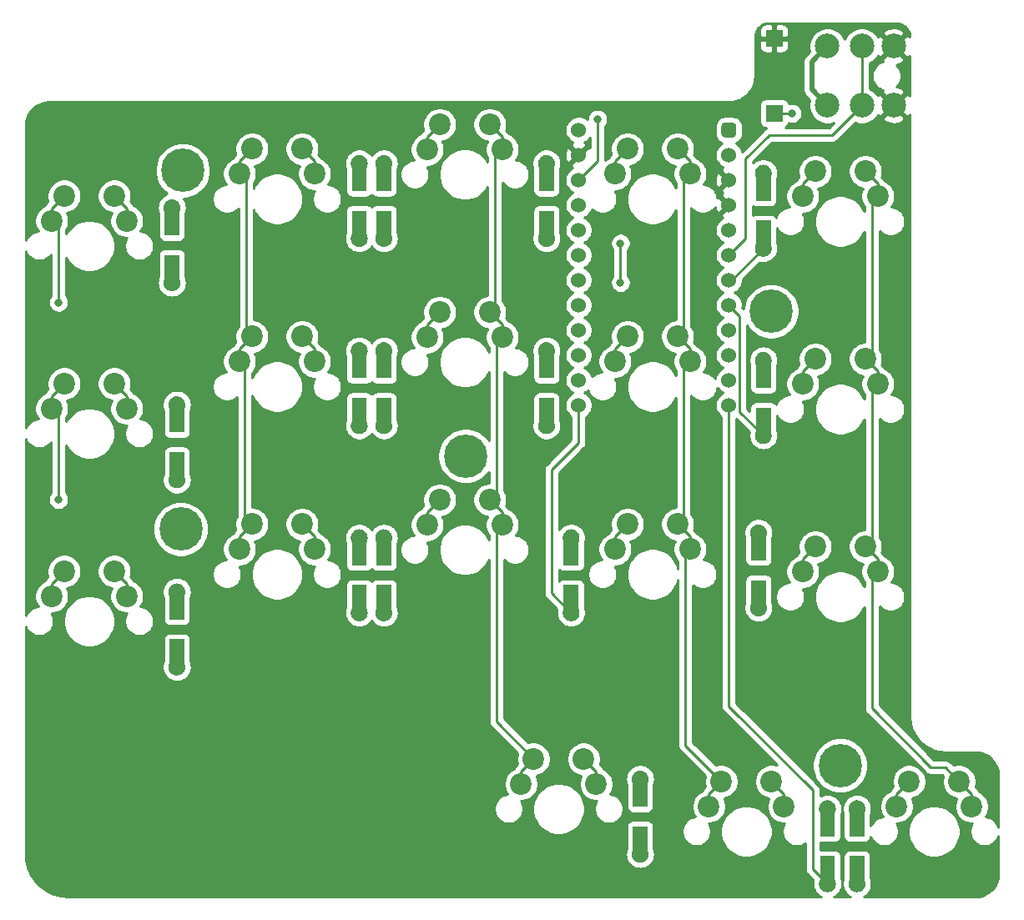
<source format=gbr>
%TF.GenerationSoftware,KiCad,Pcbnew,(5.1.6)-1*%
%TF.CreationDate,2020-08-26T09:56:26+01:00*%
%TF.ProjectId,Fission,46697373-696f-46e2-9e6b-696361645f70,rev?*%
%TF.SameCoordinates,Original*%
%TF.FileFunction,Copper,L1,Top*%
%TF.FilePolarity,Positive*%
%FSLAX46Y46*%
G04 Gerber Fmt 4.6, Leading zero omitted, Abs format (unit mm)*
G04 Created by KiCad (PCBNEW (5.1.6)-1) date 2020-08-26 09:56:26*
%MOMM*%
%LPD*%
G01*
G04 APERTURE LIST*
%TA.AperFunction,ComponentPad*%
%ADD10C,0.700000*%
%TD*%
%TA.AperFunction,ComponentPad*%
%ADD11C,4.400000*%
%TD*%
%TA.AperFunction,ComponentPad*%
%ADD12C,0.100000*%
%TD*%
%TA.AperFunction,SMDPad,CuDef*%
%ADD13R,1.700000X1.700000*%
%TD*%
%TA.AperFunction,ComponentPad*%
%ADD14C,2.500000*%
%TD*%
%TA.AperFunction,ComponentPad*%
%ADD15C,1.524000*%
%TD*%
%TA.AperFunction,ComponentPad*%
%ADD16C,2.200000*%
%TD*%
%TA.AperFunction,ViaPad*%
%ADD17C,0.800000*%
%TD*%
%TA.AperFunction,Conductor*%
%ADD18C,0.508000*%
%TD*%
%TA.AperFunction,Conductor*%
%ADD19C,0.250000*%
%TD*%
%TA.AperFunction,Conductor*%
%ADD20C,0.254000*%
%TD*%
G04 APERTURE END LIST*
D10*
%TO.P,H5,1*%
%TO.N,N/C*%
X129466726Y-129833274D03*
X128300000Y-129350000D03*
X127133274Y-129833274D03*
X126650000Y-131000000D03*
X127133274Y-132166726D03*
X128300000Y-132650000D03*
X129466726Y-132166726D03*
X129950000Y-131000000D03*
D11*
X128300000Y-131000000D03*
%TD*%
%TA.AperFunction,ComponentPad*%
D12*
%TO.P,D18,2*%
%TO.N,Net-(D18-Pad2)*%
G36*
X130125895Y-134531287D02*
G01*
X130208477Y-134547713D01*
X130289051Y-134572155D01*
X130366842Y-134604377D01*
X130441100Y-134644069D01*
X130511110Y-134690848D01*
X130576198Y-134744264D01*
X130635736Y-134803802D01*
X130689152Y-134868890D01*
X130735931Y-134938900D01*
X130775623Y-135013158D01*
X130807845Y-135090949D01*
X130832287Y-135171523D01*
X130848713Y-135254105D01*
X130856967Y-135337900D01*
X130856967Y-135422100D01*
X130848713Y-135505895D01*
X130832287Y-135588477D01*
X130807845Y-135669051D01*
X130775623Y-135746842D01*
X130750000Y-135794779D01*
X130750000Y-138190000D01*
X129250000Y-138190000D01*
X129250000Y-135794779D01*
X129224377Y-135746842D01*
X129192155Y-135669051D01*
X129167713Y-135588477D01*
X129151287Y-135505895D01*
X129143033Y-135422100D01*
X129143033Y-135337900D01*
X129151287Y-135254105D01*
X129167713Y-135171523D01*
X129192155Y-135090949D01*
X129224377Y-135013158D01*
X129264069Y-134938900D01*
X129310848Y-134868890D01*
X129364264Y-134803802D01*
X129423802Y-134744264D01*
X129488890Y-134690848D01*
X129558900Y-134644069D01*
X129633158Y-134604377D01*
X129710949Y-134572155D01*
X129791523Y-134547713D01*
X129874105Y-134531287D01*
X129957900Y-134523033D01*
X130042100Y-134523033D01*
X130125895Y-134531287D01*
G37*
%TD.AperFunction*%
%TA.AperFunction,ComponentPad*%
%TO.P,D18,1*%
%TO.N,/row3*%
G36*
X129874105Y-143848713D02*
G01*
X129791523Y-143832287D01*
X129710949Y-143807845D01*
X129633158Y-143775623D01*
X129558900Y-143735931D01*
X129488890Y-143689152D01*
X129423802Y-143635736D01*
X129364264Y-143576198D01*
X129310848Y-143511110D01*
X129264069Y-143441100D01*
X129224377Y-143366842D01*
X129192155Y-143289051D01*
X129167713Y-143208477D01*
X129151287Y-143125895D01*
X129143033Y-143042100D01*
X129143033Y-142957900D01*
X129151287Y-142874105D01*
X129167713Y-142791523D01*
X129192155Y-142710949D01*
X129224377Y-142633158D01*
X129250000Y-142585221D01*
X129250000Y-140190000D01*
X130750000Y-140190000D01*
X130750000Y-142585221D01*
X130775623Y-142633158D01*
X130807845Y-142710949D01*
X130832287Y-142791523D01*
X130848713Y-142874105D01*
X130856967Y-142957900D01*
X130856967Y-143042100D01*
X130848713Y-143125895D01*
X130832287Y-143208477D01*
X130807845Y-143289051D01*
X130775623Y-143366842D01*
X130735931Y-143441100D01*
X130689152Y-143511110D01*
X130635736Y-143576198D01*
X130576198Y-143635736D01*
X130511110Y-143689152D01*
X130441100Y-143735931D01*
X130366842Y-143775623D01*
X130289051Y-143807845D01*
X130208477Y-143832287D01*
X130125895Y-143848713D01*
X130042100Y-143856967D01*
X129957900Y-143856967D01*
X129874105Y-143848713D01*
G37*
%TD.AperFunction*%
%TD*%
%TA.AperFunction,ComponentPad*%
%TO.P,D17,2*%
%TO.N,Net-(D17-Pad2)*%
G36*
X127125895Y-134531287D02*
G01*
X127208477Y-134547713D01*
X127289051Y-134572155D01*
X127366842Y-134604377D01*
X127441100Y-134644069D01*
X127511110Y-134690848D01*
X127576198Y-134744264D01*
X127635736Y-134803802D01*
X127689152Y-134868890D01*
X127735931Y-134938900D01*
X127775623Y-135013158D01*
X127807845Y-135090949D01*
X127832287Y-135171523D01*
X127848713Y-135254105D01*
X127856967Y-135337900D01*
X127856967Y-135422100D01*
X127848713Y-135505895D01*
X127832287Y-135588477D01*
X127807845Y-135669051D01*
X127775623Y-135746842D01*
X127750000Y-135794779D01*
X127750000Y-138190000D01*
X126250000Y-138190000D01*
X126250000Y-135794779D01*
X126224377Y-135746842D01*
X126192155Y-135669051D01*
X126167713Y-135588477D01*
X126151287Y-135505895D01*
X126143033Y-135422100D01*
X126143033Y-135337900D01*
X126151287Y-135254105D01*
X126167713Y-135171523D01*
X126192155Y-135090949D01*
X126224377Y-135013158D01*
X126264069Y-134938900D01*
X126310848Y-134868890D01*
X126364264Y-134803802D01*
X126423802Y-134744264D01*
X126488890Y-134690848D01*
X126558900Y-134644069D01*
X126633158Y-134604377D01*
X126710949Y-134572155D01*
X126791523Y-134547713D01*
X126874105Y-134531287D01*
X126957900Y-134523033D01*
X127042100Y-134523033D01*
X127125895Y-134531287D01*
G37*
%TD.AperFunction*%
%TA.AperFunction,ComponentPad*%
%TO.P,D17,1*%
%TO.N,/row3*%
G36*
X126874105Y-143848713D02*
G01*
X126791523Y-143832287D01*
X126710949Y-143807845D01*
X126633158Y-143775623D01*
X126558900Y-143735931D01*
X126488890Y-143689152D01*
X126423802Y-143635736D01*
X126364264Y-143576198D01*
X126310848Y-143511110D01*
X126264069Y-143441100D01*
X126224377Y-143366842D01*
X126192155Y-143289051D01*
X126167713Y-143208477D01*
X126151287Y-143125895D01*
X126143033Y-143042100D01*
X126143033Y-142957900D01*
X126151287Y-142874105D01*
X126167713Y-142791523D01*
X126192155Y-142710949D01*
X126224377Y-142633158D01*
X126250000Y-142585221D01*
X126250000Y-140190000D01*
X127750000Y-140190000D01*
X127750000Y-142585221D01*
X127775623Y-142633158D01*
X127807845Y-142710949D01*
X127832287Y-142791523D01*
X127848713Y-142874105D01*
X127856967Y-142957900D01*
X127856967Y-143042100D01*
X127848713Y-143125895D01*
X127832287Y-143208477D01*
X127807845Y-143289051D01*
X127775623Y-143366842D01*
X127735931Y-143441100D01*
X127689152Y-143511110D01*
X127635736Y-143576198D01*
X127576198Y-143635736D01*
X127511110Y-143689152D01*
X127441100Y-143735931D01*
X127366842Y-143775623D01*
X127289051Y-143807845D01*
X127208477Y-143832287D01*
X127125895Y-143848713D01*
X127042100Y-143856967D01*
X126957900Y-143856967D01*
X126874105Y-143848713D01*
G37*
%TD.AperFunction*%
%TD*%
%TA.AperFunction,ComponentPad*%
%TO.P,D16,2*%
%TO.N,Net-(D16-Pad2)*%
G36*
X108125895Y-131531287D02*
G01*
X108208477Y-131547713D01*
X108289051Y-131572155D01*
X108366842Y-131604377D01*
X108441100Y-131644069D01*
X108511110Y-131690848D01*
X108576198Y-131744264D01*
X108635736Y-131803802D01*
X108689152Y-131868890D01*
X108735931Y-131938900D01*
X108775623Y-132013158D01*
X108807845Y-132090949D01*
X108832287Y-132171523D01*
X108848713Y-132254105D01*
X108856967Y-132337900D01*
X108856967Y-132422100D01*
X108848713Y-132505895D01*
X108832287Y-132588477D01*
X108807845Y-132669051D01*
X108775623Y-132746842D01*
X108750000Y-132794779D01*
X108750000Y-135190000D01*
X107250000Y-135190000D01*
X107250000Y-132794779D01*
X107224377Y-132746842D01*
X107192155Y-132669051D01*
X107167713Y-132588477D01*
X107151287Y-132505895D01*
X107143033Y-132422100D01*
X107143033Y-132337900D01*
X107151287Y-132254105D01*
X107167713Y-132171523D01*
X107192155Y-132090949D01*
X107224377Y-132013158D01*
X107264069Y-131938900D01*
X107310848Y-131868890D01*
X107364264Y-131803802D01*
X107423802Y-131744264D01*
X107488890Y-131690848D01*
X107558900Y-131644069D01*
X107633158Y-131604377D01*
X107710949Y-131572155D01*
X107791523Y-131547713D01*
X107874105Y-131531287D01*
X107957900Y-131523033D01*
X108042100Y-131523033D01*
X108125895Y-131531287D01*
G37*
%TD.AperFunction*%
%TA.AperFunction,ComponentPad*%
%TO.P,D16,1*%
%TO.N,/row3*%
G36*
X107874105Y-140848713D02*
G01*
X107791523Y-140832287D01*
X107710949Y-140807845D01*
X107633158Y-140775623D01*
X107558900Y-140735931D01*
X107488890Y-140689152D01*
X107423802Y-140635736D01*
X107364264Y-140576198D01*
X107310848Y-140511110D01*
X107264069Y-140441100D01*
X107224377Y-140366842D01*
X107192155Y-140289051D01*
X107167713Y-140208477D01*
X107151287Y-140125895D01*
X107143033Y-140042100D01*
X107143033Y-139957900D01*
X107151287Y-139874105D01*
X107167713Y-139791523D01*
X107192155Y-139710949D01*
X107224377Y-139633158D01*
X107250000Y-139585221D01*
X107250000Y-137190000D01*
X108750000Y-137190000D01*
X108750000Y-139585221D01*
X108775623Y-139633158D01*
X108807845Y-139710949D01*
X108832287Y-139791523D01*
X108848713Y-139874105D01*
X108856967Y-139957900D01*
X108856967Y-140042100D01*
X108848713Y-140125895D01*
X108832287Y-140208477D01*
X108807845Y-140289051D01*
X108775623Y-140366842D01*
X108735931Y-140441100D01*
X108689152Y-140511110D01*
X108635736Y-140576198D01*
X108576198Y-140635736D01*
X108511110Y-140689152D01*
X108441100Y-140735931D01*
X108366842Y-140775623D01*
X108289051Y-140807845D01*
X108208477Y-140832287D01*
X108125895Y-140848713D01*
X108042100Y-140856967D01*
X107957900Y-140856967D01*
X107874105Y-140848713D01*
G37*
%TD.AperFunction*%
%TD*%
%TA.AperFunction,ComponentPad*%
%TO.P,D15,2*%
%TO.N,Net-(D15-Pad2)*%
G36*
X120125895Y-106531287D02*
G01*
X120208477Y-106547713D01*
X120289051Y-106572155D01*
X120366842Y-106604377D01*
X120441100Y-106644069D01*
X120511110Y-106690848D01*
X120576198Y-106744264D01*
X120635736Y-106803802D01*
X120689152Y-106868890D01*
X120735931Y-106938900D01*
X120775623Y-107013158D01*
X120807845Y-107090949D01*
X120832287Y-107171523D01*
X120848713Y-107254105D01*
X120856967Y-107337900D01*
X120856967Y-107422100D01*
X120848713Y-107505895D01*
X120832287Y-107588477D01*
X120807845Y-107669051D01*
X120775623Y-107746842D01*
X120750000Y-107794779D01*
X120750000Y-110190000D01*
X119250000Y-110190000D01*
X119250000Y-107794779D01*
X119224377Y-107746842D01*
X119192155Y-107669051D01*
X119167713Y-107588477D01*
X119151287Y-107505895D01*
X119143033Y-107422100D01*
X119143033Y-107337900D01*
X119151287Y-107254105D01*
X119167713Y-107171523D01*
X119192155Y-107090949D01*
X119224377Y-107013158D01*
X119264069Y-106938900D01*
X119310848Y-106868890D01*
X119364264Y-106803802D01*
X119423802Y-106744264D01*
X119488890Y-106690848D01*
X119558900Y-106644069D01*
X119633158Y-106604377D01*
X119710949Y-106572155D01*
X119791523Y-106547713D01*
X119874105Y-106531287D01*
X119957900Y-106523033D01*
X120042100Y-106523033D01*
X120125895Y-106531287D01*
G37*
%TD.AperFunction*%
%TA.AperFunction,ComponentPad*%
%TO.P,D15,1*%
%TO.N,/row2*%
G36*
X119874105Y-115848713D02*
G01*
X119791523Y-115832287D01*
X119710949Y-115807845D01*
X119633158Y-115775623D01*
X119558900Y-115735931D01*
X119488890Y-115689152D01*
X119423802Y-115635736D01*
X119364264Y-115576198D01*
X119310848Y-115511110D01*
X119264069Y-115441100D01*
X119224377Y-115366842D01*
X119192155Y-115289051D01*
X119167713Y-115208477D01*
X119151287Y-115125895D01*
X119143033Y-115042100D01*
X119143033Y-114957900D01*
X119151287Y-114874105D01*
X119167713Y-114791523D01*
X119192155Y-114710949D01*
X119224377Y-114633158D01*
X119250000Y-114585221D01*
X119250000Y-112190000D01*
X120750000Y-112190000D01*
X120750000Y-114585221D01*
X120775623Y-114633158D01*
X120807845Y-114710949D01*
X120832287Y-114791523D01*
X120848713Y-114874105D01*
X120856967Y-114957900D01*
X120856967Y-115042100D01*
X120848713Y-115125895D01*
X120832287Y-115208477D01*
X120807845Y-115289051D01*
X120775623Y-115366842D01*
X120735931Y-115441100D01*
X120689152Y-115511110D01*
X120635736Y-115576198D01*
X120576198Y-115635736D01*
X120511110Y-115689152D01*
X120441100Y-115735931D01*
X120366842Y-115775623D01*
X120289051Y-115807845D01*
X120208477Y-115832287D01*
X120125895Y-115848713D01*
X120042100Y-115856967D01*
X119957900Y-115856967D01*
X119874105Y-115848713D01*
G37*
%TD.AperFunction*%
%TD*%
%TA.AperFunction,ComponentPad*%
%TO.P,D14,2*%
%TO.N,Net-(D14-Pad2)*%
G36*
X101125895Y-107031287D02*
G01*
X101208477Y-107047713D01*
X101289051Y-107072155D01*
X101366842Y-107104377D01*
X101441100Y-107144069D01*
X101511110Y-107190848D01*
X101576198Y-107244264D01*
X101635736Y-107303802D01*
X101689152Y-107368890D01*
X101735931Y-107438900D01*
X101775623Y-107513158D01*
X101807845Y-107590949D01*
X101832287Y-107671523D01*
X101848713Y-107754105D01*
X101856967Y-107837900D01*
X101856967Y-107922100D01*
X101848713Y-108005895D01*
X101832287Y-108088477D01*
X101807845Y-108169051D01*
X101775623Y-108246842D01*
X101750000Y-108294779D01*
X101750000Y-110690000D01*
X100250000Y-110690000D01*
X100250000Y-108294779D01*
X100224377Y-108246842D01*
X100192155Y-108169051D01*
X100167713Y-108088477D01*
X100151287Y-108005895D01*
X100143033Y-107922100D01*
X100143033Y-107837900D01*
X100151287Y-107754105D01*
X100167713Y-107671523D01*
X100192155Y-107590949D01*
X100224377Y-107513158D01*
X100264069Y-107438900D01*
X100310848Y-107368890D01*
X100364264Y-107303802D01*
X100423802Y-107244264D01*
X100488890Y-107190848D01*
X100558900Y-107144069D01*
X100633158Y-107104377D01*
X100710949Y-107072155D01*
X100791523Y-107047713D01*
X100874105Y-107031287D01*
X100957900Y-107023033D01*
X101042100Y-107023033D01*
X101125895Y-107031287D01*
G37*
%TD.AperFunction*%
%TA.AperFunction,ComponentPad*%
%TO.P,D14,1*%
%TO.N,/row2*%
G36*
X100874105Y-116348713D02*
G01*
X100791523Y-116332287D01*
X100710949Y-116307845D01*
X100633158Y-116275623D01*
X100558900Y-116235931D01*
X100488890Y-116189152D01*
X100423802Y-116135736D01*
X100364264Y-116076198D01*
X100310848Y-116011110D01*
X100264069Y-115941100D01*
X100224377Y-115866842D01*
X100192155Y-115789051D01*
X100167713Y-115708477D01*
X100151287Y-115625895D01*
X100143033Y-115542100D01*
X100143033Y-115457900D01*
X100151287Y-115374105D01*
X100167713Y-115291523D01*
X100192155Y-115210949D01*
X100224377Y-115133158D01*
X100250000Y-115085221D01*
X100250000Y-112690000D01*
X101750000Y-112690000D01*
X101750000Y-115085221D01*
X101775623Y-115133158D01*
X101807845Y-115210949D01*
X101832287Y-115291523D01*
X101848713Y-115374105D01*
X101856967Y-115457900D01*
X101856967Y-115542100D01*
X101848713Y-115625895D01*
X101832287Y-115708477D01*
X101807845Y-115789051D01*
X101775623Y-115866842D01*
X101735931Y-115941100D01*
X101689152Y-116011110D01*
X101635736Y-116076198D01*
X101576198Y-116135736D01*
X101511110Y-116189152D01*
X101441100Y-116235931D01*
X101366842Y-116275623D01*
X101289051Y-116307845D01*
X101208477Y-116332287D01*
X101125895Y-116348713D01*
X101042100Y-116356967D01*
X100957900Y-116356967D01*
X100874105Y-116348713D01*
G37*
%TD.AperFunction*%
%TD*%
%TA.AperFunction,ComponentPad*%
%TO.P,D13,2*%
%TO.N,Net-(D13-Pad2)*%
G36*
X82125895Y-107031287D02*
G01*
X82208477Y-107047713D01*
X82289051Y-107072155D01*
X82366842Y-107104377D01*
X82441100Y-107144069D01*
X82511110Y-107190848D01*
X82576198Y-107244264D01*
X82635736Y-107303802D01*
X82689152Y-107368890D01*
X82735931Y-107438900D01*
X82775623Y-107513158D01*
X82807845Y-107590949D01*
X82832287Y-107671523D01*
X82848713Y-107754105D01*
X82856967Y-107837900D01*
X82856967Y-107922100D01*
X82848713Y-108005895D01*
X82832287Y-108088477D01*
X82807845Y-108169051D01*
X82775623Y-108246842D01*
X82750000Y-108294779D01*
X82750000Y-110690000D01*
X81250000Y-110690000D01*
X81250000Y-108294779D01*
X81224377Y-108246842D01*
X81192155Y-108169051D01*
X81167713Y-108088477D01*
X81151287Y-108005895D01*
X81143033Y-107922100D01*
X81143033Y-107837900D01*
X81151287Y-107754105D01*
X81167713Y-107671523D01*
X81192155Y-107590949D01*
X81224377Y-107513158D01*
X81264069Y-107438900D01*
X81310848Y-107368890D01*
X81364264Y-107303802D01*
X81423802Y-107244264D01*
X81488890Y-107190848D01*
X81558900Y-107144069D01*
X81633158Y-107104377D01*
X81710949Y-107072155D01*
X81791523Y-107047713D01*
X81874105Y-107031287D01*
X81957900Y-107023033D01*
X82042100Y-107023033D01*
X82125895Y-107031287D01*
G37*
%TD.AperFunction*%
%TA.AperFunction,ComponentPad*%
%TO.P,D13,1*%
%TO.N,/row2*%
G36*
X81874105Y-116348713D02*
G01*
X81791523Y-116332287D01*
X81710949Y-116307845D01*
X81633158Y-116275623D01*
X81558900Y-116235931D01*
X81488890Y-116189152D01*
X81423802Y-116135736D01*
X81364264Y-116076198D01*
X81310848Y-116011110D01*
X81264069Y-115941100D01*
X81224377Y-115866842D01*
X81192155Y-115789051D01*
X81167713Y-115708477D01*
X81151287Y-115625895D01*
X81143033Y-115542100D01*
X81143033Y-115457900D01*
X81151287Y-115374105D01*
X81167713Y-115291523D01*
X81192155Y-115210949D01*
X81224377Y-115133158D01*
X81250000Y-115085221D01*
X81250000Y-112690000D01*
X82750000Y-112690000D01*
X82750000Y-115085221D01*
X82775623Y-115133158D01*
X82807845Y-115210949D01*
X82832287Y-115291523D01*
X82848713Y-115374105D01*
X82856967Y-115457900D01*
X82856967Y-115542100D01*
X82848713Y-115625895D01*
X82832287Y-115708477D01*
X82807845Y-115789051D01*
X82775623Y-115866842D01*
X82735931Y-115941100D01*
X82689152Y-116011110D01*
X82635736Y-116076198D01*
X82576198Y-116135736D01*
X82511110Y-116189152D01*
X82441100Y-116235931D01*
X82366842Y-116275623D01*
X82289051Y-116307845D01*
X82208477Y-116332287D01*
X82125895Y-116348713D01*
X82042100Y-116356967D01*
X81957900Y-116356967D01*
X81874105Y-116348713D01*
G37*
%TD.AperFunction*%
%TD*%
%TA.AperFunction,ComponentPad*%
%TO.P,D12,2*%
%TO.N,Net-(D12-Pad2)*%
G36*
X79625895Y-107031287D02*
G01*
X79708477Y-107047713D01*
X79789051Y-107072155D01*
X79866842Y-107104377D01*
X79941100Y-107144069D01*
X80011110Y-107190848D01*
X80076198Y-107244264D01*
X80135736Y-107303802D01*
X80189152Y-107368890D01*
X80235931Y-107438900D01*
X80275623Y-107513158D01*
X80307845Y-107590949D01*
X80332287Y-107671523D01*
X80348713Y-107754105D01*
X80356967Y-107837900D01*
X80356967Y-107922100D01*
X80348713Y-108005895D01*
X80332287Y-108088477D01*
X80307845Y-108169051D01*
X80275623Y-108246842D01*
X80250000Y-108294779D01*
X80250000Y-110690000D01*
X78750000Y-110690000D01*
X78750000Y-108294779D01*
X78724377Y-108246842D01*
X78692155Y-108169051D01*
X78667713Y-108088477D01*
X78651287Y-108005895D01*
X78643033Y-107922100D01*
X78643033Y-107837900D01*
X78651287Y-107754105D01*
X78667713Y-107671523D01*
X78692155Y-107590949D01*
X78724377Y-107513158D01*
X78764069Y-107438900D01*
X78810848Y-107368890D01*
X78864264Y-107303802D01*
X78923802Y-107244264D01*
X78988890Y-107190848D01*
X79058900Y-107144069D01*
X79133158Y-107104377D01*
X79210949Y-107072155D01*
X79291523Y-107047713D01*
X79374105Y-107031287D01*
X79457900Y-107023033D01*
X79542100Y-107023033D01*
X79625895Y-107031287D01*
G37*
%TD.AperFunction*%
%TA.AperFunction,ComponentPad*%
%TO.P,D12,1*%
%TO.N,/row2*%
G36*
X79374105Y-116348713D02*
G01*
X79291523Y-116332287D01*
X79210949Y-116307845D01*
X79133158Y-116275623D01*
X79058900Y-116235931D01*
X78988890Y-116189152D01*
X78923802Y-116135736D01*
X78864264Y-116076198D01*
X78810848Y-116011110D01*
X78764069Y-115941100D01*
X78724377Y-115866842D01*
X78692155Y-115789051D01*
X78667713Y-115708477D01*
X78651287Y-115625895D01*
X78643033Y-115542100D01*
X78643033Y-115457900D01*
X78651287Y-115374105D01*
X78667713Y-115291523D01*
X78692155Y-115210949D01*
X78724377Y-115133158D01*
X78750000Y-115085221D01*
X78750000Y-112690000D01*
X80250000Y-112690000D01*
X80250000Y-115085221D01*
X80275623Y-115133158D01*
X80307845Y-115210949D01*
X80332287Y-115291523D01*
X80348713Y-115374105D01*
X80356967Y-115457900D01*
X80356967Y-115542100D01*
X80348713Y-115625895D01*
X80332287Y-115708477D01*
X80307845Y-115789051D01*
X80275623Y-115866842D01*
X80235931Y-115941100D01*
X80189152Y-116011110D01*
X80135736Y-116076198D01*
X80076198Y-116135736D01*
X80011110Y-116189152D01*
X79941100Y-116235931D01*
X79866842Y-116275623D01*
X79789051Y-116307845D01*
X79708477Y-116332287D01*
X79625895Y-116348713D01*
X79542100Y-116356967D01*
X79457900Y-116356967D01*
X79374105Y-116348713D01*
G37*
%TD.AperFunction*%
%TD*%
%TA.AperFunction,ComponentPad*%
%TO.P,D11,2*%
%TO.N,Net-(D11-Pad2)*%
G36*
X61125895Y-112531287D02*
G01*
X61208477Y-112547713D01*
X61289051Y-112572155D01*
X61366842Y-112604377D01*
X61441100Y-112644069D01*
X61511110Y-112690848D01*
X61576198Y-112744264D01*
X61635736Y-112803802D01*
X61689152Y-112868890D01*
X61735931Y-112938900D01*
X61775623Y-113013158D01*
X61807845Y-113090949D01*
X61832287Y-113171523D01*
X61848713Y-113254105D01*
X61856967Y-113337900D01*
X61856967Y-113422100D01*
X61848713Y-113505895D01*
X61832287Y-113588477D01*
X61807845Y-113669051D01*
X61775623Y-113746842D01*
X61750000Y-113794779D01*
X61750000Y-116190000D01*
X60250000Y-116190000D01*
X60250000Y-113794779D01*
X60224377Y-113746842D01*
X60192155Y-113669051D01*
X60167713Y-113588477D01*
X60151287Y-113505895D01*
X60143033Y-113422100D01*
X60143033Y-113337900D01*
X60151287Y-113254105D01*
X60167713Y-113171523D01*
X60192155Y-113090949D01*
X60224377Y-113013158D01*
X60264069Y-112938900D01*
X60310848Y-112868890D01*
X60364264Y-112803802D01*
X60423802Y-112744264D01*
X60488890Y-112690848D01*
X60558900Y-112644069D01*
X60633158Y-112604377D01*
X60710949Y-112572155D01*
X60791523Y-112547713D01*
X60874105Y-112531287D01*
X60957900Y-112523033D01*
X61042100Y-112523033D01*
X61125895Y-112531287D01*
G37*
%TD.AperFunction*%
%TA.AperFunction,ComponentPad*%
%TO.P,D11,1*%
%TO.N,/row2*%
G36*
X60874105Y-121848713D02*
G01*
X60791523Y-121832287D01*
X60710949Y-121807845D01*
X60633158Y-121775623D01*
X60558900Y-121735931D01*
X60488890Y-121689152D01*
X60423802Y-121635736D01*
X60364264Y-121576198D01*
X60310848Y-121511110D01*
X60264069Y-121441100D01*
X60224377Y-121366842D01*
X60192155Y-121289051D01*
X60167713Y-121208477D01*
X60151287Y-121125895D01*
X60143033Y-121042100D01*
X60143033Y-120957900D01*
X60151287Y-120874105D01*
X60167713Y-120791523D01*
X60192155Y-120710949D01*
X60224377Y-120633158D01*
X60250000Y-120585221D01*
X60250000Y-118190000D01*
X61750000Y-118190000D01*
X61750000Y-120585221D01*
X61775623Y-120633158D01*
X61807845Y-120710949D01*
X61832287Y-120791523D01*
X61848713Y-120874105D01*
X61856967Y-120957900D01*
X61856967Y-121042100D01*
X61848713Y-121125895D01*
X61832287Y-121208477D01*
X61807845Y-121289051D01*
X61775623Y-121366842D01*
X61735931Y-121441100D01*
X61689152Y-121511110D01*
X61635736Y-121576198D01*
X61576198Y-121635736D01*
X61511110Y-121689152D01*
X61441100Y-121735931D01*
X61366842Y-121775623D01*
X61289051Y-121807845D01*
X61208477Y-121832287D01*
X61125895Y-121848713D01*
X61042100Y-121856967D01*
X60957900Y-121856967D01*
X60874105Y-121848713D01*
G37*
%TD.AperFunction*%
%TD*%
%TA.AperFunction,ComponentPad*%
%TO.P,D10,2*%
%TO.N,Net-(D10-Pad2)*%
G36*
X120625895Y-89031287D02*
G01*
X120708477Y-89047713D01*
X120789051Y-89072155D01*
X120866842Y-89104377D01*
X120941100Y-89144069D01*
X121011110Y-89190848D01*
X121076198Y-89244264D01*
X121135736Y-89303802D01*
X121189152Y-89368890D01*
X121235931Y-89438900D01*
X121275623Y-89513158D01*
X121307845Y-89590949D01*
X121332287Y-89671523D01*
X121348713Y-89754105D01*
X121356967Y-89837900D01*
X121356967Y-89922100D01*
X121348713Y-90005895D01*
X121332287Y-90088477D01*
X121307845Y-90169051D01*
X121275623Y-90246842D01*
X121250000Y-90294779D01*
X121250000Y-92690000D01*
X119750000Y-92690000D01*
X119750000Y-90294779D01*
X119724377Y-90246842D01*
X119692155Y-90169051D01*
X119667713Y-90088477D01*
X119651287Y-90005895D01*
X119643033Y-89922100D01*
X119643033Y-89837900D01*
X119651287Y-89754105D01*
X119667713Y-89671523D01*
X119692155Y-89590949D01*
X119724377Y-89513158D01*
X119764069Y-89438900D01*
X119810848Y-89368890D01*
X119864264Y-89303802D01*
X119923802Y-89244264D01*
X119988890Y-89190848D01*
X120058900Y-89144069D01*
X120133158Y-89104377D01*
X120210949Y-89072155D01*
X120291523Y-89047713D01*
X120374105Y-89031287D01*
X120457900Y-89023033D01*
X120542100Y-89023033D01*
X120625895Y-89031287D01*
G37*
%TD.AperFunction*%
%TA.AperFunction,ComponentPad*%
%TO.P,D10,1*%
%TO.N,/row1*%
G36*
X120374105Y-98348713D02*
G01*
X120291523Y-98332287D01*
X120210949Y-98307845D01*
X120133158Y-98275623D01*
X120058900Y-98235931D01*
X119988890Y-98189152D01*
X119923802Y-98135736D01*
X119864264Y-98076198D01*
X119810848Y-98011110D01*
X119764069Y-97941100D01*
X119724377Y-97866842D01*
X119692155Y-97789051D01*
X119667713Y-97708477D01*
X119651287Y-97625895D01*
X119643033Y-97542100D01*
X119643033Y-97457900D01*
X119651287Y-97374105D01*
X119667713Y-97291523D01*
X119692155Y-97210949D01*
X119724377Y-97133158D01*
X119750000Y-97085221D01*
X119750000Y-94690000D01*
X121250000Y-94690000D01*
X121250000Y-97085221D01*
X121275623Y-97133158D01*
X121307845Y-97210949D01*
X121332287Y-97291523D01*
X121348713Y-97374105D01*
X121356967Y-97457900D01*
X121356967Y-97542100D01*
X121348713Y-97625895D01*
X121332287Y-97708477D01*
X121307845Y-97789051D01*
X121275623Y-97866842D01*
X121235931Y-97941100D01*
X121189152Y-98011110D01*
X121135736Y-98076198D01*
X121076198Y-98135736D01*
X121011110Y-98189152D01*
X120941100Y-98235931D01*
X120866842Y-98275623D01*
X120789051Y-98307845D01*
X120708477Y-98332287D01*
X120625895Y-98348713D01*
X120542100Y-98356967D01*
X120457900Y-98356967D01*
X120374105Y-98348713D01*
G37*
%TD.AperFunction*%
%TD*%
%TA.AperFunction,ComponentPad*%
%TO.P,D9,2*%
%TO.N,Net-(D9-Pad2)*%
G36*
X98625895Y-88031287D02*
G01*
X98708477Y-88047713D01*
X98789051Y-88072155D01*
X98866842Y-88104377D01*
X98941100Y-88144069D01*
X99011110Y-88190848D01*
X99076198Y-88244264D01*
X99135736Y-88303802D01*
X99189152Y-88368890D01*
X99235931Y-88438900D01*
X99275623Y-88513158D01*
X99307845Y-88590949D01*
X99332287Y-88671523D01*
X99348713Y-88754105D01*
X99356967Y-88837900D01*
X99356967Y-88922100D01*
X99348713Y-89005895D01*
X99332287Y-89088477D01*
X99307845Y-89169051D01*
X99275623Y-89246842D01*
X99250000Y-89294779D01*
X99250000Y-91690000D01*
X97750000Y-91690000D01*
X97750000Y-89294779D01*
X97724377Y-89246842D01*
X97692155Y-89169051D01*
X97667713Y-89088477D01*
X97651287Y-89005895D01*
X97643033Y-88922100D01*
X97643033Y-88837900D01*
X97651287Y-88754105D01*
X97667713Y-88671523D01*
X97692155Y-88590949D01*
X97724377Y-88513158D01*
X97764069Y-88438900D01*
X97810848Y-88368890D01*
X97864264Y-88303802D01*
X97923802Y-88244264D01*
X97988890Y-88190848D01*
X98058900Y-88144069D01*
X98133158Y-88104377D01*
X98210949Y-88072155D01*
X98291523Y-88047713D01*
X98374105Y-88031287D01*
X98457900Y-88023033D01*
X98542100Y-88023033D01*
X98625895Y-88031287D01*
G37*
%TD.AperFunction*%
%TA.AperFunction,ComponentPad*%
%TO.P,D9,1*%
%TO.N,/row1*%
G36*
X98374105Y-97348713D02*
G01*
X98291523Y-97332287D01*
X98210949Y-97307845D01*
X98133158Y-97275623D01*
X98058900Y-97235931D01*
X97988890Y-97189152D01*
X97923802Y-97135736D01*
X97864264Y-97076198D01*
X97810848Y-97011110D01*
X97764069Y-96941100D01*
X97724377Y-96866842D01*
X97692155Y-96789051D01*
X97667713Y-96708477D01*
X97651287Y-96625895D01*
X97643033Y-96542100D01*
X97643033Y-96457900D01*
X97651287Y-96374105D01*
X97667713Y-96291523D01*
X97692155Y-96210949D01*
X97724377Y-96133158D01*
X97750000Y-96085221D01*
X97750000Y-93690000D01*
X99250000Y-93690000D01*
X99250000Y-96085221D01*
X99275623Y-96133158D01*
X99307845Y-96210949D01*
X99332287Y-96291523D01*
X99348713Y-96374105D01*
X99356967Y-96457900D01*
X99356967Y-96542100D01*
X99348713Y-96625895D01*
X99332287Y-96708477D01*
X99307845Y-96789051D01*
X99275623Y-96866842D01*
X99235931Y-96941100D01*
X99189152Y-97011110D01*
X99135736Y-97076198D01*
X99076198Y-97135736D01*
X99011110Y-97189152D01*
X98941100Y-97235931D01*
X98866842Y-97275623D01*
X98789051Y-97307845D01*
X98708477Y-97332287D01*
X98625895Y-97348713D01*
X98542100Y-97356967D01*
X98457900Y-97356967D01*
X98374105Y-97348713D01*
G37*
%TD.AperFunction*%
%TD*%
%TA.AperFunction,ComponentPad*%
%TO.P,D8,2*%
%TO.N,Net-(D8-Pad2)*%
G36*
X82125895Y-88031287D02*
G01*
X82208477Y-88047713D01*
X82289051Y-88072155D01*
X82366842Y-88104377D01*
X82441100Y-88144069D01*
X82511110Y-88190848D01*
X82576198Y-88244264D01*
X82635736Y-88303802D01*
X82689152Y-88368890D01*
X82735931Y-88438900D01*
X82775623Y-88513158D01*
X82807845Y-88590949D01*
X82832287Y-88671523D01*
X82848713Y-88754105D01*
X82856967Y-88837900D01*
X82856967Y-88922100D01*
X82848713Y-89005895D01*
X82832287Y-89088477D01*
X82807845Y-89169051D01*
X82775623Y-89246842D01*
X82750000Y-89294779D01*
X82750000Y-91690000D01*
X81250000Y-91690000D01*
X81250000Y-89294779D01*
X81224377Y-89246842D01*
X81192155Y-89169051D01*
X81167713Y-89088477D01*
X81151287Y-89005895D01*
X81143033Y-88922100D01*
X81143033Y-88837900D01*
X81151287Y-88754105D01*
X81167713Y-88671523D01*
X81192155Y-88590949D01*
X81224377Y-88513158D01*
X81264069Y-88438900D01*
X81310848Y-88368890D01*
X81364264Y-88303802D01*
X81423802Y-88244264D01*
X81488890Y-88190848D01*
X81558900Y-88144069D01*
X81633158Y-88104377D01*
X81710949Y-88072155D01*
X81791523Y-88047713D01*
X81874105Y-88031287D01*
X81957900Y-88023033D01*
X82042100Y-88023033D01*
X82125895Y-88031287D01*
G37*
%TD.AperFunction*%
%TA.AperFunction,ComponentPad*%
%TO.P,D8,1*%
%TO.N,/row1*%
G36*
X81874105Y-97348713D02*
G01*
X81791523Y-97332287D01*
X81710949Y-97307845D01*
X81633158Y-97275623D01*
X81558900Y-97235931D01*
X81488890Y-97189152D01*
X81423802Y-97135736D01*
X81364264Y-97076198D01*
X81310848Y-97011110D01*
X81264069Y-96941100D01*
X81224377Y-96866842D01*
X81192155Y-96789051D01*
X81167713Y-96708477D01*
X81151287Y-96625895D01*
X81143033Y-96542100D01*
X81143033Y-96457900D01*
X81151287Y-96374105D01*
X81167713Y-96291523D01*
X81192155Y-96210949D01*
X81224377Y-96133158D01*
X81250000Y-96085221D01*
X81250000Y-93690000D01*
X82750000Y-93690000D01*
X82750000Y-96085221D01*
X82775623Y-96133158D01*
X82807845Y-96210949D01*
X82832287Y-96291523D01*
X82848713Y-96374105D01*
X82856967Y-96457900D01*
X82856967Y-96542100D01*
X82848713Y-96625895D01*
X82832287Y-96708477D01*
X82807845Y-96789051D01*
X82775623Y-96866842D01*
X82735931Y-96941100D01*
X82689152Y-97011110D01*
X82635736Y-97076198D01*
X82576198Y-97135736D01*
X82511110Y-97189152D01*
X82441100Y-97235931D01*
X82366842Y-97275623D01*
X82289051Y-97307845D01*
X82208477Y-97332287D01*
X82125895Y-97348713D01*
X82042100Y-97356967D01*
X81957900Y-97356967D01*
X81874105Y-97348713D01*
G37*
%TD.AperFunction*%
%TD*%
%TA.AperFunction,ComponentPad*%
%TO.P,D7,2*%
%TO.N,Net-(D7-Pad2)*%
G36*
X79625895Y-88031287D02*
G01*
X79708477Y-88047713D01*
X79789051Y-88072155D01*
X79866842Y-88104377D01*
X79941100Y-88144069D01*
X80011110Y-88190848D01*
X80076198Y-88244264D01*
X80135736Y-88303802D01*
X80189152Y-88368890D01*
X80235931Y-88438900D01*
X80275623Y-88513158D01*
X80307845Y-88590949D01*
X80332287Y-88671523D01*
X80348713Y-88754105D01*
X80356967Y-88837900D01*
X80356967Y-88922100D01*
X80348713Y-89005895D01*
X80332287Y-89088477D01*
X80307845Y-89169051D01*
X80275623Y-89246842D01*
X80250000Y-89294779D01*
X80250000Y-91690000D01*
X78750000Y-91690000D01*
X78750000Y-89294779D01*
X78724377Y-89246842D01*
X78692155Y-89169051D01*
X78667713Y-89088477D01*
X78651287Y-89005895D01*
X78643033Y-88922100D01*
X78643033Y-88837900D01*
X78651287Y-88754105D01*
X78667713Y-88671523D01*
X78692155Y-88590949D01*
X78724377Y-88513158D01*
X78764069Y-88438900D01*
X78810848Y-88368890D01*
X78864264Y-88303802D01*
X78923802Y-88244264D01*
X78988890Y-88190848D01*
X79058900Y-88144069D01*
X79133158Y-88104377D01*
X79210949Y-88072155D01*
X79291523Y-88047713D01*
X79374105Y-88031287D01*
X79457900Y-88023033D01*
X79542100Y-88023033D01*
X79625895Y-88031287D01*
G37*
%TD.AperFunction*%
%TA.AperFunction,ComponentPad*%
%TO.P,D7,1*%
%TO.N,/row1*%
G36*
X79374105Y-97348713D02*
G01*
X79291523Y-97332287D01*
X79210949Y-97307845D01*
X79133158Y-97275623D01*
X79058900Y-97235931D01*
X78988890Y-97189152D01*
X78923802Y-97135736D01*
X78864264Y-97076198D01*
X78810848Y-97011110D01*
X78764069Y-96941100D01*
X78724377Y-96866842D01*
X78692155Y-96789051D01*
X78667713Y-96708477D01*
X78651287Y-96625895D01*
X78643033Y-96542100D01*
X78643033Y-96457900D01*
X78651287Y-96374105D01*
X78667713Y-96291523D01*
X78692155Y-96210949D01*
X78724377Y-96133158D01*
X78750000Y-96085221D01*
X78750000Y-93690000D01*
X80250000Y-93690000D01*
X80250000Y-96085221D01*
X80275623Y-96133158D01*
X80307845Y-96210949D01*
X80332287Y-96291523D01*
X80348713Y-96374105D01*
X80356967Y-96457900D01*
X80356967Y-96542100D01*
X80348713Y-96625895D01*
X80332287Y-96708477D01*
X80307845Y-96789051D01*
X80275623Y-96866842D01*
X80235931Y-96941100D01*
X80189152Y-97011110D01*
X80135736Y-97076198D01*
X80076198Y-97135736D01*
X80011110Y-97189152D01*
X79941100Y-97235931D01*
X79866842Y-97275623D01*
X79789051Y-97307845D01*
X79708477Y-97332287D01*
X79625895Y-97348713D01*
X79542100Y-97356967D01*
X79457900Y-97356967D01*
X79374105Y-97348713D01*
G37*
%TD.AperFunction*%
%TD*%
%TA.AperFunction,ComponentPad*%
%TO.P,D6,2*%
%TO.N,Net-(D6-Pad2)*%
G36*
X61125895Y-93531287D02*
G01*
X61208477Y-93547713D01*
X61289051Y-93572155D01*
X61366842Y-93604377D01*
X61441100Y-93644069D01*
X61511110Y-93690848D01*
X61576198Y-93744264D01*
X61635736Y-93803802D01*
X61689152Y-93868890D01*
X61735931Y-93938900D01*
X61775623Y-94013158D01*
X61807845Y-94090949D01*
X61832287Y-94171523D01*
X61848713Y-94254105D01*
X61856967Y-94337900D01*
X61856967Y-94422100D01*
X61848713Y-94505895D01*
X61832287Y-94588477D01*
X61807845Y-94669051D01*
X61775623Y-94746842D01*
X61750000Y-94794779D01*
X61750000Y-97190000D01*
X60250000Y-97190000D01*
X60250000Y-94794779D01*
X60224377Y-94746842D01*
X60192155Y-94669051D01*
X60167713Y-94588477D01*
X60151287Y-94505895D01*
X60143033Y-94422100D01*
X60143033Y-94337900D01*
X60151287Y-94254105D01*
X60167713Y-94171523D01*
X60192155Y-94090949D01*
X60224377Y-94013158D01*
X60264069Y-93938900D01*
X60310848Y-93868890D01*
X60364264Y-93803802D01*
X60423802Y-93744264D01*
X60488890Y-93690848D01*
X60558900Y-93644069D01*
X60633158Y-93604377D01*
X60710949Y-93572155D01*
X60791523Y-93547713D01*
X60874105Y-93531287D01*
X60957900Y-93523033D01*
X61042100Y-93523033D01*
X61125895Y-93531287D01*
G37*
%TD.AperFunction*%
%TA.AperFunction,ComponentPad*%
%TO.P,D6,1*%
%TO.N,/row1*%
G36*
X60874105Y-102848713D02*
G01*
X60791523Y-102832287D01*
X60710949Y-102807845D01*
X60633158Y-102775623D01*
X60558900Y-102735931D01*
X60488890Y-102689152D01*
X60423802Y-102635736D01*
X60364264Y-102576198D01*
X60310848Y-102511110D01*
X60264069Y-102441100D01*
X60224377Y-102366842D01*
X60192155Y-102289051D01*
X60167713Y-102208477D01*
X60151287Y-102125895D01*
X60143033Y-102042100D01*
X60143033Y-101957900D01*
X60151287Y-101874105D01*
X60167713Y-101791523D01*
X60192155Y-101710949D01*
X60224377Y-101633158D01*
X60250000Y-101585221D01*
X60250000Y-99190000D01*
X61750000Y-99190000D01*
X61750000Y-101585221D01*
X61775623Y-101633158D01*
X61807845Y-101710949D01*
X61832287Y-101791523D01*
X61848713Y-101874105D01*
X61856967Y-101957900D01*
X61856967Y-102042100D01*
X61848713Y-102125895D01*
X61832287Y-102208477D01*
X61807845Y-102289051D01*
X61775623Y-102366842D01*
X61735931Y-102441100D01*
X61689152Y-102511110D01*
X61635736Y-102576198D01*
X61576198Y-102635736D01*
X61511110Y-102689152D01*
X61441100Y-102735931D01*
X61366842Y-102775623D01*
X61289051Y-102807845D01*
X61208477Y-102832287D01*
X61125895Y-102848713D01*
X61042100Y-102856967D01*
X60957900Y-102856967D01*
X60874105Y-102848713D01*
G37*
%TD.AperFunction*%
%TD*%
%TA.AperFunction,ComponentPad*%
%TO.P,D5,2*%
%TO.N,Net-(D5-Pad2)*%
G36*
X120625895Y-70031287D02*
G01*
X120708477Y-70047713D01*
X120789051Y-70072155D01*
X120866842Y-70104377D01*
X120941100Y-70144069D01*
X121011110Y-70190848D01*
X121076198Y-70244264D01*
X121135736Y-70303802D01*
X121189152Y-70368890D01*
X121235931Y-70438900D01*
X121275623Y-70513158D01*
X121307845Y-70590949D01*
X121332287Y-70671523D01*
X121348713Y-70754105D01*
X121356967Y-70837900D01*
X121356967Y-70922100D01*
X121348713Y-71005895D01*
X121332287Y-71088477D01*
X121307845Y-71169051D01*
X121275623Y-71246842D01*
X121250000Y-71294779D01*
X121250000Y-73690000D01*
X119750000Y-73690000D01*
X119750000Y-71294779D01*
X119724377Y-71246842D01*
X119692155Y-71169051D01*
X119667713Y-71088477D01*
X119651287Y-71005895D01*
X119643033Y-70922100D01*
X119643033Y-70837900D01*
X119651287Y-70754105D01*
X119667713Y-70671523D01*
X119692155Y-70590949D01*
X119724377Y-70513158D01*
X119764069Y-70438900D01*
X119810848Y-70368890D01*
X119864264Y-70303802D01*
X119923802Y-70244264D01*
X119988890Y-70190848D01*
X120058900Y-70144069D01*
X120133158Y-70104377D01*
X120210949Y-70072155D01*
X120291523Y-70047713D01*
X120374105Y-70031287D01*
X120457900Y-70023033D01*
X120542100Y-70023033D01*
X120625895Y-70031287D01*
G37*
%TD.AperFunction*%
%TA.AperFunction,ComponentPad*%
%TO.P,D5,1*%
%TO.N,/row0*%
G36*
X120374105Y-79348713D02*
G01*
X120291523Y-79332287D01*
X120210949Y-79307845D01*
X120133158Y-79275623D01*
X120058900Y-79235931D01*
X119988890Y-79189152D01*
X119923802Y-79135736D01*
X119864264Y-79076198D01*
X119810848Y-79011110D01*
X119764069Y-78941100D01*
X119724377Y-78866842D01*
X119692155Y-78789051D01*
X119667713Y-78708477D01*
X119651287Y-78625895D01*
X119643033Y-78542100D01*
X119643033Y-78457900D01*
X119651287Y-78374105D01*
X119667713Y-78291523D01*
X119692155Y-78210949D01*
X119724377Y-78133158D01*
X119750000Y-78085221D01*
X119750000Y-75690000D01*
X121250000Y-75690000D01*
X121250000Y-78085221D01*
X121275623Y-78133158D01*
X121307845Y-78210949D01*
X121332287Y-78291523D01*
X121348713Y-78374105D01*
X121356967Y-78457900D01*
X121356967Y-78542100D01*
X121348713Y-78625895D01*
X121332287Y-78708477D01*
X121307845Y-78789051D01*
X121275623Y-78866842D01*
X121235931Y-78941100D01*
X121189152Y-79011110D01*
X121135736Y-79076198D01*
X121076198Y-79135736D01*
X121011110Y-79189152D01*
X120941100Y-79235931D01*
X120866842Y-79275623D01*
X120789051Y-79307845D01*
X120708477Y-79332287D01*
X120625895Y-79348713D01*
X120542100Y-79356967D01*
X120457900Y-79356967D01*
X120374105Y-79348713D01*
G37*
%TD.AperFunction*%
%TD*%
%TA.AperFunction,ComponentPad*%
%TO.P,D4,2*%
%TO.N,Net-(D4-Pad2)*%
G36*
X98625895Y-69031287D02*
G01*
X98708477Y-69047713D01*
X98789051Y-69072155D01*
X98866842Y-69104377D01*
X98941100Y-69144069D01*
X99011110Y-69190848D01*
X99076198Y-69244264D01*
X99135736Y-69303802D01*
X99189152Y-69368890D01*
X99235931Y-69438900D01*
X99275623Y-69513158D01*
X99307845Y-69590949D01*
X99332287Y-69671523D01*
X99348713Y-69754105D01*
X99356967Y-69837900D01*
X99356967Y-69922100D01*
X99348713Y-70005895D01*
X99332287Y-70088477D01*
X99307845Y-70169051D01*
X99275623Y-70246842D01*
X99250000Y-70294779D01*
X99250000Y-72690000D01*
X97750000Y-72690000D01*
X97750000Y-70294779D01*
X97724377Y-70246842D01*
X97692155Y-70169051D01*
X97667713Y-70088477D01*
X97651287Y-70005895D01*
X97643033Y-69922100D01*
X97643033Y-69837900D01*
X97651287Y-69754105D01*
X97667713Y-69671523D01*
X97692155Y-69590949D01*
X97724377Y-69513158D01*
X97764069Y-69438900D01*
X97810848Y-69368890D01*
X97864264Y-69303802D01*
X97923802Y-69244264D01*
X97988890Y-69190848D01*
X98058900Y-69144069D01*
X98133158Y-69104377D01*
X98210949Y-69072155D01*
X98291523Y-69047713D01*
X98374105Y-69031287D01*
X98457900Y-69023033D01*
X98542100Y-69023033D01*
X98625895Y-69031287D01*
G37*
%TD.AperFunction*%
%TA.AperFunction,ComponentPad*%
%TO.P,D4,1*%
%TO.N,/row0*%
G36*
X98374105Y-78348713D02*
G01*
X98291523Y-78332287D01*
X98210949Y-78307845D01*
X98133158Y-78275623D01*
X98058900Y-78235931D01*
X97988890Y-78189152D01*
X97923802Y-78135736D01*
X97864264Y-78076198D01*
X97810848Y-78011110D01*
X97764069Y-77941100D01*
X97724377Y-77866842D01*
X97692155Y-77789051D01*
X97667713Y-77708477D01*
X97651287Y-77625895D01*
X97643033Y-77542100D01*
X97643033Y-77457900D01*
X97651287Y-77374105D01*
X97667713Y-77291523D01*
X97692155Y-77210949D01*
X97724377Y-77133158D01*
X97750000Y-77085221D01*
X97750000Y-74690000D01*
X99250000Y-74690000D01*
X99250000Y-77085221D01*
X99275623Y-77133158D01*
X99307845Y-77210949D01*
X99332287Y-77291523D01*
X99348713Y-77374105D01*
X99356967Y-77457900D01*
X99356967Y-77542100D01*
X99348713Y-77625895D01*
X99332287Y-77708477D01*
X99307845Y-77789051D01*
X99275623Y-77866842D01*
X99235931Y-77941100D01*
X99189152Y-78011110D01*
X99135736Y-78076198D01*
X99076198Y-78135736D01*
X99011110Y-78189152D01*
X98941100Y-78235931D01*
X98866842Y-78275623D01*
X98789051Y-78307845D01*
X98708477Y-78332287D01*
X98625895Y-78348713D01*
X98542100Y-78356967D01*
X98457900Y-78356967D01*
X98374105Y-78348713D01*
G37*
%TD.AperFunction*%
%TD*%
%TA.AperFunction,ComponentPad*%
%TO.P,D3,2*%
%TO.N,Net-(D3-Pad2)*%
G36*
X82125895Y-69031287D02*
G01*
X82208477Y-69047713D01*
X82289051Y-69072155D01*
X82366842Y-69104377D01*
X82441100Y-69144069D01*
X82511110Y-69190848D01*
X82576198Y-69244264D01*
X82635736Y-69303802D01*
X82689152Y-69368890D01*
X82735931Y-69438900D01*
X82775623Y-69513158D01*
X82807845Y-69590949D01*
X82832287Y-69671523D01*
X82848713Y-69754105D01*
X82856967Y-69837900D01*
X82856967Y-69922100D01*
X82848713Y-70005895D01*
X82832287Y-70088477D01*
X82807845Y-70169051D01*
X82775623Y-70246842D01*
X82750000Y-70294779D01*
X82750000Y-72690000D01*
X81250000Y-72690000D01*
X81250000Y-70294779D01*
X81224377Y-70246842D01*
X81192155Y-70169051D01*
X81167713Y-70088477D01*
X81151287Y-70005895D01*
X81143033Y-69922100D01*
X81143033Y-69837900D01*
X81151287Y-69754105D01*
X81167713Y-69671523D01*
X81192155Y-69590949D01*
X81224377Y-69513158D01*
X81264069Y-69438900D01*
X81310848Y-69368890D01*
X81364264Y-69303802D01*
X81423802Y-69244264D01*
X81488890Y-69190848D01*
X81558900Y-69144069D01*
X81633158Y-69104377D01*
X81710949Y-69072155D01*
X81791523Y-69047713D01*
X81874105Y-69031287D01*
X81957900Y-69023033D01*
X82042100Y-69023033D01*
X82125895Y-69031287D01*
G37*
%TD.AperFunction*%
%TA.AperFunction,ComponentPad*%
%TO.P,D3,1*%
%TO.N,/row0*%
G36*
X81874105Y-78348713D02*
G01*
X81791523Y-78332287D01*
X81710949Y-78307845D01*
X81633158Y-78275623D01*
X81558900Y-78235931D01*
X81488890Y-78189152D01*
X81423802Y-78135736D01*
X81364264Y-78076198D01*
X81310848Y-78011110D01*
X81264069Y-77941100D01*
X81224377Y-77866842D01*
X81192155Y-77789051D01*
X81167713Y-77708477D01*
X81151287Y-77625895D01*
X81143033Y-77542100D01*
X81143033Y-77457900D01*
X81151287Y-77374105D01*
X81167713Y-77291523D01*
X81192155Y-77210949D01*
X81224377Y-77133158D01*
X81250000Y-77085221D01*
X81250000Y-74690000D01*
X82750000Y-74690000D01*
X82750000Y-77085221D01*
X82775623Y-77133158D01*
X82807845Y-77210949D01*
X82832287Y-77291523D01*
X82848713Y-77374105D01*
X82856967Y-77457900D01*
X82856967Y-77542100D01*
X82848713Y-77625895D01*
X82832287Y-77708477D01*
X82807845Y-77789051D01*
X82775623Y-77866842D01*
X82735931Y-77941100D01*
X82689152Y-78011110D01*
X82635736Y-78076198D01*
X82576198Y-78135736D01*
X82511110Y-78189152D01*
X82441100Y-78235931D01*
X82366842Y-78275623D01*
X82289051Y-78307845D01*
X82208477Y-78332287D01*
X82125895Y-78348713D01*
X82042100Y-78356967D01*
X81957900Y-78356967D01*
X81874105Y-78348713D01*
G37*
%TD.AperFunction*%
%TD*%
%TA.AperFunction,ComponentPad*%
%TO.P,D2,2*%
%TO.N,Net-(D2-Pad2)*%
G36*
X79625895Y-69031287D02*
G01*
X79708477Y-69047713D01*
X79789051Y-69072155D01*
X79866842Y-69104377D01*
X79941100Y-69144069D01*
X80011110Y-69190848D01*
X80076198Y-69244264D01*
X80135736Y-69303802D01*
X80189152Y-69368890D01*
X80235931Y-69438900D01*
X80275623Y-69513158D01*
X80307845Y-69590949D01*
X80332287Y-69671523D01*
X80348713Y-69754105D01*
X80356967Y-69837900D01*
X80356967Y-69922100D01*
X80348713Y-70005895D01*
X80332287Y-70088477D01*
X80307845Y-70169051D01*
X80275623Y-70246842D01*
X80250000Y-70294779D01*
X80250000Y-72690000D01*
X78750000Y-72690000D01*
X78750000Y-70294779D01*
X78724377Y-70246842D01*
X78692155Y-70169051D01*
X78667713Y-70088477D01*
X78651287Y-70005895D01*
X78643033Y-69922100D01*
X78643033Y-69837900D01*
X78651287Y-69754105D01*
X78667713Y-69671523D01*
X78692155Y-69590949D01*
X78724377Y-69513158D01*
X78764069Y-69438900D01*
X78810848Y-69368890D01*
X78864264Y-69303802D01*
X78923802Y-69244264D01*
X78988890Y-69190848D01*
X79058900Y-69144069D01*
X79133158Y-69104377D01*
X79210949Y-69072155D01*
X79291523Y-69047713D01*
X79374105Y-69031287D01*
X79457900Y-69023033D01*
X79542100Y-69023033D01*
X79625895Y-69031287D01*
G37*
%TD.AperFunction*%
%TA.AperFunction,ComponentPad*%
%TO.P,D2,1*%
%TO.N,/row0*%
G36*
X79374105Y-78348713D02*
G01*
X79291523Y-78332287D01*
X79210949Y-78307845D01*
X79133158Y-78275623D01*
X79058900Y-78235931D01*
X78988890Y-78189152D01*
X78923802Y-78135736D01*
X78864264Y-78076198D01*
X78810848Y-78011110D01*
X78764069Y-77941100D01*
X78724377Y-77866842D01*
X78692155Y-77789051D01*
X78667713Y-77708477D01*
X78651287Y-77625895D01*
X78643033Y-77542100D01*
X78643033Y-77457900D01*
X78651287Y-77374105D01*
X78667713Y-77291523D01*
X78692155Y-77210949D01*
X78724377Y-77133158D01*
X78750000Y-77085221D01*
X78750000Y-74690000D01*
X80250000Y-74690000D01*
X80250000Y-77085221D01*
X80275623Y-77133158D01*
X80307845Y-77210949D01*
X80332287Y-77291523D01*
X80348713Y-77374105D01*
X80356967Y-77457900D01*
X80356967Y-77542100D01*
X80348713Y-77625895D01*
X80332287Y-77708477D01*
X80307845Y-77789051D01*
X80275623Y-77866842D01*
X80235931Y-77941100D01*
X80189152Y-78011110D01*
X80135736Y-78076198D01*
X80076198Y-78135736D01*
X80011110Y-78189152D01*
X79941100Y-78235931D01*
X79866842Y-78275623D01*
X79789051Y-78307845D01*
X79708477Y-78332287D01*
X79625895Y-78348713D01*
X79542100Y-78356967D01*
X79457900Y-78356967D01*
X79374105Y-78348713D01*
G37*
%TD.AperFunction*%
%TD*%
%TA.AperFunction,ComponentPad*%
%TO.P,D1,2*%
%TO.N,Net-(D1-Pad2)*%
G36*
X60625895Y-73531287D02*
G01*
X60708477Y-73547713D01*
X60789051Y-73572155D01*
X60866842Y-73604377D01*
X60941100Y-73644069D01*
X61011110Y-73690848D01*
X61076198Y-73744264D01*
X61135736Y-73803802D01*
X61189152Y-73868890D01*
X61235931Y-73938900D01*
X61275623Y-74013158D01*
X61307845Y-74090949D01*
X61332287Y-74171523D01*
X61348713Y-74254105D01*
X61356967Y-74337900D01*
X61356967Y-74422100D01*
X61348713Y-74505895D01*
X61332287Y-74588477D01*
X61307845Y-74669051D01*
X61275623Y-74746842D01*
X61250000Y-74794779D01*
X61250000Y-77190000D01*
X59750000Y-77190000D01*
X59750000Y-74794779D01*
X59724377Y-74746842D01*
X59692155Y-74669051D01*
X59667713Y-74588477D01*
X59651287Y-74505895D01*
X59643033Y-74422100D01*
X59643033Y-74337900D01*
X59651287Y-74254105D01*
X59667713Y-74171523D01*
X59692155Y-74090949D01*
X59724377Y-74013158D01*
X59764069Y-73938900D01*
X59810848Y-73868890D01*
X59864264Y-73803802D01*
X59923802Y-73744264D01*
X59988890Y-73690848D01*
X60058900Y-73644069D01*
X60133158Y-73604377D01*
X60210949Y-73572155D01*
X60291523Y-73547713D01*
X60374105Y-73531287D01*
X60457900Y-73523033D01*
X60542100Y-73523033D01*
X60625895Y-73531287D01*
G37*
%TD.AperFunction*%
%TA.AperFunction,ComponentPad*%
%TO.P,D1,1*%
%TO.N,/row0*%
G36*
X60374105Y-82848713D02*
G01*
X60291523Y-82832287D01*
X60210949Y-82807845D01*
X60133158Y-82775623D01*
X60058900Y-82735931D01*
X59988890Y-82689152D01*
X59923802Y-82635736D01*
X59864264Y-82576198D01*
X59810848Y-82511110D01*
X59764069Y-82441100D01*
X59724377Y-82366842D01*
X59692155Y-82289051D01*
X59667713Y-82208477D01*
X59651287Y-82125895D01*
X59643033Y-82042100D01*
X59643033Y-81957900D01*
X59651287Y-81874105D01*
X59667713Y-81791523D01*
X59692155Y-81710949D01*
X59724377Y-81633158D01*
X59750000Y-81585221D01*
X59750000Y-79190000D01*
X61250000Y-79190000D01*
X61250000Y-81585221D01*
X61275623Y-81633158D01*
X61307845Y-81710949D01*
X61332287Y-81791523D01*
X61348713Y-81874105D01*
X61356967Y-81957900D01*
X61356967Y-82042100D01*
X61348713Y-82125895D01*
X61332287Y-82208477D01*
X61307845Y-82289051D01*
X61275623Y-82366842D01*
X61235931Y-82441100D01*
X61189152Y-82511110D01*
X61135736Y-82576198D01*
X61076198Y-82635736D01*
X61011110Y-82689152D01*
X60941100Y-82735931D01*
X60866842Y-82775623D01*
X60789051Y-82807845D01*
X60708477Y-82832287D01*
X60625895Y-82848713D01*
X60542100Y-82856967D01*
X60457900Y-82856967D01*
X60374105Y-82848713D01*
G37*
%TD.AperFunction*%
%TD*%
D10*
%TO.P,H4,1*%
%TO.N,N/C*%
X62766726Y-69433274D03*
X61600000Y-68950000D03*
X60433274Y-69433274D03*
X59950000Y-70600000D03*
X60433274Y-71766726D03*
X61600000Y-72250000D03*
X62766726Y-71766726D03*
X63250000Y-70600000D03*
D11*
X61600000Y-70600000D03*
%TD*%
D10*
%TO.P,H3,1*%
%TO.N,N/C*%
X122466726Y-83733274D03*
X121300000Y-83250000D03*
X120133274Y-83733274D03*
X119650000Y-84900000D03*
X120133274Y-86066726D03*
X121300000Y-86550000D03*
X122466726Y-86066726D03*
X122950000Y-84900000D03*
D11*
X121300000Y-84900000D03*
%TD*%
D10*
%TO.P,H2,1*%
%TO.N,N/C*%
X62566726Y-105833274D03*
X61400000Y-105350000D03*
X60233274Y-105833274D03*
X59750000Y-107000000D03*
X60233274Y-108166726D03*
X61400000Y-108650000D03*
X62566726Y-108166726D03*
X63050000Y-107000000D03*
D11*
X61400000Y-107000000D03*
%TD*%
D10*
%TO.P,H1,1*%
%TO.N,N/C*%
X91466726Y-98433274D03*
X90300000Y-97950000D03*
X89133274Y-98433274D03*
X88650000Y-99600000D03*
X89133274Y-100766726D03*
X90300000Y-101250000D03*
X91466726Y-100766726D03*
X91950000Y-99600000D03*
D11*
X90300000Y-99600000D03*
%TD*%
D13*
%TO.P,SW19,2*%
%TO.N,GND*%
X121600000Y-57200000D03*
%TO.P,SW19,1*%
%TO.N,/RST*%
X121600000Y-64800000D03*
%TD*%
D14*
%TO.P,J1,T*%
%TO.N,VCC*%
X127000000Y-64000000D03*
%TO.P,J1,S*%
%TO.N,/Serial_Dat*%
X130500000Y-64000000D03*
%TO.P,J1,G*%
%TO.N,GND*%
X133700000Y-64000000D03*
%TO.P,J1,T*%
%TO.N,VCC*%
X127000000Y-58000000D03*
%TO.P,J1,S*%
%TO.N,/Serial_Dat*%
X130500000Y-58000000D03*
%TO.P,J1,G*%
%TO.N,GND*%
X133700000Y-58000000D03*
%TD*%
D15*
%TO.P,U1,24*%
%TO.N,VCC*%
X101760000Y-66500000D03*
%TO.P,U1,23*%
%TO.N,GND*%
X101760000Y-69040000D03*
%TO.P,U1,22*%
%TO.N,/RST*%
X101760000Y-71580000D03*
%TO.P,U1,21*%
%TO.N,Net-(U1-Pad21)*%
X101760000Y-74120000D03*
%TO.P,U1,20*%
%TO.N,Net-(U1-Pad20)*%
X101760000Y-76660000D03*
%TO.P,U1,19*%
%TO.N,/col0*%
X101760000Y-79200000D03*
%TO.P,U1,18*%
%TO.N,/col1*%
X101760000Y-81740000D03*
%TO.P,U1,17*%
%TO.N,/col2*%
X101760000Y-84280000D03*
%TO.P,U1,16*%
%TO.N,Net-(U1-Pad16)*%
X101760000Y-86820000D03*
%TO.P,U1,15*%
%TO.N,Net-(U1-Pad15)*%
X101760000Y-89360000D03*
%TO.P,U1,14*%
%TO.N,Net-(U1-Pad14)*%
X101760000Y-91900000D03*
%TO.P,U1,13*%
%TO.N,/row2*%
X101760000Y-94440000D03*
%TO.P,U1,12*%
%TO.N,/row3*%
X117000000Y-94440000D03*
%TO.P,U1,11*%
%TO.N,Net-(U1-Pad11)*%
X117000000Y-91900000D03*
%TO.P,U1,10*%
%TO.N,/col3*%
X117000000Y-89360000D03*
%TO.P,U1,9*%
%TO.N,/col4*%
X117000000Y-86820000D03*
%TO.P,U1,8*%
%TO.N,/row1*%
X117000000Y-84280000D03*
%TO.P,U1,7*%
%TO.N,/row0*%
X117000000Y-81740000D03*
%TO.P,U1,6*%
%TO.N,/Serial_Dat*%
X117000000Y-79200000D03*
%TO.P,U1,5*%
%TO.N,Net-(U1-Pad5)*%
X117000000Y-76660000D03*
%TO.P,U1,4*%
%TO.N,GND*%
X117000000Y-74120000D03*
%TO.P,U1,3*%
X117000000Y-71580000D03*
%TO.P,U1,2*%
%TO.N,Net-(U1-Pad2)*%
X117000000Y-69040000D03*
%TO.P,U1,1*%
%TO.N,Net-(U1-Pad1)*%
%TA.AperFunction,ComponentPad*%
G36*
G01*
X117762000Y-66119000D02*
X117762000Y-66881000D01*
G75*
G02*
X117381000Y-67262000I-381000J0D01*
G01*
X116619000Y-67262000D01*
G75*
G02*
X116238000Y-66881000I0J381000D01*
G01*
X116238000Y-66119000D01*
G75*
G02*
X116619000Y-65738000I381000J0D01*
G01*
X117381000Y-65738000D01*
G75*
G02*
X117762000Y-66119000I0J-381000D01*
G01*
G37*
%TD.AperFunction*%
%TD*%
D16*
%TO.P,SW18,2*%
%TO.N,Net-(D18-Pad2)*%
X135295000Y-132612500D03*
%TO.P,SW18,1*%
%TO.N,/col4*%
X141645000Y-135152500D03*
%TO.P,SW18,2*%
%TO.N,Net-(D18-Pad2)*%
X134025000Y-135152500D03*
%TO.P,SW18,1*%
%TO.N,/col4*%
X140375000Y-132612500D03*
%TD*%
%TO.P,SW17,2*%
%TO.N,/col3*%
X116245000Y-132612500D03*
%TO.P,SW17,1*%
%TO.N,Net-(D17-Pad2)*%
X122595000Y-135152500D03*
%TO.P,SW17,2*%
%TO.N,/col3*%
X114975000Y-135152500D03*
%TO.P,SW17,1*%
%TO.N,Net-(D17-Pad2)*%
X121325000Y-132612500D03*
%TD*%
%TO.P,SW16,2*%
%TO.N,/col2*%
X97195000Y-130326500D03*
%TO.P,SW16,1*%
%TO.N,Net-(D16-Pad2)*%
X103545000Y-132866500D03*
%TO.P,SW16,2*%
%TO.N,/col2*%
X95925000Y-132866500D03*
%TO.P,SW16,1*%
%TO.N,Net-(D16-Pad2)*%
X102275000Y-130326500D03*
%TD*%
%TO.P,SW15,2*%
%TO.N,Net-(D15-Pad2)*%
X125770000Y-108800000D03*
%TO.P,SW15,1*%
%TO.N,/col4*%
X132120000Y-111340000D03*
%TO.P,SW15,2*%
%TO.N,Net-(D15-Pad2)*%
X124500000Y-111340000D03*
%TO.P,SW15,1*%
%TO.N,/col4*%
X130850000Y-108800000D03*
%TD*%
%TO.P,SW14,2*%
%TO.N,Net-(D14-Pad2)*%
X106720000Y-106514000D03*
%TO.P,SW14,1*%
%TO.N,/col3*%
X113070000Y-109054000D03*
%TO.P,SW14,2*%
%TO.N,Net-(D14-Pad2)*%
X105450000Y-109054000D03*
%TO.P,SW14,1*%
%TO.N,/col3*%
X111800000Y-106514000D03*
%TD*%
%TO.P,SW13,2*%
%TO.N,Net-(D13-Pad2)*%
X87670000Y-104037500D03*
%TO.P,SW13,1*%
%TO.N,/col2*%
X94020000Y-106577500D03*
%TO.P,SW13,2*%
%TO.N,Net-(D13-Pad2)*%
X86400000Y-106577500D03*
%TO.P,SW13,1*%
%TO.N,/col2*%
X92750000Y-104037500D03*
%TD*%
%TO.P,SW12,2*%
%TO.N,/col1*%
X68620000Y-106514000D03*
%TO.P,SW12,1*%
%TO.N,Net-(D12-Pad2)*%
X74970000Y-109054000D03*
%TO.P,SW12,2*%
%TO.N,/col1*%
X67350000Y-109054000D03*
%TO.P,SW12,1*%
%TO.N,Net-(D12-Pad2)*%
X73700000Y-106514000D03*
%TD*%
%TO.P,SW11,2*%
%TO.N,/col0*%
X49570000Y-111276500D03*
%TO.P,SW11,1*%
%TO.N,Net-(D11-Pad2)*%
X55920000Y-113816500D03*
%TO.P,SW11,2*%
%TO.N,/col0*%
X48300000Y-113816500D03*
%TO.P,SW11,1*%
%TO.N,Net-(D11-Pad2)*%
X54650000Y-111276500D03*
%TD*%
%TO.P,SW10,2*%
%TO.N,Net-(D10-Pad2)*%
X125770000Y-89750000D03*
%TO.P,SW10,1*%
%TO.N,/col4*%
X132120000Y-92290000D03*
%TO.P,SW10,2*%
%TO.N,Net-(D10-Pad2)*%
X124500000Y-92290000D03*
%TO.P,SW10,1*%
%TO.N,/col4*%
X130850000Y-89750000D03*
%TD*%
%TO.P,SW9,2*%
%TO.N,Net-(D9-Pad2)*%
X106720000Y-87464000D03*
%TO.P,SW9,1*%
%TO.N,/col3*%
X113070000Y-90004000D03*
%TO.P,SW9,2*%
%TO.N,Net-(D9-Pad2)*%
X105450000Y-90004000D03*
%TO.P,SW9,1*%
%TO.N,/col3*%
X111800000Y-87464000D03*
%TD*%
%TO.P,SW8,2*%
%TO.N,Net-(D8-Pad2)*%
X87670000Y-84987500D03*
%TO.P,SW8,1*%
%TO.N,/col2*%
X94020000Y-87527500D03*
%TO.P,SW8,2*%
%TO.N,Net-(D8-Pad2)*%
X86400000Y-87527500D03*
%TO.P,SW8,1*%
%TO.N,/col2*%
X92750000Y-84987500D03*
%TD*%
%TO.P,SW7,2*%
%TO.N,/col1*%
X68620000Y-87464000D03*
%TO.P,SW7,1*%
%TO.N,Net-(D7-Pad2)*%
X74970000Y-90004000D03*
%TO.P,SW7,2*%
%TO.N,/col1*%
X67350000Y-90004000D03*
%TO.P,SW7,1*%
%TO.N,Net-(D7-Pad2)*%
X73700000Y-87464000D03*
%TD*%
%TO.P,SW6,2*%
%TO.N,/col0*%
X49570000Y-92226500D03*
%TO.P,SW6,1*%
%TO.N,Net-(D6-Pad2)*%
X55920000Y-94766500D03*
%TO.P,SW6,2*%
%TO.N,/col0*%
X48300000Y-94766500D03*
%TO.P,SW6,1*%
%TO.N,Net-(D6-Pad2)*%
X54650000Y-92226500D03*
%TD*%
%TO.P,SW5,2*%
%TO.N,Net-(D5-Pad2)*%
X125770000Y-70700000D03*
%TO.P,SW5,1*%
%TO.N,/col4*%
X132120000Y-73240000D03*
%TO.P,SW5,2*%
%TO.N,Net-(D5-Pad2)*%
X124500000Y-73240000D03*
%TO.P,SW5,1*%
%TO.N,/col4*%
X130850000Y-70700000D03*
%TD*%
%TO.P,SW4,2*%
%TO.N,Net-(D4-Pad2)*%
X106720000Y-68414000D03*
%TO.P,SW4,1*%
%TO.N,/col3*%
X113070000Y-70954000D03*
%TO.P,SW4,2*%
%TO.N,Net-(D4-Pad2)*%
X105450000Y-70954000D03*
%TO.P,SW4,1*%
%TO.N,/col3*%
X111800000Y-68414000D03*
%TD*%
%TO.P,SW3,2*%
%TO.N,Net-(D3-Pad2)*%
X87670000Y-65937500D03*
%TO.P,SW3,1*%
%TO.N,/col2*%
X94020000Y-68477500D03*
%TO.P,SW3,2*%
%TO.N,Net-(D3-Pad2)*%
X86400000Y-68477500D03*
%TO.P,SW3,1*%
%TO.N,/col2*%
X92750000Y-65937500D03*
%TD*%
%TO.P,SW2,2*%
%TO.N,/col1*%
X68620000Y-68414000D03*
%TO.P,SW2,1*%
%TO.N,Net-(D2-Pad2)*%
X74970000Y-70954000D03*
%TO.P,SW2,2*%
%TO.N,/col1*%
X67350000Y-70954000D03*
%TO.P,SW2,1*%
%TO.N,Net-(D2-Pad2)*%
X73700000Y-68414000D03*
%TD*%
%TO.P,SW1,2*%
%TO.N,/col0*%
X49570000Y-73176500D03*
%TO.P,SW1,1*%
%TO.N,Net-(D1-Pad2)*%
X55920000Y-75716500D03*
%TO.P,SW1,2*%
%TO.N,/col0*%
X48300000Y-75716500D03*
%TO.P,SW1,1*%
%TO.N,Net-(D1-Pad2)*%
X54650000Y-73176500D03*
%TD*%
D17*
%TO.N,/RST*%
X103700000Y-65400000D03*
X123400000Y-64800000D03*
%TO.N,/row0*%
X106000000Y-82000000D03*
X106000000Y-78000000D03*
%TO.N,/col0*%
X49000000Y-104000000D03*
X49000000Y-84000000D03*
%TD*%
D18*
%TO.N,VCC*%
X125400000Y-62400000D02*
X127000000Y-64000000D01*
X127000000Y-58000000D02*
X125400000Y-59600000D01*
X125400000Y-59600000D02*
X125400000Y-62400000D01*
D19*
%TO.N,/RST*%
X101760000Y-71580000D02*
X103700000Y-69640000D01*
X103700000Y-69640000D02*
X103700000Y-65400000D01*
X123400000Y-64800000D02*
X121600000Y-64800000D01*
D20*
%TO.N,/Serial_Dat*%
X130500000Y-58000000D02*
X130500000Y-64000000D01*
X127500000Y-67000000D02*
X130500000Y-64000000D01*
X121100000Y-67000000D02*
X127500000Y-67000000D01*
X118700000Y-69400000D02*
X121100000Y-67000000D01*
X117000000Y-79200000D02*
X118700000Y-77500000D01*
X118700000Y-77500000D02*
X118700000Y-69400000D01*
%TO.N,Net-(D1-Pad2)*%
X55920000Y-74446500D02*
X55920000Y-75716500D01*
X54650000Y-73176500D02*
X55920000Y-74446500D01*
D19*
%TO.N,/row0*%
X106000000Y-82000000D02*
X106000000Y-78000000D01*
D20*
X117260000Y-81740000D02*
X120500000Y-78500000D01*
X117000000Y-81740000D02*
X117260000Y-81740000D01*
%TO.N,Net-(D2-Pad2)*%
X74970000Y-69684000D02*
X74970000Y-70954000D01*
X73700000Y-68414000D02*
X74970000Y-69684000D01*
%TO.N,Net-(D3-Pad2)*%
X86400000Y-67207500D02*
X86400000Y-68477500D01*
X87670000Y-65937500D02*
X86400000Y-67207500D01*
%TO.N,Net-(D4-Pad2)*%
X105450000Y-69684000D02*
X105450000Y-70954000D01*
X106720000Y-68414000D02*
X105450000Y-69684000D01*
%TO.N,Net-(D5-Pad2)*%
X124500000Y-71970000D02*
X124500000Y-73240000D01*
X125770000Y-70700000D02*
X124500000Y-71970000D01*
%TO.N,Net-(D6-Pad2)*%
X55920000Y-93496500D02*
X55920000Y-94766500D01*
X54650000Y-92226500D02*
X55920000Y-93496500D01*
%TO.N,/row1*%
X118089001Y-95089001D02*
X120500000Y-97500000D01*
X118089001Y-85369001D02*
X118089001Y-95089001D01*
X117000000Y-84280000D02*
X118089001Y-85369001D01*
%TO.N,Net-(D7-Pad2)*%
X74970000Y-88734000D02*
X74970000Y-90004000D01*
X73700000Y-87464000D02*
X74970000Y-88734000D01*
%TO.N,Net-(D8-Pad2)*%
X86400000Y-86257500D02*
X86400000Y-87527500D01*
X87670000Y-84987500D02*
X86400000Y-86257500D01*
%TO.N,Net-(D9-Pad2)*%
X105004999Y-90449001D02*
X105450000Y-90004000D01*
X98500000Y-90380000D02*
X98569001Y-90449001D01*
X105450000Y-88734000D02*
X105450000Y-90004000D01*
X106720000Y-87464000D02*
X105450000Y-88734000D01*
%TO.N,Net-(D10-Pad2)*%
X124500000Y-91020000D02*
X124500000Y-92290000D01*
X125770000Y-89750000D02*
X124500000Y-91020000D01*
%TO.N,Net-(D11-Pad2)*%
X55920000Y-112546500D02*
X55920000Y-113816500D01*
X54650000Y-111276500D02*
X55920000Y-112546500D01*
%TO.N,/row2*%
X101000000Y-115500000D02*
X99000000Y-113500000D01*
X99000000Y-113500000D02*
X99000000Y-101000000D01*
X101760000Y-98240000D02*
X101760000Y-94440000D01*
X99000000Y-101000000D02*
X101760000Y-98240000D01*
%TO.N,Net-(D12-Pad2)*%
X74970000Y-107784000D02*
X74970000Y-109054000D01*
X73700000Y-106514000D02*
X74970000Y-107784000D01*
%TO.N,Net-(D13-Pad2)*%
X86400000Y-105307500D02*
X86400000Y-106577500D01*
X87670000Y-104037500D02*
X86400000Y-105307500D01*
%TO.N,Net-(D14-Pad2)*%
X105450000Y-107784000D02*
X105450000Y-109054000D01*
X106720000Y-106514000D02*
X105450000Y-107784000D01*
%TO.N,Net-(D15-Pad2)*%
X124500000Y-110070000D02*
X124500000Y-111340000D01*
X125770000Y-108800000D02*
X124500000Y-110070000D01*
%TO.N,Net-(D16-Pad2)*%
X103545000Y-131596500D02*
X103545000Y-132866500D01*
X102275000Y-130326500D02*
X103545000Y-131596500D01*
%TO.N,/row3*%
X117000000Y-125000000D02*
X117000000Y-94440000D01*
X125500000Y-133500000D02*
X117000000Y-125000000D01*
X125500000Y-138500000D02*
X125500000Y-133500000D01*
D19*
X125500000Y-141500000D02*
X127000000Y-143000000D01*
X125500000Y-138500000D02*
X125500000Y-141500000D01*
D20*
%TO.N,Net-(D17-Pad2)*%
X122595000Y-133882500D02*
X122595000Y-135152500D01*
X121325000Y-132612500D02*
X122595000Y-133882500D01*
%TO.N,Net-(D18-Pad2)*%
X134025000Y-133882500D02*
X134025000Y-135152500D01*
X135295000Y-132612500D02*
X134025000Y-133882500D01*
D19*
%TO.N,/col0*%
X48300000Y-74446500D02*
X48300000Y-75716500D01*
X49570000Y-73176500D02*
X48300000Y-74446500D01*
X48300000Y-93496500D02*
X48300000Y-94766500D01*
X49570000Y-92226500D02*
X48300000Y-93496500D01*
X48300000Y-112546500D02*
X48300000Y-113816500D01*
X49570000Y-111276500D02*
X48300000Y-112546500D01*
X49000000Y-76416500D02*
X48300000Y-75716500D01*
X49000000Y-84000000D02*
X49000000Y-76416500D01*
X49000000Y-95466500D02*
X48300000Y-94766500D01*
X49000000Y-104000000D02*
X49000000Y-95466500D01*
D20*
%TO.N,/col1*%
X67350000Y-69684000D02*
X67350000Y-70954000D01*
X68620000Y-68414000D02*
X67350000Y-69684000D01*
X67350000Y-88734000D02*
X67350000Y-90004000D01*
X68620000Y-87464000D02*
X67350000Y-88734000D01*
X67350000Y-107784000D02*
X67350000Y-109054000D01*
X68620000Y-106514000D02*
X67350000Y-107784000D01*
X67900000Y-105794000D02*
X68620000Y-106514000D01*
X67350000Y-90004000D02*
X67900000Y-90554000D01*
X67900000Y-90554000D02*
X67900000Y-105794000D01*
X68000000Y-86844000D02*
X68620000Y-87464000D01*
X67350000Y-70954000D02*
X68000000Y-71604000D01*
X68000000Y-71604000D02*
X68000000Y-86844000D01*
%TO.N,/col2*%
X94020000Y-67207500D02*
X94020000Y-68477500D01*
X92750000Y-65937500D02*
X94020000Y-67207500D01*
X94020000Y-86257500D02*
X94020000Y-87527500D01*
X92750000Y-84987500D02*
X94020000Y-86257500D01*
X94020000Y-105307500D02*
X94020000Y-106577500D01*
X92750000Y-104037500D02*
X94020000Y-105307500D01*
X95925000Y-131596500D02*
X95925000Y-132866500D01*
X97195000Y-130326500D02*
X95925000Y-131596500D01*
X93400000Y-103387500D02*
X92750000Y-104037500D01*
X94020000Y-87527500D02*
X93400000Y-88147500D01*
X93400000Y-88147500D02*
X93400000Y-103387500D01*
X93300000Y-84437500D02*
X92750000Y-84987500D01*
X94020000Y-68477500D02*
X93300000Y-69197500D01*
X93300000Y-69197500D02*
X93300000Y-84437500D01*
X93400000Y-126531500D02*
X97195000Y-130326500D01*
X94020000Y-106577500D02*
X93400000Y-107197500D01*
X93400000Y-107197500D02*
X93400000Y-126531500D01*
%TO.N,/col3*%
X113070000Y-69684000D02*
X113070000Y-70954000D01*
X111800000Y-68414000D02*
X113070000Y-69684000D01*
X113070000Y-88734000D02*
X113070000Y-90004000D01*
X111800000Y-87464000D02*
X113070000Y-88734000D01*
X113070000Y-107784000D02*
X113070000Y-109054000D01*
X111800000Y-106514000D02*
X113070000Y-107784000D01*
X114975000Y-133882500D02*
X114975000Y-135152500D01*
X116245000Y-132612500D02*
X114975000Y-133882500D01*
X112400000Y-86864000D02*
X111800000Y-87464000D01*
X113070000Y-70954000D02*
X112400000Y-71624000D01*
X112400000Y-71624000D02*
X112400000Y-86864000D01*
X112400000Y-105914000D02*
X111800000Y-106514000D01*
X113070000Y-90004000D02*
X112400000Y-90674000D01*
X112400000Y-90674000D02*
X112400000Y-105914000D01*
X113070000Y-109054000D02*
X112600000Y-109524000D01*
X112600000Y-128967500D02*
X116245000Y-132612500D01*
X112600000Y-109524000D02*
X112600000Y-128967500D01*
%TO.N,/col4*%
X132120000Y-71970000D02*
X132120000Y-73240000D01*
X130850000Y-70700000D02*
X132120000Y-71970000D01*
X132120000Y-91020000D02*
X132120000Y-92290000D01*
X130850000Y-89750000D02*
X132120000Y-91020000D01*
X132120000Y-110070000D02*
X132120000Y-111340000D01*
X130850000Y-108800000D02*
X132120000Y-110070000D01*
X141645000Y-133882500D02*
X141645000Y-135152500D01*
X140375000Y-132612500D02*
X141645000Y-133882500D01*
X131500000Y-108150000D02*
X130850000Y-108800000D01*
X132120000Y-92290000D02*
X131500000Y-92910000D01*
X131500000Y-92910000D02*
X131500000Y-108150000D01*
X131500000Y-89100000D02*
X130850000Y-89750000D01*
X132120000Y-73240000D02*
X131500000Y-73860000D01*
X131500000Y-73860000D02*
X131500000Y-89100000D01*
X138962500Y-131200000D02*
X140375000Y-132612500D01*
X137500000Y-131200000D02*
X138962500Y-131200000D01*
X131500000Y-125200000D02*
X137500000Y-131200000D01*
X132120000Y-111340000D02*
X131500000Y-111960000D01*
X131500000Y-111960000D02*
X131500000Y-125200000D01*
%TD*%
%TO.N,GND*%
G36*
X134259659Y-55688625D02*
G01*
X134509429Y-55764035D01*
X134739792Y-55886522D01*
X134941980Y-56051422D01*
X135108286Y-56252450D01*
X135232378Y-56481954D01*
X135309531Y-56731195D01*
X135340000Y-57021088D01*
X135340000Y-57060056D01*
X135303577Y-56991914D01*
X135013605Y-56866000D01*
X133879605Y-58000000D01*
X135013605Y-59134000D01*
X135303577Y-59008086D01*
X135340000Y-58935130D01*
X135340000Y-63060056D01*
X135303577Y-62991914D01*
X135013605Y-62866000D01*
X133879605Y-64000000D01*
X135013605Y-65134000D01*
X135303577Y-65008086D01*
X135340000Y-64935130D01*
X135340001Y-126032419D01*
X135342920Y-126062054D01*
X135342789Y-126080761D01*
X135343689Y-126089933D01*
X135404889Y-126672222D01*
X135416921Y-126730832D01*
X135428127Y-126789580D01*
X135430791Y-126798402D01*
X135603928Y-127357715D01*
X135627098Y-127412833D01*
X135649516Y-127468322D01*
X135653843Y-127476458D01*
X135932319Y-127991490D01*
X135965757Y-128041064D01*
X135998524Y-128091138D01*
X136004348Y-128098279D01*
X136377558Y-128549412D01*
X136420029Y-128591588D01*
X136461857Y-128634301D01*
X136468957Y-128640175D01*
X136922686Y-129010227D01*
X136972494Y-129043320D01*
X137021868Y-129077127D01*
X137029974Y-129081510D01*
X137546939Y-129356384D01*
X137602251Y-129379182D01*
X137657225Y-129402744D01*
X137666028Y-129405469D01*
X138226536Y-129574696D01*
X138285224Y-129586316D01*
X138343727Y-129598752D01*
X138352892Y-129599715D01*
X138935594Y-129656850D01*
X138935598Y-129656850D01*
X138967581Y-129660000D01*
X141967721Y-129660000D01*
X142453893Y-129707670D01*
X142890498Y-129839489D01*
X143293185Y-130053600D01*
X143646612Y-130341848D01*
X143937327Y-130693261D01*
X144154242Y-131094439D01*
X144289106Y-131530113D01*
X144340001Y-132014353D01*
X144340000Y-137252265D01*
X144230990Y-136989089D01*
X144068475Y-136745868D01*
X143861632Y-136539025D01*
X143618411Y-136376510D01*
X143348158Y-136264568D01*
X143061260Y-136207500D01*
X143026739Y-136207500D01*
X143182537Y-135974331D01*
X143313325Y-135658581D01*
X143380000Y-135323383D01*
X143380000Y-134981617D01*
X143313325Y-134646419D01*
X143182537Y-134330669D01*
X142992663Y-134046502D01*
X142750998Y-133804837D01*
X142466831Y-133614963D01*
X142337354Y-133561332D01*
X142281645Y-133457108D01*
X142186422Y-133341078D01*
X142157353Y-133317222D01*
X142018542Y-133178412D01*
X142043325Y-133118581D01*
X142110000Y-132783383D01*
X142110000Y-132441617D01*
X142043325Y-132106419D01*
X141912537Y-131790669D01*
X141722663Y-131506502D01*
X141480998Y-131264837D01*
X141196831Y-131074963D01*
X140881081Y-130944175D01*
X140545883Y-130877500D01*
X140204117Y-130877500D01*
X139868919Y-130944175D01*
X139809088Y-130968958D01*
X139527784Y-130687654D01*
X139503922Y-130658578D01*
X139387892Y-130563355D01*
X139255515Y-130492598D01*
X139111878Y-130449026D01*
X138999926Y-130438000D01*
X138999923Y-130438000D01*
X138962500Y-130434314D01*
X138925077Y-130438000D01*
X137815631Y-130438000D01*
X132262000Y-124884370D01*
X132262000Y-114852107D01*
X132443368Y-115033475D01*
X132686589Y-115195990D01*
X132956842Y-115307932D01*
X133243740Y-115365000D01*
X133536260Y-115365000D01*
X133823158Y-115307932D01*
X134093411Y-115195990D01*
X134336632Y-115033475D01*
X134543475Y-114826632D01*
X134705990Y-114583411D01*
X134817932Y-114313158D01*
X134875000Y-114026260D01*
X134875000Y-113733740D01*
X134817932Y-113446842D01*
X134705990Y-113176589D01*
X134543475Y-112933368D01*
X134336632Y-112726525D01*
X134093411Y-112564010D01*
X133823158Y-112452068D01*
X133536260Y-112395000D01*
X133501739Y-112395000D01*
X133657537Y-112161831D01*
X133788325Y-111846081D01*
X133855000Y-111510883D01*
X133855000Y-111169117D01*
X133788325Y-110833919D01*
X133657537Y-110518169D01*
X133467663Y-110234002D01*
X133225998Y-109992337D01*
X132941831Y-109802463D01*
X132812354Y-109748832D01*
X132756645Y-109644608D01*
X132661422Y-109528578D01*
X132632353Y-109504722D01*
X132493542Y-109365912D01*
X132518325Y-109306081D01*
X132585000Y-108970883D01*
X132585000Y-108629117D01*
X132518325Y-108293919D01*
X132387537Y-107978169D01*
X132262000Y-107790289D01*
X132262000Y-95802107D01*
X132443368Y-95983475D01*
X132686589Y-96145990D01*
X132956842Y-96257932D01*
X133243740Y-96315000D01*
X133536260Y-96315000D01*
X133823158Y-96257932D01*
X134093411Y-96145990D01*
X134336632Y-95983475D01*
X134543475Y-95776632D01*
X134705990Y-95533411D01*
X134817932Y-95263158D01*
X134875000Y-94976260D01*
X134875000Y-94683740D01*
X134817932Y-94396842D01*
X134705990Y-94126589D01*
X134543475Y-93883368D01*
X134336632Y-93676525D01*
X134093411Y-93514010D01*
X133823158Y-93402068D01*
X133536260Y-93345000D01*
X133501739Y-93345000D01*
X133657537Y-93111831D01*
X133788325Y-92796081D01*
X133855000Y-92460883D01*
X133855000Y-92119117D01*
X133788325Y-91783919D01*
X133657537Y-91468169D01*
X133467663Y-91184002D01*
X133225998Y-90942337D01*
X132941831Y-90752463D01*
X132812354Y-90698832D01*
X132756645Y-90594608D01*
X132661422Y-90478578D01*
X132632353Y-90454722D01*
X132493542Y-90315912D01*
X132518325Y-90256081D01*
X132585000Y-89920883D01*
X132585000Y-89579117D01*
X132518325Y-89243919D01*
X132387537Y-88928169D01*
X132262000Y-88740289D01*
X132262000Y-76752107D01*
X132443368Y-76933475D01*
X132686589Y-77095990D01*
X132956842Y-77207932D01*
X133243740Y-77265000D01*
X133536260Y-77265000D01*
X133823158Y-77207932D01*
X134093411Y-77095990D01*
X134336632Y-76933475D01*
X134543475Y-76726632D01*
X134705990Y-76483411D01*
X134817932Y-76213158D01*
X134875000Y-75926260D01*
X134875000Y-75633740D01*
X134817932Y-75346842D01*
X134705990Y-75076589D01*
X134543475Y-74833368D01*
X134336632Y-74626525D01*
X134093411Y-74464010D01*
X133823158Y-74352068D01*
X133536260Y-74295000D01*
X133501739Y-74295000D01*
X133657537Y-74061831D01*
X133788325Y-73746081D01*
X133855000Y-73410883D01*
X133855000Y-73069117D01*
X133788325Y-72733919D01*
X133657537Y-72418169D01*
X133467663Y-72134002D01*
X133225998Y-71892337D01*
X132941831Y-71702463D01*
X132812354Y-71648832D01*
X132798065Y-71622099D01*
X132756645Y-71544608D01*
X132661422Y-71428578D01*
X132632353Y-71404722D01*
X132493542Y-71265912D01*
X132518325Y-71206081D01*
X132585000Y-70870883D01*
X132585000Y-70529117D01*
X132518325Y-70193919D01*
X132387537Y-69878169D01*
X132197663Y-69594002D01*
X131955998Y-69352337D01*
X131671831Y-69162463D01*
X131356081Y-69031675D01*
X131020883Y-68965000D01*
X130679117Y-68965000D01*
X130343919Y-69031675D01*
X130028169Y-69162463D01*
X129744002Y-69352337D01*
X129502337Y-69594002D01*
X129312463Y-69878169D01*
X129181675Y-70193919D01*
X129115000Y-70529117D01*
X129115000Y-70870883D01*
X129181675Y-71206081D01*
X129312463Y-71521831D01*
X129502337Y-71805998D01*
X129744002Y-72047663D01*
X130028169Y-72237537D01*
X130343919Y-72368325D01*
X130583875Y-72416055D01*
X130582463Y-72418169D01*
X130451675Y-72733919D01*
X130385000Y-73069117D01*
X130385000Y-73410883D01*
X130451675Y-73746081D01*
X130582463Y-74061831D01*
X130738000Y-74294609D01*
X130738000Y-74756123D01*
X130645107Y-74531859D01*
X130356738Y-74100285D01*
X129989715Y-73733262D01*
X129558141Y-73444893D01*
X129078601Y-73246261D01*
X128569525Y-73145000D01*
X128050475Y-73145000D01*
X127541399Y-73246261D01*
X127061859Y-73444893D01*
X126630285Y-73733262D01*
X126263262Y-74100285D01*
X125974893Y-74531859D01*
X125776261Y-75011399D01*
X125675000Y-75520475D01*
X125675000Y-76039525D01*
X125776261Y-76548601D01*
X125974893Y-77028141D01*
X126263262Y-77459715D01*
X126630285Y-77826738D01*
X127061859Y-78115107D01*
X127541399Y-78313739D01*
X128050475Y-78415000D01*
X128569525Y-78415000D01*
X129078601Y-78313739D01*
X129558141Y-78115107D01*
X129989715Y-77826738D01*
X130356738Y-77459715D01*
X130645107Y-77028141D01*
X130738000Y-76803877D01*
X130738001Y-88015000D01*
X130679117Y-88015000D01*
X130343919Y-88081675D01*
X130028169Y-88212463D01*
X129744002Y-88402337D01*
X129502337Y-88644002D01*
X129312463Y-88928169D01*
X129181675Y-89243919D01*
X129115000Y-89579117D01*
X129115000Y-89920883D01*
X129181675Y-90256081D01*
X129312463Y-90571831D01*
X129502337Y-90855998D01*
X129744002Y-91097663D01*
X130028169Y-91287537D01*
X130343919Y-91418325D01*
X130583875Y-91466055D01*
X130582463Y-91468169D01*
X130451675Y-91783919D01*
X130385000Y-92119117D01*
X130385000Y-92460883D01*
X130451675Y-92796081D01*
X130582463Y-93111831D01*
X130738000Y-93344609D01*
X130738000Y-93806123D01*
X130645107Y-93581859D01*
X130356738Y-93150285D01*
X129989715Y-92783262D01*
X129558141Y-92494893D01*
X129078601Y-92296261D01*
X128569525Y-92195000D01*
X128050475Y-92195000D01*
X127541399Y-92296261D01*
X127061859Y-92494893D01*
X126630285Y-92783262D01*
X126263262Y-93150285D01*
X125974893Y-93581859D01*
X125776261Y-94061399D01*
X125675000Y-94570475D01*
X125675000Y-95089525D01*
X125776261Y-95598601D01*
X125974893Y-96078141D01*
X126263262Y-96509715D01*
X126630285Y-96876738D01*
X127061859Y-97165107D01*
X127541399Y-97363739D01*
X128050475Y-97465000D01*
X128569525Y-97465000D01*
X129078601Y-97363739D01*
X129558141Y-97165107D01*
X129989715Y-96876738D01*
X130356738Y-96509715D01*
X130645107Y-96078141D01*
X130738000Y-95853877D01*
X130738001Y-107065000D01*
X130679117Y-107065000D01*
X130343919Y-107131675D01*
X130028169Y-107262463D01*
X129744002Y-107452337D01*
X129502337Y-107694002D01*
X129312463Y-107978169D01*
X129181675Y-108293919D01*
X129115000Y-108629117D01*
X129115000Y-108970883D01*
X129181675Y-109306081D01*
X129312463Y-109621831D01*
X129502337Y-109905998D01*
X129744002Y-110147663D01*
X130028169Y-110337537D01*
X130343919Y-110468325D01*
X130583875Y-110516055D01*
X130582463Y-110518169D01*
X130451675Y-110833919D01*
X130385000Y-111169117D01*
X130385000Y-111510883D01*
X130451675Y-111846081D01*
X130582463Y-112161831D01*
X130738000Y-112394609D01*
X130738000Y-112856123D01*
X130645107Y-112631859D01*
X130356738Y-112200285D01*
X129989715Y-111833262D01*
X129558141Y-111544893D01*
X129078601Y-111346261D01*
X128569525Y-111245000D01*
X128050475Y-111245000D01*
X127541399Y-111346261D01*
X127061859Y-111544893D01*
X126630285Y-111833262D01*
X126263262Y-112200285D01*
X125974893Y-112631859D01*
X125776261Y-113111399D01*
X125675000Y-113620475D01*
X125675000Y-114139525D01*
X125776261Y-114648601D01*
X125974893Y-115128141D01*
X126263262Y-115559715D01*
X126630285Y-115926738D01*
X127061859Y-116215107D01*
X127541399Y-116413739D01*
X128050475Y-116515000D01*
X128569525Y-116515000D01*
X129078601Y-116413739D01*
X129558141Y-116215107D01*
X129989715Y-115926738D01*
X130356738Y-115559715D01*
X130645107Y-115128141D01*
X130738000Y-114903877D01*
X130738001Y-125162567D01*
X130734314Y-125200000D01*
X130749027Y-125349378D01*
X130792599Y-125493015D01*
X130863355Y-125625392D01*
X130934721Y-125712351D01*
X130958579Y-125741422D01*
X130987649Y-125765279D01*
X136934720Y-131712351D01*
X136958578Y-131741422D01*
X137074608Y-131836645D01*
X137206985Y-131907402D01*
X137350622Y-131950974D01*
X137462574Y-131962000D01*
X137462576Y-131962000D01*
X137499999Y-131965686D01*
X137537422Y-131962000D01*
X138646870Y-131962000D01*
X138731458Y-132046588D01*
X138706675Y-132106419D01*
X138640000Y-132441617D01*
X138640000Y-132783383D01*
X138706675Y-133118581D01*
X138837463Y-133434331D01*
X139027337Y-133718498D01*
X139269002Y-133960163D01*
X139553169Y-134150037D01*
X139868919Y-134280825D01*
X140108875Y-134328555D01*
X140107463Y-134330669D01*
X139976675Y-134646419D01*
X139910000Y-134981617D01*
X139910000Y-135323383D01*
X139976675Y-135658581D01*
X140107463Y-135974331D01*
X140297337Y-136258498D01*
X140539002Y-136500163D01*
X140823169Y-136690037D01*
X141138919Y-136820825D01*
X141474117Y-136887500D01*
X141666890Y-136887500D01*
X141599010Y-136989089D01*
X141487068Y-137259342D01*
X141430000Y-137546240D01*
X141430000Y-137838760D01*
X141487068Y-138125658D01*
X141599010Y-138395911D01*
X141761525Y-138639132D01*
X141968368Y-138845975D01*
X142211589Y-139008490D01*
X142481842Y-139120432D01*
X142768740Y-139177500D01*
X143061260Y-139177500D01*
X143348158Y-139120432D01*
X143618411Y-139008490D01*
X143861632Y-138845975D01*
X144068475Y-138639132D01*
X144230990Y-138395911D01*
X144340000Y-138132736D01*
X144340000Y-141967721D01*
X144292330Y-142453894D01*
X144160512Y-142890497D01*
X143946399Y-143293186D01*
X143658150Y-143646613D01*
X143306739Y-143937327D01*
X142905564Y-144154240D01*
X142469886Y-144289106D01*
X141985664Y-144340000D01*
X130660219Y-144340000D01*
X130758951Y-144287226D01*
X130898802Y-144193781D01*
X130995494Y-144114428D01*
X131114428Y-143995494D01*
X131193781Y-143898802D01*
X131287226Y-143758951D01*
X131346189Y-143648640D01*
X131410556Y-143493246D01*
X131446867Y-143373544D01*
X131479680Y-143208579D01*
X131491940Y-143084099D01*
X131491940Y-142915901D01*
X131479680Y-142791421D01*
X131446867Y-142626456D01*
X131410556Y-142506754D01*
X131388072Y-142452473D01*
X131388072Y-140190000D01*
X131375812Y-140065518D01*
X131339502Y-139945820D01*
X131280537Y-139835506D01*
X131201185Y-139738815D01*
X131104494Y-139659463D01*
X130994180Y-139600498D01*
X130874482Y-139564188D01*
X130750000Y-139551928D01*
X129250000Y-139551928D01*
X129125518Y-139564188D01*
X129005820Y-139600498D01*
X128895506Y-139659463D01*
X128798815Y-139738815D01*
X128719463Y-139835506D01*
X128660498Y-139945820D01*
X128624188Y-140065518D01*
X128611928Y-140190000D01*
X128611928Y-142452473D01*
X128589444Y-142506754D01*
X128553133Y-142626456D01*
X128520320Y-142791421D01*
X128508060Y-142915901D01*
X128508060Y-143084099D01*
X128520320Y-143208579D01*
X128553133Y-143373544D01*
X128589444Y-143493246D01*
X128653811Y-143648640D01*
X128712774Y-143758951D01*
X128806219Y-143898802D01*
X128885572Y-143995494D01*
X129004506Y-144114428D01*
X129101198Y-144193781D01*
X129241049Y-144287226D01*
X129339781Y-144340000D01*
X127660219Y-144340000D01*
X127758951Y-144287226D01*
X127898802Y-144193781D01*
X127995494Y-144114428D01*
X128114428Y-143995494D01*
X128193781Y-143898802D01*
X128287226Y-143758951D01*
X128346189Y-143648640D01*
X128410556Y-143493246D01*
X128446867Y-143373544D01*
X128479680Y-143208579D01*
X128491940Y-143084099D01*
X128491940Y-142915901D01*
X128479680Y-142791421D01*
X128446867Y-142626456D01*
X128410556Y-142506754D01*
X128388072Y-142452473D01*
X128388072Y-140190000D01*
X128375812Y-140065518D01*
X128339502Y-139945820D01*
X128280537Y-139835506D01*
X128201185Y-139738815D01*
X128104494Y-139659463D01*
X127994180Y-139600498D01*
X127874482Y-139564188D01*
X127750000Y-139551928D01*
X126260000Y-139551928D01*
X126260000Y-138828072D01*
X127750000Y-138828072D01*
X127874482Y-138815812D01*
X127994180Y-138779502D01*
X128104494Y-138720537D01*
X128201185Y-138641185D01*
X128280537Y-138544494D01*
X128339502Y-138434180D01*
X128375812Y-138314482D01*
X128388072Y-138190000D01*
X128388072Y-135927527D01*
X128410556Y-135873246D01*
X128446867Y-135753544D01*
X128479680Y-135588579D01*
X128491940Y-135464099D01*
X128491940Y-135295901D01*
X128508060Y-135295901D01*
X128508060Y-135464099D01*
X128520320Y-135588579D01*
X128553133Y-135753544D01*
X128589444Y-135873246D01*
X128611928Y-135927527D01*
X128611928Y-138190000D01*
X128624188Y-138314482D01*
X128660498Y-138434180D01*
X128719463Y-138544494D01*
X128798815Y-138641185D01*
X128895506Y-138720537D01*
X129005820Y-138779502D01*
X129125518Y-138815812D01*
X129250000Y-138828072D01*
X130750000Y-138828072D01*
X130874482Y-138815812D01*
X130994180Y-138779502D01*
X131104494Y-138720537D01*
X131201185Y-138641185D01*
X131280537Y-138544494D01*
X131339502Y-138434180D01*
X131375812Y-138314482D01*
X131381473Y-138257004D01*
X131439010Y-138395911D01*
X131601525Y-138639132D01*
X131808368Y-138845975D01*
X132051589Y-139008490D01*
X132321842Y-139120432D01*
X132608740Y-139177500D01*
X132901260Y-139177500D01*
X133188158Y-139120432D01*
X133458411Y-139008490D01*
X133701632Y-138845975D01*
X133908475Y-138639132D01*
X134070990Y-138395911D01*
X134182932Y-138125658D01*
X134240000Y-137838760D01*
X134240000Y-137546240D01*
X134217471Y-137432975D01*
X135200000Y-137432975D01*
X135200000Y-137952025D01*
X135301261Y-138461101D01*
X135499893Y-138940641D01*
X135788262Y-139372215D01*
X136155285Y-139739238D01*
X136586859Y-140027607D01*
X137066399Y-140226239D01*
X137575475Y-140327500D01*
X138094525Y-140327500D01*
X138603601Y-140226239D01*
X139083141Y-140027607D01*
X139514715Y-139739238D01*
X139881738Y-139372215D01*
X140170107Y-138940641D01*
X140368739Y-138461101D01*
X140470000Y-137952025D01*
X140470000Y-137432975D01*
X140368739Y-136923899D01*
X140170107Y-136444359D01*
X139881738Y-136012785D01*
X139514715Y-135645762D01*
X139083141Y-135357393D01*
X138603601Y-135158761D01*
X138094525Y-135057500D01*
X137575475Y-135057500D01*
X137066399Y-135158761D01*
X136586859Y-135357393D01*
X136155285Y-135645762D01*
X135788262Y-136012785D01*
X135499893Y-136444359D01*
X135301261Y-136923899D01*
X135200000Y-137432975D01*
X134217471Y-137432975D01*
X134182932Y-137259342D01*
X134070990Y-136989089D01*
X134003110Y-136887500D01*
X134195883Y-136887500D01*
X134531081Y-136820825D01*
X134846831Y-136690037D01*
X135130998Y-136500163D01*
X135372663Y-136258498D01*
X135562537Y-135974331D01*
X135693325Y-135658581D01*
X135760000Y-135323383D01*
X135760000Y-134981617D01*
X135693325Y-134646419D01*
X135562537Y-134330669D01*
X135561125Y-134328555D01*
X135801081Y-134280825D01*
X136116831Y-134150037D01*
X136400998Y-133960163D01*
X136642663Y-133718498D01*
X136832537Y-133434331D01*
X136963325Y-133118581D01*
X137030000Y-132783383D01*
X137030000Y-132441617D01*
X136963325Y-132106419D01*
X136832537Y-131790669D01*
X136642663Y-131506502D01*
X136400998Y-131264837D01*
X136116831Y-131074963D01*
X135801081Y-130944175D01*
X135465883Y-130877500D01*
X135124117Y-130877500D01*
X134788919Y-130944175D01*
X134473169Y-131074963D01*
X134189002Y-131264837D01*
X133947337Y-131506502D01*
X133757463Y-131790669D01*
X133626675Y-132106419D01*
X133560000Y-132441617D01*
X133560000Y-132783383D01*
X133626675Y-133118581D01*
X133651458Y-133178412D01*
X133512654Y-133317216D01*
X133483578Y-133341078D01*
X133453125Y-133378186D01*
X133388355Y-133457108D01*
X133373888Y-133484175D01*
X133332647Y-133561331D01*
X133203169Y-133614963D01*
X132919002Y-133804837D01*
X132677337Y-134046502D01*
X132487463Y-134330669D01*
X132356675Y-134646419D01*
X132290000Y-134981617D01*
X132290000Y-135323383D01*
X132356675Y-135658581D01*
X132487463Y-135974331D01*
X132643261Y-136207500D01*
X132608740Y-136207500D01*
X132321842Y-136264568D01*
X132051589Y-136376510D01*
X131808368Y-136539025D01*
X131601525Y-136745868D01*
X131439010Y-136989089D01*
X131388072Y-137112065D01*
X131388072Y-135927527D01*
X131410556Y-135873246D01*
X131446867Y-135753544D01*
X131479680Y-135588579D01*
X131491940Y-135464099D01*
X131491940Y-135295901D01*
X131479680Y-135171421D01*
X131446867Y-135006456D01*
X131410556Y-134886754D01*
X131346189Y-134731360D01*
X131287226Y-134621049D01*
X131193781Y-134481198D01*
X131114428Y-134384506D01*
X130995494Y-134265572D01*
X130898802Y-134186219D01*
X130758951Y-134092774D01*
X130648640Y-134033811D01*
X130493246Y-133969444D01*
X130373544Y-133933133D01*
X130208579Y-133900320D01*
X130084099Y-133888060D01*
X129915901Y-133888060D01*
X129791421Y-133900320D01*
X129626456Y-133933133D01*
X129506754Y-133969444D01*
X129351360Y-134033811D01*
X129241049Y-134092774D01*
X129101198Y-134186219D01*
X129004506Y-134265572D01*
X128885572Y-134384506D01*
X128806219Y-134481198D01*
X128712774Y-134621049D01*
X128653811Y-134731360D01*
X128589444Y-134886754D01*
X128553133Y-135006456D01*
X128520320Y-135171421D01*
X128508060Y-135295901D01*
X128491940Y-135295901D01*
X128479680Y-135171421D01*
X128446867Y-135006456D01*
X128410556Y-134886754D01*
X128346189Y-134731360D01*
X128287226Y-134621049D01*
X128193781Y-134481198D01*
X128114428Y-134384506D01*
X127995494Y-134265572D01*
X127898802Y-134186219D01*
X127758951Y-134092774D01*
X127648640Y-134033811D01*
X127493246Y-133969444D01*
X127373544Y-133933133D01*
X127208579Y-133900320D01*
X127084099Y-133888060D01*
X126915901Y-133888060D01*
X126791421Y-133900320D01*
X126626456Y-133933133D01*
X126506754Y-133969444D01*
X126351360Y-134033811D01*
X126262000Y-134081575D01*
X126262000Y-133537422D01*
X126265686Y-133499999D01*
X126261462Y-133457109D01*
X126250974Y-133350622D01*
X126207402Y-133206985D01*
X126204785Y-133202088D01*
X126160149Y-133118581D01*
X126136645Y-133074608D01*
X126041422Y-132958578D01*
X126012352Y-132934721D01*
X123798408Y-130720777D01*
X125465000Y-130720777D01*
X125465000Y-131279223D01*
X125573948Y-131826939D01*
X125787656Y-132342876D01*
X126097912Y-132807207D01*
X126492793Y-133202088D01*
X126957124Y-133512344D01*
X127473061Y-133726052D01*
X128020777Y-133835000D01*
X128579223Y-133835000D01*
X129126939Y-133726052D01*
X129642876Y-133512344D01*
X130107207Y-133202088D01*
X130502088Y-132807207D01*
X130812344Y-132342876D01*
X131026052Y-131826939D01*
X131135000Y-131279223D01*
X131135000Y-130720777D01*
X131026052Y-130173061D01*
X130812344Y-129657124D01*
X130502088Y-129192793D01*
X130107207Y-128797912D01*
X129642876Y-128487656D01*
X129126939Y-128273948D01*
X128579223Y-128165000D01*
X128020777Y-128165000D01*
X127473061Y-128273948D01*
X126957124Y-128487656D01*
X126492793Y-128797912D01*
X126097912Y-129192793D01*
X125787656Y-129657124D01*
X125573948Y-130173061D01*
X125465000Y-130720777D01*
X123798408Y-130720777D01*
X117762000Y-124684370D01*
X117762000Y-114915901D01*
X118508060Y-114915901D01*
X118508060Y-115084099D01*
X118520320Y-115208579D01*
X118553133Y-115373544D01*
X118589444Y-115493246D01*
X118653811Y-115648640D01*
X118712774Y-115758951D01*
X118806219Y-115898802D01*
X118885572Y-115995494D01*
X119004506Y-116114428D01*
X119101198Y-116193781D01*
X119241049Y-116287226D01*
X119351360Y-116346189D01*
X119506754Y-116410556D01*
X119626456Y-116446867D01*
X119791421Y-116479680D01*
X119915901Y-116491940D01*
X120084099Y-116491940D01*
X120208579Y-116479680D01*
X120373544Y-116446867D01*
X120493246Y-116410556D01*
X120648640Y-116346189D01*
X120758951Y-116287226D01*
X120898802Y-116193781D01*
X120995494Y-116114428D01*
X121114428Y-115995494D01*
X121193781Y-115898802D01*
X121287226Y-115758951D01*
X121346189Y-115648640D01*
X121410556Y-115493246D01*
X121446867Y-115373544D01*
X121479680Y-115208579D01*
X121491940Y-115084099D01*
X121491940Y-114915901D01*
X121479680Y-114791421D01*
X121446867Y-114626456D01*
X121410556Y-114506754D01*
X121388072Y-114452473D01*
X121388072Y-113733740D01*
X121745000Y-113733740D01*
X121745000Y-114026260D01*
X121802068Y-114313158D01*
X121914010Y-114583411D01*
X122076525Y-114826632D01*
X122283368Y-115033475D01*
X122526589Y-115195990D01*
X122796842Y-115307932D01*
X123083740Y-115365000D01*
X123376260Y-115365000D01*
X123663158Y-115307932D01*
X123933411Y-115195990D01*
X124176632Y-115033475D01*
X124383475Y-114826632D01*
X124545990Y-114583411D01*
X124657932Y-114313158D01*
X124715000Y-114026260D01*
X124715000Y-113733740D01*
X124657932Y-113446842D01*
X124545990Y-113176589D01*
X124478110Y-113075000D01*
X124670883Y-113075000D01*
X125006081Y-113008325D01*
X125321831Y-112877537D01*
X125605998Y-112687663D01*
X125847663Y-112445998D01*
X126037537Y-112161831D01*
X126168325Y-111846081D01*
X126235000Y-111510883D01*
X126235000Y-111169117D01*
X126168325Y-110833919D01*
X126037537Y-110518169D01*
X126036125Y-110516055D01*
X126276081Y-110468325D01*
X126591831Y-110337537D01*
X126875998Y-110147663D01*
X127117663Y-109905998D01*
X127307537Y-109621831D01*
X127438325Y-109306081D01*
X127505000Y-108970883D01*
X127505000Y-108629117D01*
X127438325Y-108293919D01*
X127307537Y-107978169D01*
X127117663Y-107694002D01*
X126875998Y-107452337D01*
X126591831Y-107262463D01*
X126276081Y-107131675D01*
X125940883Y-107065000D01*
X125599117Y-107065000D01*
X125263919Y-107131675D01*
X124948169Y-107262463D01*
X124664002Y-107452337D01*
X124422337Y-107694002D01*
X124232463Y-107978169D01*
X124101675Y-108293919D01*
X124035000Y-108629117D01*
X124035000Y-108970883D01*
X124101675Y-109306081D01*
X124126458Y-109365912D01*
X123987654Y-109504716D01*
X123958578Y-109528578D01*
X123928125Y-109565686D01*
X123863355Y-109644608D01*
X123838748Y-109690645D01*
X123807647Y-109748831D01*
X123678169Y-109802463D01*
X123394002Y-109992337D01*
X123152337Y-110234002D01*
X122962463Y-110518169D01*
X122831675Y-110833919D01*
X122765000Y-111169117D01*
X122765000Y-111510883D01*
X122831675Y-111846081D01*
X122962463Y-112161831D01*
X123118261Y-112395000D01*
X123083740Y-112395000D01*
X122796842Y-112452068D01*
X122526589Y-112564010D01*
X122283368Y-112726525D01*
X122076525Y-112933368D01*
X121914010Y-113176589D01*
X121802068Y-113446842D01*
X121745000Y-113733740D01*
X121388072Y-113733740D01*
X121388072Y-112190000D01*
X121375812Y-112065518D01*
X121339502Y-111945820D01*
X121280537Y-111835506D01*
X121201185Y-111738815D01*
X121104494Y-111659463D01*
X120994180Y-111600498D01*
X120874482Y-111564188D01*
X120750000Y-111551928D01*
X119250000Y-111551928D01*
X119125518Y-111564188D01*
X119005820Y-111600498D01*
X118895506Y-111659463D01*
X118798815Y-111738815D01*
X118719463Y-111835506D01*
X118660498Y-111945820D01*
X118624188Y-112065518D01*
X118611928Y-112190000D01*
X118611928Y-114452473D01*
X118589444Y-114506754D01*
X118553133Y-114626456D01*
X118520320Y-114791421D01*
X118508060Y-114915901D01*
X117762000Y-114915901D01*
X117762000Y-107295901D01*
X118508060Y-107295901D01*
X118508060Y-107464099D01*
X118520320Y-107588579D01*
X118553133Y-107753544D01*
X118589444Y-107873246D01*
X118611928Y-107927527D01*
X118611928Y-110190000D01*
X118624188Y-110314482D01*
X118660498Y-110434180D01*
X118719463Y-110544494D01*
X118798815Y-110641185D01*
X118895506Y-110720537D01*
X119005820Y-110779502D01*
X119125518Y-110815812D01*
X119250000Y-110828072D01*
X120750000Y-110828072D01*
X120874482Y-110815812D01*
X120994180Y-110779502D01*
X121104494Y-110720537D01*
X121201185Y-110641185D01*
X121280537Y-110544494D01*
X121339502Y-110434180D01*
X121375812Y-110314482D01*
X121388072Y-110190000D01*
X121388072Y-107927527D01*
X121410556Y-107873246D01*
X121446867Y-107753544D01*
X121479680Y-107588579D01*
X121491940Y-107464099D01*
X121491940Y-107295901D01*
X121479680Y-107171421D01*
X121446867Y-107006456D01*
X121410556Y-106886754D01*
X121346189Y-106731360D01*
X121287226Y-106621049D01*
X121193781Y-106481198D01*
X121114428Y-106384506D01*
X120995494Y-106265572D01*
X120898802Y-106186219D01*
X120758951Y-106092774D01*
X120648640Y-106033811D01*
X120493246Y-105969444D01*
X120373544Y-105933133D01*
X120208579Y-105900320D01*
X120084099Y-105888060D01*
X119915901Y-105888060D01*
X119791421Y-105900320D01*
X119626456Y-105933133D01*
X119506754Y-105969444D01*
X119351360Y-106033811D01*
X119241049Y-106092774D01*
X119101198Y-106186219D01*
X119004506Y-106265572D01*
X118885572Y-106384506D01*
X118806219Y-106481198D01*
X118712774Y-106621049D01*
X118653811Y-106731360D01*
X118589444Y-106886754D01*
X118553133Y-107006456D01*
X118520320Y-107171421D01*
X118508060Y-107295901D01*
X117762000Y-107295901D01*
X117762000Y-95839630D01*
X119052418Y-97130049D01*
X119020320Y-97291421D01*
X119008060Y-97415901D01*
X119008060Y-97584099D01*
X119020320Y-97708579D01*
X119053133Y-97873544D01*
X119089444Y-97993246D01*
X119153811Y-98148640D01*
X119212774Y-98258951D01*
X119306219Y-98398802D01*
X119385572Y-98495494D01*
X119504506Y-98614428D01*
X119601198Y-98693781D01*
X119741049Y-98787226D01*
X119851360Y-98846189D01*
X120006754Y-98910556D01*
X120126456Y-98946867D01*
X120291421Y-98979680D01*
X120415901Y-98991940D01*
X120584099Y-98991940D01*
X120708579Y-98979680D01*
X120873544Y-98946867D01*
X120993246Y-98910556D01*
X121148640Y-98846189D01*
X121258951Y-98787226D01*
X121398802Y-98693781D01*
X121495494Y-98614428D01*
X121614428Y-98495494D01*
X121693781Y-98398802D01*
X121787226Y-98258951D01*
X121846189Y-98148640D01*
X121910556Y-97993246D01*
X121946867Y-97873544D01*
X121979680Y-97708579D01*
X121991940Y-97584099D01*
X121991940Y-97415901D01*
X121979680Y-97291421D01*
X121946867Y-97126456D01*
X121910556Y-97006754D01*
X121888072Y-96952473D01*
X121888072Y-95470791D01*
X121914010Y-95533411D01*
X122076525Y-95776632D01*
X122283368Y-95983475D01*
X122526589Y-96145990D01*
X122796842Y-96257932D01*
X123083740Y-96315000D01*
X123376260Y-96315000D01*
X123663158Y-96257932D01*
X123933411Y-96145990D01*
X124176632Y-95983475D01*
X124383475Y-95776632D01*
X124545990Y-95533411D01*
X124657932Y-95263158D01*
X124715000Y-94976260D01*
X124715000Y-94683740D01*
X124657932Y-94396842D01*
X124545990Y-94126589D01*
X124478110Y-94025000D01*
X124670883Y-94025000D01*
X125006081Y-93958325D01*
X125321831Y-93827537D01*
X125605998Y-93637663D01*
X125847663Y-93395998D01*
X126037537Y-93111831D01*
X126168325Y-92796081D01*
X126235000Y-92460883D01*
X126235000Y-92119117D01*
X126168325Y-91783919D01*
X126037537Y-91468169D01*
X126036125Y-91466055D01*
X126276081Y-91418325D01*
X126591831Y-91287537D01*
X126875998Y-91097663D01*
X127117663Y-90855998D01*
X127307537Y-90571831D01*
X127438325Y-90256081D01*
X127505000Y-89920883D01*
X127505000Y-89579117D01*
X127438325Y-89243919D01*
X127307537Y-88928169D01*
X127117663Y-88644002D01*
X126875998Y-88402337D01*
X126591831Y-88212463D01*
X126276081Y-88081675D01*
X125940883Y-88015000D01*
X125599117Y-88015000D01*
X125263919Y-88081675D01*
X124948169Y-88212463D01*
X124664002Y-88402337D01*
X124422337Y-88644002D01*
X124232463Y-88928169D01*
X124101675Y-89243919D01*
X124035000Y-89579117D01*
X124035000Y-89920883D01*
X124101675Y-90256081D01*
X124126458Y-90315912D01*
X123987654Y-90454716D01*
X123958578Y-90478578D01*
X123916888Y-90529378D01*
X123863355Y-90594608D01*
X123838748Y-90640645D01*
X123807647Y-90698831D01*
X123678169Y-90752463D01*
X123394002Y-90942337D01*
X123152337Y-91184002D01*
X122962463Y-91468169D01*
X122831675Y-91783919D01*
X122765000Y-92119117D01*
X122765000Y-92460883D01*
X122831675Y-92796081D01*
X122962463Y-93111831D01*
X123118261Y-93345000D01*
X123083740Y-93345000D01*
X122796842Y-93402068D01*
X122526589Y-93514010D01*
X122283368Y-93676525D01*
X122076525Y-93883368D01*
X121914010Y-94126589D01*
X121806982Y-94384980D01*
X121780537Y-94335506D01*
X121701185Y-94238815D01*
X121604494Y-94159463D01*
X121494180Y-94100498D01*
X121374482Y-94064188D01*
X121250000Y-94051928D01*
X119750000Y-94051928D01*
X119625518Y-94064188D01*
X119505820Y-94100498D01*
X119395506Y-94159463D01*
X119298815Y-94238815D01*
X119219463Y-94335506D01*
X119160498Y-94445820D01*
X119124188Y-94565518D01*
X119111928Y-94690000D01*
X119111928Y-95034298D01*
X118851001Y-94773371D01*
X118851001Y-89795901D01*
X119008060Y-89795901D01*
X119008060Y-89964099D01*
X119020320Y-90088579D01*
X119053133Y-90253544D01*
X119089444Y-90373246D01*
X119111928Y-90427527D01*
X119111928Y-92690000D01*
X119124188Y-92814482D01*
X119160498Y-92934180D01*
X119219463Y-93044494D01*
X119298815Y-93141185D01*
X119395506Y-93220537D01*
X119505820Y-93279502D01*
X119625518Y-93315812D01*
X119750000Y-93328072D01*
X121250000Y-93328072D01*
X121374482Y-93315812D01*
X121494180Y-93279502D01*
X121604494Y-93220537D01*
X121701185Y-93141185D01*
X121780537Y-93044494D01*
X121839502Y-92934180D01*
X121875812Y-92814482D01*
X121888072Y-92690000D01*
X121888072Y-90427527D01*
X121910556Y-90373246D01*
X121946867Y-90253544D01*
X121979680Y-90088579D01*
X121991940Y-89964099D01*
X121991940Y-89795901D01*
X121979680Y-89671421D01*
X121946867Y-89506456D01*
X121910556Y-89386754D01*
X121846189Y-89231360D01*
X121787226Y-89121049D01*
X121693781Y-88981198D01*
X121614428Y-88884506D01*
X121495494Y-88765572D01*
X121398802Y-88686219D01*
X121258951Y-88592774D01*
X121148640Y-88533811D01*
X120993246Y-88469444D01*
X120873544Y-88433133D01*
X120708579Y-88400320D01*
X120584099Y-88388060D01*
X120415901Y-88388060D01*
X120291421Y-88400320D01*
X120126456Y-88433133D01*
X120006754Y-88469444D01*
X119851360Y-88533811D01*
X119741049Y-88592774D01*
X119601198Y-88686219D01*
X119504506Y-88765572D01*
X119385572Y-88884506D01*
X119306219Y-88981198D01*
X119212774Y-89121049D01*
X119153811Y-89231360D01*
X119089444Y-89386754D01*
X119053133Y-89506456D01*
X119020320Y-89671421D01*
X119008060Y-89795901D01*
X118851001Y-89795901D01*
X118851001Y-86337679D01*
X119097912Y-86707207D01*
X119492793Y-87102088D01*
X119957124Y-87412344D01*
X120473061Y-87626052D01*
X121020777Y-87735000D01*
X121579223Y-87735000D01*
X122126939Y-87626052D01*
X122642876Y-87412344D01*
X123107207Y-87102088D01*
X123502088Y-86707207D01*
X123812344Y-86242876D01*
X124026052Y-85726939D01*
X124135000Y-85179223D01*
X124135000Y-84620777D01*
X124026052Y-84073061D01*
X123812344Y-83557124D01*
X123502088Y-83092793D01*
X123107207Y-82697912D01*
X122642876Y-82387656D01*
X122126939Y-82173948D01*
X121579223Y-82065000D01*
X121020777Y-82065000D01*
X120473061Y-82173948D01*
X119957124Y-82387656D01*
X119492793Y-82697912D01*
X119097912Y-83092793D01*
X118787656Y-83557124D01*
X118573948Y-84073061D01*
X118465000Y-84620777D01*
X118465000Y-84667369D01*
X118366841Y-84569210D01*
X118397000Y-84417592D01*
X118397000Y-84142408D01*
X118343314Y-83872510D01*
X118238005Y-83618273D01*
X118085120Y-83389465D01*
X117890535Y-83194880D01*
X117661727Y-83041995D01*
X117584485Y-83010000D01*
X117661727Y-82978005D01*
X117890535Y-82825120D01*
X118085120Y-82630535D01*
X118238005Y-82401727D01*
X118343314Y-82147490D01*
X118397000Y-81877592D01*
X118397000Y-81680630D01*
X120130049Y-79947582D01*
X120291421Y-79979680D01*
X120415901Y-79991940D01*
X120584099Y-79991940D01*
X120708579Y-79979680D01*
X120873544Y-79946867D01*
X120993246Y-79910556D01*
X121148640Y-79846189D01*
X121258951Y-79787226D01*
X121398802Y-79693781D01*
X121495494Y-79614428D01*
X121614428Y-79495494D01*
X121693781Y-79398802D01*
X121787226Y-79258951D01*
X121846189Y-79148640D01*
X121910556Y-78993246D01*
X121946867Y-78873544D01*
X121979680Y-78708579D01*
X121991940Y-78584099D01*
X121991940Y-78415901D01*
X121979680Y-78291421D01*
X121946867Y-78126456D01*
X121910556Y-78006754D01*
X121888072Y-77952473D01*
X121888072Y-76420791D01*
X121914010Y-76483411D01*
X122076525Y-76726632D01*
X122283368Y-76933475D01*
X122526589Y-77095990D01*
X122796842Y-77207932D01*
X123083740Y-77265000D01*
X123376260Y-77265000D01*
X123663158Y-77207932D01*
X123933411Y-77095990D01*
X124176632Y-76933475D01*
X124383475Y-76726632D01*
X124545990Y-76483411D01*
X124657932Y-76213158D01*
X124715000Y-75926260D01*
X124715000Y-75633740D01*
X124657932Y-75346842D01*
X124545990Y-75076589D01*
X124478110Y-74975000D01*
X124670883Y-74975000D01*
X125006081Y-74908325D01*
X125321831Y-74777537D01*
X125605998Y-74587663D01*
X125847663Y-74345998D01*
X126037537Y-74061831D01*
X126168325Y-73746081D01*
X126235000Y-73410883D01*
X126235000Y-73069117D01*
X126168325Y-72733919D01*
X126037537Y-72418169D01*
X126036125Y-72416055D01*
X126276081Y-72368325D01*
X126591831Y-72237537D01*
X126875998Y-72047663D01*
X127117663Y-71805998D01*
X127307537Y-71521831D01*
X127438325Y-71206081D01*
X127505000Y-70870883D01*
X127505000Y-70529117D01*
X127438325Y-70193919D01*
X127307537Y-69878169D01*
X127117663Y-69594002D01*
X126875998Y-69352337D01*
X126591831Y-69162463D01*
X126276081Y-69031675D01*
X125940883Y-68965000D01*
X125599117Y-68965000D01*
X125263919Y-69031675D01*
X124948169Y-69162463D01*
X124664002Y-69352337D01*
X124422337Y-69594002D01*
X124232463Y-69878169D01*
X124101675Y-70193919D01*
X124035000Y-70529117D01*
X124035000Y-70870883D01*
X124101675Y-71206081D01*
X124126458Y-71265912D01*
X123987654Y-71404716D01*
X123958578Y-71428578D01*
X123903721Y-71495422D01*
X123863355Y-71544608D01*
X123838748Y-71590645D01*
X123807647Y-71648831D01*
X123678169Y-71702463D01*
X123394002Y-71892337D01*
X123152337Y-72134002D01*
X122962463Y-72418169D01*
X122831675Y-72733919D01*
X122765000Y-73069117D01*
X122765000Y-73410883D01*
X122831675Y-73746081D01*
X122962463Y-74061831D01*
X123118261Y-74295000D01*
X123083740Y-74295000D01*
X122796842Y-74352068D01*
X122526589Y-74464010D01*
X122283368Y-74626525D01*
X122076525Y-74833368D01*
X121914010Y-75076589D01*
X121802068Y-75346842D01*
X121797872Y-75367937D01*
X121780537Y-75335506D01*
X121701185Y-75238815D01*
X121604494Y-75159463D01*
X121494180Y-75100498D01*
X121374482Y-75064188D01*
X121250000Y-75051928D01*
X119750000Y-75051928D01*
X119625518Y-75064188D01*
X119505820Y-75100498D01*
X119462000Y-75123921D01*
X119462000Y-74256079D01*
X119505820Y-74279502D01*
X119625518Y-74315812D01*
X119750000Y-74328072D01*
X121250000Y-74328072D01*
X121374482Y-74315812D01*
X121494180Y-74279502D01*
X121604494Y-74220537D01*
X121701185Y-74141185D01*
X121780537Y-74044494D01*
X121839502Y-73934180D01*
X121875812Y-73814482D01*
X121888072Y-73690000D01*
X121888072Y-71427527D01*
X121910556Y-71373246D01*
X121946867Y-71253544D01*
X121979680Y-71088579D01*
X121991940Y-70964099D01*
X121991940Y-70795901D01*
X121979680Y-70671421D01*
X121946867Y-70506456D01*
X121910556Y-70386754D01*
X121846189Y-70231360D01*
X121787226Y-70121049D01*
X121693781Y-69981198D01*
X121614428Y-69884506D01*
X121495494Y-69765572D01*
X121398802Y-69686219D01*
X121258951Y-69592774D01*
X121148640Y-69533811D01*
X120993246Y-69469444D01*
X120873544Y-69433133D01*
X120708579Y-69400320D01*
X120584099Y-69388060D01*
X120415901Y-69388060D01*
X120291421Y-69400320D01*
X120126456Y-69433133D01*
X120006754Y-69469444D01*
X119851360Y-69533811D01*
X119741049Y-69592774D01*
X119601198Y-69686219D01*
X119504506Y-69765572D01*
X119462000Y-69808078D01*
X119462000Y-69715630D01*
X121415630Y-67762000D01*
X127462577Y-67762000D01*
X127500000Y-67765686D01*
X127537423Y-67762000D01*
X127537426Y-67762000D01*
X127649378Y-67750974D01*
X127793015Y-67707402D01*
X127925392Y-67636645D01*
X128041422Y-67541422D01*
X128065284Y-67512346D01*
X129819283Y-65758347D01*
X129950166Y-65812561D01*
X130314344Y-65885000D01*
X130685656Y-65885000D01*
X131049834Y-65812561D01*
X131392882Y-65670466D01*
X131701618Y-65464175D01*
X131852188Y-65313605D01*
X132566000Y-65313605D01*
X132691914Y-65603577D01*
X133024126Y-65769433D01*
X133382312Y-65867290D01*
X133752706Y-65893389D01*
X134121075Y-65846725D01*
X134473262Y-65729094D01*
X134708086Y-65603577D01*
X134834000Y-65313605D01*
X133700000Y-64179605D01*
X132566000Y-65313605D01*
X131852188Y-65313605D01*
X131964175Y-65201618D01*
X132095119Y-65005647D01*
X132096423Y-65008086D01*
X132386395Y-65134000D01*
X133520395Y-64000000D01*
X132386395Y-62866000D01*
X132096423Y-62991914D01*
X132095168Y-62994427D01*
X131964175Y-62798382D01*
X131701618Y-62535825D01*
X131392882Y-62329534D01*
X131262000Y-62275321D01*
X131262000Y-60853740D01*
X131515000Y-60853740D01*
X131515000Y-61146260D01*
X131572068Y-61433158D01*
X131684010Y-61703411D01*
X131846525Y-61946632D01*
X132053368Y-62153475D01*
X132296589Y-62315990D01*
X132566842Y-62427932D01*
X132669376Y-62448327D01*
X132566000Y-62686395D01*
X133700000Y-63820395D01*
X134834000Y-62686395D01*
X134708086Y-62396423D01*
X134375874Y-62230567D01*
X134017688Y-62132710D01*
X133970707Y-62129400D01*
X134153475Y-61946632D01*
X134315990Y-61703411D01*
X134427932Y-61433158D01*
X134485000Y-61146260D01*
X134485000Y-60853740D01*
X134427932Y-60566842D01*
X134315990Y-60296589D01*
X134153475Y-60053368D01*
X133966423Y-59866316D01*
X134121075Y-59846725D01*
X134473262Y-59729094D01*
X134708086Y-59603577D01*
X134834000Y-59313605D01*
X133700000Y-58179605D01*
X132566000Y-59313605D01*
X132669376Y-59551673D01*
X132566842Y-59572068D01*
X132296589Y-59684010D01*
X132053368Y-59846525D01*
X131846525Y-60053368D01*
X131684010Y-60296589D01*
X131572068Y-60566842D01*
X131515000Y-60853740D01*
X131262000Y-60853740D01*
X131262000Y-59724679D01*
X131392882Y-59670466D01*
X131701618Y-59464175D01*
X131964175Y-59201618D01*
X132095119Y-59005647D01*
X132096423Y-59008086D01*
X132386395Y-59134000D01*
X133520395Y-58000000D01*
X132386395Y-56866000D01*
X132096423Y-56991914D01*
X132095168Y-56994427D01*
X131964175Y-56798382D01*
X131852188Y-56686395D01*
X132566000Y-56686395D01*
X133700000Y-57820395D01*
X134834000Y-56686395D01*
X134708086Y-56396423D01*
X134375874Y-56230567D01*
X134017688Y-56132710D01*
X133647294Y-56106611D01*
X133278925Y-56153275D01*
X132926738Y-56270906D01*
X132691914Y-56396423D01*
X132566000Y-56686395D01*
X131852188Y-56686395D01*
X131701618Y-56535825D01*
X131392882Y-56329534D01*
X131049834Y-56187439D01*
X130685656Y-56115000D01*
X130314344Y-56115000D01*
X129950166Y-56187439D01*
X129607118Y-56329534D01*
X129298382Y-56535825D01*
X129035825Y-56798382D01*
X128829534Y-57107118D01*
X128750000Y-57299130D01*
X128670466Y-57107118D01*
X128464175Y-56798382D01*
X128201618Y-56535825D01*
X127892882Y-56329534D01*
X127549834Y-56187439D01*
X127185656Y-56115000D01*
X126814344Y-56115000D01*
X126450166Y-56187439D01*
X126107118Y-56329534D01*
X125798382Y-56535825D01*
X125535825Y-56798382D01*
X125329534Y-57107118D01*
X125187439Y-57450166D01*
X125115000Y-57814344D01*
X125115000Y-58185656D01*
X125187439Y-58549834D01*
X125189047Y-58553717D01*
X124802264Y-58940501D01*
X124768341Y-58968341D01*
X124657247Y-59103710D01*
X124574697Y-59258150D01*
X124523864Y-59425727D01*
X124511000Y-59556334D01*
X124511000Y-59556340D01*
X124506700Y-59600000D01*
X124511000Y-59643660D01*
X124511001Y-62356330D01*
X124506700Y-62400000D01*
X124523864Y-62574274D01*
X124574698Y-62741852D01*
X124657248Y-62896291D01*
X124739790Y-62996868D01*
X124768342Y-63031659D01*
X124802259Y-63059494D01*
X125189047Y-63446283D01*
X125187439Y-63450166D01*
X125115000Y-63814344D01*
X125115000Y-64185656D01*
X125187439Y-64549834D01*
X125329534Y-64892882D01*
X125535825Y-65201618D01*
X125798382Y-65464175D01*
X126107118Y-65670466D01*
X126450166Y-65812561D01*
X126814344Y-65885000D01*
X127185656Y-65885000D01*
X127549834Y-65812561D01*
X127652218Y-65770152D01*
X127184370Y-66238000D01*
X122696990Y-66238000D01*
X122804494Y-66180537D01*
X122901185Y-66101185D01*
X122980537Y-66004494D01*
X123039502Y-65894180D01*
X123072710Y-65784708D01*
X123098102Y-65795226D01*
X123298061Y-65835000D01*
X123501939Y-65835000D01*
X123701898Y-65795226D01*
X123890256Y-65717205D01*
X124059774Y-65603937D01*
X124203937Y-65459774D01*
X124317205Y-65290256D01*
X124395226Y-65101898D01*
X124435000Y-64901939D01*
X124435000Y-64698061D01*
X124395226Y-64498102D01*
X124317205Y-64309744D01*
X124203937Y-64140226D01*
X124059774Y-63996063D01*
X123890256Y-63882795D01*
X123701898Y-63804774D01*
X123501939Y-63765000D01*
X123298061Y-63765000D01*
X123098102Y-63804774D01*
X123072710Y-63815292D01*
X123039502Y-63705820D01*
X122980537Y-63595506D01*
X122901185Y-63498815D01*
X122804494Y-63419463D01*
X122694180Y-63360498D01*
X122574482Y-63324188D01*
X122450000Y-63311928D01*
X120750000Y-63311928D01*
X120625518Y-63324188D01*
X120505820Y-63360498D01*
X120395506Y-63419463D01*
X120298815Y-63498815D01*
X120219463Y-63595506D01*
X120160498Y-63705820D01*
X120124188Y-63825518D01*
X120111928Y-63950000D01*
X120111928Y-65650000D01*
X120124188Y-65774482D01*
X120160498Y-65894180D01*
X120219463Y-66004494D01*
X120298815Y-66101185D01*
X120395506Y-66180537D01*
X120505820Y-66239502D01*
X120625518Y-66275812D01*
X120750000Y-66288072D01*
X120821905Y-66288072D01*
X120806985Y-66292598D01*
X120774709Y-66309850D01*
X120674607Y-66363355D01*
X120635773Y-66395226D01*
X120558578Y-66458578D01*
X120534716Y-66487654D01*
X118351036Y-68671334D01*
X118343314Y-68632510D01*
X118238005Y-68378273D01*
X118085120Y-68149465D01*
X117890535Y-67954880D01*
X117716946Y-67838892D01*
X117770982Y-67822500D01*
X117947166Y-67728327D01*
X118101593Y-67601593D01*
X118228327Y-67447166D01*
X118322500Y-67270982D01*
X118380491Y-67079811D01*
X118400072Y-66881000D01*
X118400072Y-66119000D01*
X118380491Y-65920189D01*
X118322500Y-65729018D01*
X118228327Y-65552834D01*
X118101593Y-65398407D01*
X117947166Y-65271673D01*
X117770982Y-65177500D01*
X117579811Y-65119509D01*
X117381000Y-65099928D01*
X116619000Y-65099928D01*
X116420189Y-65119509D01*
X116229018Y-65177500D01*
X116052834Y-65271673D01*
X115898407Y-65398407D01*
X115771673Y-65552834D01*
X115677500Y-65729018D01*
X115619509Y-65920189D01*
X115599928Y-66119000D01*
X115599928Y-66881000D01*
X115619509Y-67079811D01*
X115677500Y-67270982D01*
X115771673Y-67447166D01*
X115898407Y-67601593D01*
X116052834Y-67728327D01*
X116229018Y-67822500D01*
X116283054Y-67838892D01*
X116109465Y-67954880D01*
X115914880Y-68149465D01*
X115761995Y-68378273D01*
X115656686Y-68632510D01*
X115603000Y-68902408D01*
X115603000Y-69177592D01*
X115656686Y-69447490D01*
X115761995Y-69701727D01*
X115914880Y-69930535D01*
X116109465Y-70125120D01*
X116338273Y-70278005D01*
X116409943Y-70307692D01*
X116396977Y-70312364D01*
X116281020Y-70374344D01*
X116214040Y-70614435D01*
X117000000Y-71400395D01*
X117014143Y-71386253D01*
X117193748Y-71565858D01*
X117179605Y-71580000D01*
X117193748Y-71594143D01*
X117014143Y-71773748D01*
X117000000Y-71759605D01*
X116214040Y-72545565D01*
X116281020Y-72785656D01*
X116411644Y-72847079D01*
X116396977Y-72852364D01*
X116281020Y-72914344D01*
X116214040Y-73154435D01*
X117000000Y-73940395D01*
X117014143Y-73926253D01*
X117193748Y-74105858D01*
X117179605Y-74120000D01*
X117193748Y-74134143D01*
X117014143Y-74313748D01*
X117000000Y-74299605D01*
X116214040Y-75085565D01*
X116281020Y-75325656D01*
X116416760Y-75389485D01*
X116338273Y-75421995D01*
X116109465Y-75574880D01*
X115914880Y-75769465D01*
X115761995Y-75998273D01*
X115656686Y-76252510D01*
X115603000Y-76522408D01*
X115603000Y-76797592D01*
X115656686Y-77067490D01*
X115761995Y-77321727D01*
X115914880Y-77550535D01*
X116109465Y-77745120D01*
X116338273Y-77898005D01*
X116415515Y-77930000D01*
X116338273Y-77961995D01*
X116109465Y-78114880D01*
X115914880Y-78309465D01*
X115761995Y-78538273D01*
X115656686Y-78792510D01*
X115603000Y-79062408D01*
X115603000Y-79337592D01*
X115656686Y-79607490D01*
X115761995Y-79861727D01*
X115914880Y-80090535D01*
X116109465Y-80285120D01*
X116338273Y-80438005D01*
X116415515Y-80470000D01*
X116338273Y-80501995D01*
X116109465Y-80654880D01*
X115914880Y-80849465D01*
X115761995Y-81078273D01*
X115656686Y-81332510D01*
X115603000Y-81602408D01*
X115603000Y-81877592D01*
X115656686Y-82147490D01*
X115761995Y-82401727D01*
X115914880Y-82630535D01*
X116109465Y-82825120D01*
X116338273Y-82978005D01*
X116415515Y-83010000D01*
X116338273Y-83041995D01*
X116109465Y-83194880D01*
X115914880Y-83389465D01*
X115761995Y-83618273D01*
X115656686Y-83872510D01*
X115603000Y-84142408D01*
X115603000Y-84417592D01*
X115656686Y-84687490D01*
X115761995Y-84941727D01*
X115914880Y-85170535D01*
X116109465Y-85365120D01*
X116338273Y-85518005D01*
X116415515Y-85550000D01*
X116338273Y-85581995D01*
X116109465Y-85734880D01*
X115914880Y-85929465D01*
X115761995Y-86158273D01*
X115656686Y-86412510D01*
X115603000Y-86682408D01*
X115603000Y-86957592D01*
X115656686Y-87227490D01*
X115761995Y-87481727D01*
X115914880Y-87710535D01*
X116109465Y-87905120D01*
X116338273Y-88058005D01*
X116415515Y-88090000D01*
X116338273Y-88121995D01*
X116109465Y-88274880D01*
X115914880Y-88469465D01*
X115761995Y-88698273D01*
X115656686Y-88952510D01*
X115603000Y-89222408D01*
X115603000Y-89497592D01*
X115656686Y-89767490D01*
X115761995Y-90021727D01*
X115914880Y-90250535D01*
X116109465Y-90445120D01*
X116338273Y-90598005D01*
X116415515Y-90630000D01*
X116338273Y-90661995D01*
X116109465Y-90814880D01*
X115914880Y-91009465D01*
X115761995Y-91238273D01*
X115656686Y-91492510D01*
X115603172Y-91761542D01*
X115493475Y-91597368D01*
X115286632Y-91390525D01*
X115043411Y-91228010D01*
X114773158Y-91116068D01*
X114486260Y-91059000D01*
X114451739Y-91059000D01*
X114607537Y-90825831D01*
X114738325Y-90510081D01*
X114805000Y-90174883D01*
X114805000Y-89833117D01*
X114738325Y-89497919D01*
X114607537Y-89182169D01*
X114417663Y-88898002D01*
X114175998Y-88656337D01*
X113891831Y-88466463D01*
X113762354Y-88412832D01*
X113706645Y-88308608D01*
X113611422Y-88192578D01*
X113582353Y-88168722D01*
X113443542Y-88029912D01*
X113468325Y-87970081D01*
X113535000Y-87634883D01*
X113535000Y-87293117D01*
X113468325Y-86957919D01*
X113337537Y-86642169D01*
X113162000Y-86379459D01*
X113162000Y-74403928D01*
X113186525Y-74440632D01*
X113393368Y-74647475D01*
X113636589Y-74809990D01*
X113906842Y-74921932D01*
X114193740Y-74979000D01*
X114486260Y-74979000D01*
X114773158Y-74921932D01*
X115043411Y-74809990D01*
X115286632Y-74647475D01*
X115493475Y-74440632D01*
X115609404Y-74267132D01*
X115639078Y-74464133D01*
X115732364Y-74723023D01*
X115794344Y-74838980D01*
X116034435Y-74905960D01*
X116820395Y-74120000D01*
X116034435Y-73334040D01*
X115825000Y-73392468D01*
X115825000Y-73347740D01*
X115767932Y-73060842D01*
X115655990Y-72790589D01*
X115493475Y-72547368D01*
X115286632Y-72340525D01*
X115043411Y-72178010D01*
X114773158Y-72066068D01*
X114486260Y-72009000D01*
X114451739Y-72009000D01*
X114607537Y-71775831D01*
X114658822Y-71652017D01*
X115598090Y-71652017D01*
X115639078Y-71924133D01*
X115732364Y-72183023D01*
X115794344Y-72298980D01*
X116034435Y-72365960D01*
X116820395Y-71580000D01*
X116034435Y-70794040D01*
X115794344Y-70861020D01*
X115677244Y-71110048D01*
X115610977Y-71377135D01*
X115598090Y-71652017D01*
X114658822Y-71652017D01*
X114738325Y-71460081D01*
X114805000Y-71124883D01*
X114805000Y-70783117D01*
X114738325Y-70447919D01*
X114607537Y-70132169D01*
X114417663Y-69848002D01*
X114175998Y-69606337D01*
X113891831Y-69416463D01*
X113762354Y-69362832D01*
X113756744Y-69352337D01*
X113706645Y-69258608D01*
X113611422Y-69142578D01*
X113582353Y-69118722D01*
X113443542Y-68979912D01*
X113468325Y-68920081D01*
X113535000Y-68584883D01*
X113535000Y-68243117D01*
X113468325Y-67907919D01*
X113337537Y-67592169D01*
X113147663Y-67308002D01*
X112905998Y-67066337D01*
X112621831Y-66876463D01*
X112306081Y-66745675D01*
X111970883Y-66679000D01*
X111629117Y-66679000D01*
X111293919Y-66745675D01*
X110978169Y-66876463D01*
X110694002Y-67066337D01*
X110452337Y-67308002D01*
X110262463Y-67592169D01*
X110131675Y-67907919D01*
X110065000Y-68243117D01*
X110065000Y-68584883D01*
X110131675Y-68920081D01*
X110262463Y-69235831D01*
X110452337Y-69519998D01*
X110694002Y-69761663D01*
X110978169Y-69951537D01*
X111293919Y-70082325D01*
X111533875Y-70130055D01*
X111532463Y-70132169D01*
X111401675Y-70447919D01*
X111335000Y-70783117D01*
X111335000Y-71124883D01*
X111401675Y-71460081D01*
X111532463Y-71775831D01*
X111638000Y-71933779D01*
X111638000Y-72349412D01*
X111595107Y-72245859D01*
X111306738Y-71814285D01*
X110939715Y-71447262D01*
X110508141Y-71158893D01*
X110028601Y-70960261D01*
X109519525Y-70859000D01*
X109000475Y-70859000D01*
X108491399Y-70960261D01*
X108011859Y-71158893D01*
X107580285Y-71447262D01*
X107213262Y-71814285D01*
X106924893Y-72245859D01*
X106726261Y-72725399D01*
X106625000Y-73234475D01*
X106625000Y-73753525D01*
X106726261Y-74262601D01*
X106924893Y-74742141D01*
X107213262Y-75173715D01*
X107580285Y-75540738D01*
X108011859Y-75829107D01*
X108491399Y-76027739D01*
X109000475Y-76129000D01*
X109519525Y-76129000D01*
X110028601Y-76027739D01*
X110508141Y-75829107D01*
X110939715Y-75540738D01*
X111306738Y-75173715D01*
X111595107Y-74742141D01*
X111638000Y-74638588D01*
X111638001Y-85729000D01*
X111629117Y-85729000D01*
X111293919Y-85795675D01*
X110978169Y-85926463D01*
X110694002Y-86116337D01*
X110452337Y-86358002D01*
X110262463Y-86642169D01*
X110131675Y-86957919D01*
X110065000Y-87293117D01*
X110065000Y-87634883D01*
X110131675Y-87970081D01*
X110262463Y-88285831D01*
X110452337Y-88569998D01*
X110694002Y-88811663D01*
X110978169Y-89001537D01*
X111293919Y-89132325D01*
X111533875Y-89180055D01*
X111532463Y-89182169D01*
X111401675Y-89497919D01*
X111335000Y-89833117D01*
X111335000Y-90174883D01*
X111401675Y-90510081D01*
X111532463Y-90825831D01*
X111638000Y-90983779D01*
X111638000Y-91399412D01*
X111595107Y-91295859D01*
X111306738Y-90864285D01*
X110939715Y-90497262D01*
X110508141Y-90208893D01*
X110028601Y-90010261D01*
X109519525Y-89909000D01*
X109000475Y-89909000D01*
X108491399Y-90010261D01*
X108011859Y-90208893D01*
X107580285Y-90497262D01*
X107213262Y-90864285D01*
X106924893Y-91295859D01*
X106726261Y-91775399D01*
X106625000Y-92284475D01*
X106625000Y-92803525D01*
X106726261Y-93312601D01*
X106924893Y-93792141D01*
X107213262Y-94223715D01*
X107580285Y-94590738D01*
X108011859Y-94879107D01*
X108491399Y-95077739D01*
X109000475Y-95179000D01*
X109519525Y-95179000D01*
X110028601Y-95077739D01*
X110508141Y-94879107D01*
X110939715Y-94590738D01*
X111306738Y-94223715D01*
X111595107Y-93792141D01*
X111638000Y-93688588D01*
X111638001Y-104779000D01*
X111629117Y-104779000D01*
X111293919Y-104845675D01*
X110978169Y-104976463D01*
X110694002Y-105166337D01*
X110452337Y-105408002D01*
X110262463Y-105692169D01*
X110131675Y-106007919D01*
X110065000Y-106343117D01*
X110065000Y-106684883D01*
X110131675Y-107020081D01*
X110262463Y-107335831D01*
X110452337Y-107619998D01*
X110694002Y-107861663D01*
X110978169Y-108051537D01*
X111293919Y-108182325D01*
X111533875Y-108230055D01*
X111532463Y-108232169D01*
X111401675Y-108547919D01*
X111335000Y-108883117D01*
X111335000Y-109224883D01*
X111401675Y-109560081D01*
X111532463Y-109875831D01*
X111722337Y-110159998D01*
X111838000Y-110275661D01*
X111838000Y-111047916D01*
X111793739Y-110825399D01*
X111595107Y-110345859D01*
X111306738Y-109914285D01*
X110939715Y-109547262D01*
X110508141Y-109258893D01*
X110028601Y-109060261D01*
X109519525Y-108959000D01*
X109000475Y-108959000D01*
X108491399Y-109060261D01*
X108011859Y-109258893D01*
X107580285Y-109547262D01*
X107213262Y-109914285D01*
X106924893Y-110345859D01*
X106726261Y-110825399D01*
X106625000Y-111334475D01*
X106625000Y-111853525D01*
X106726261Y-112362601D01*
X106924893Y-112842141D01*
X107213262Y-113273715D01*
X107580285Y-113640738D01*
X108011859Y-113929107D01*
X108491399Y-114127739D01*
X109000475Y-114229000D01*
X109519525Y-114229000D01*
X110028601Y-114127739D01*
X110508141Y-113929107D01*
X110939715Y-113640738D01*
X111306738Y-113273715D01*
X111595107Y-112842141D01*
X111793739Y-112362601D01*
X111838000Y-112140084D01*
X111838001Y-128930067D01*
X111834314Y-128967500D01*
X111849027Y-129116878D01*
X111892599Y-129260515D01*
X111963355Y-129392892D01*
X112034721Y-129479851D01*
X112058579Y-129508922D01*
X112087649Y-129532779D01*
X114601458Y-132046588D01*
X114576675Y-132106419D01*
X114510000Y-132441617D01*
X114510000Y-132783383D01*
X114576675Y-133118581D01*
X114601458Y-133178412D01*
X114462654Y-133317216D01*
X114433578Y-133341078D01*
X114403125Y-133378186D01*
X114338355Y-133457108D01*
X114323888Y-133484175D01*
X114282647Y-133561331D01*
X114153169Y-133614963D01*
X113869002Y-133804837D01*
X113627337Y-134046502D01*
X113437463Y-134330669D01*
X113306675Y-134646419D01*
X113240000Y-134981617D01*
X113240000Y-135323383D01*
X113306675Y-135658581D01*
X113437463Y-135974331D01*
X113593261Y-136207500D01*
X113558740Y-136207500D01*
X113271842Y-136264568D01*
X113001589Y-136376510D01*
X112758368Y-136539025D01*
X112551525Y-136745868D01*
X112389010Y-136989089D01*
X112277068Y-137259342D01*
X112220000Y-137546240D01*
X112220000Y-137838760D01*
X112277068Y-138125658D01*
X112389010Y-138395911D01*
X112551525Y-138639132D01*
X112758368Y-138845975D01*
X113001589Y-139008490D01*
X113271842Y-139120432D01*
X113558740Y-139177500D01*
X113851260Y-139177500D01*
X114138158Y-139120432D01*
X114408411Y-139008490D01*
X114651632Y-138845975D01*
X114858475Y-138639132D01*
X115020990Y-138395911D01*
X115132932Y-138125658D01*
X115190000Y-137838760D01*
X115190000Y-137546240D01*
X115167471Y-137432975D01*
X116150000Y-137432975D01*
X116150000Y-137952025D01*
X116251261Y-138461101D01*
X116449893Y-138940641D01*
X116738262Y-139372215D01*
X117105285Y-139739238D01*
X117536859Y-140027607D01*
X118016399Y-140226239D01*
X118525475Y-140327500D01*
X119044525Y-140327500D01*
X119553601Y-140226239D01*
X120033141Y-140027607D01*
X120464715Y-139739238D01*
X120831738Y-139372215D01*
X121120107Y-138940641D01*
X121318739Y-138461101D01*
X121420000Y-137952025D01*
X121420000Y-137432975D01*
X121318739Y-136923899D01*
X121120107Y-136444359D01*
X120831738Y-136012785D01*
X120464715Y-135645762D01*
X120033141Y-135357393D01*
X119553601Y-135158761D01*
X119044525Y-135057500D01*
X118525475Y-135057500D01*
X118016399Y-135158761D01*
X117536859Y-135357393D01*
X117105285Y-135645762D01*
X116738262Y-136012785D01*
X116449893Y-136444359D01*
X116251261Y-136923899D01*
X116150000Y-137432975D01*
X115167471Y-137432975D01*
X115132932Y-137259342D01*
X115020990Y-136989089D01*
X114953110Y-136887500D01*
X115145883Y-136887500D01*
X115481081Y-136820825D01*
X115796831Y-136690037D01*
X116080998Y-136500163D01*
X116322663Y-136258498D01*
X116512537Y-135974331D01*
X116643325Y-135658581D01*
X116710000Y-135323383D01*
X116710000Y-134981617D01*
X116643325Y-134646419D01*
X116512537Y-134330669D01*
X116511125Y-134328555D01*
X116751081Y-134280825D01*
X117066831Y-134150037D01*
X117350998Y-133960163D01*
X117592663Y-133718498D01*
X117782537Y-133434331D01*
X117913325Y-133118581D01*
X117980000Y-132783383D01*
X117980000Y-132441617D01*
X117913325Y-132106419D01*
X117782537Y-131790669D01*
X117592663Y-131506502D01*
X117350998Y-131264837D01*
X117066831Y-131074963D01*
X116751081Y-130944175D01*
X116415883Y-130877500D01*
X116074117Y-130877500D01*
X115738919Y-130944175D01*
X115679088Y-130968958D01*
X113362000Y-128651870D01*
X113362000Y-112716107D01*
X113393368Y-112747475D01*
X113636589Y-112909990D01*
X113906842Y-113021932D01*
X114193740Y-113079000D01*
X114486260Y-113079000D01*
X114773158Y-113021932D01*
X115043411Y-112909990D01*
X115286632Y-112747475D01*
X115493475Y-112540632D01*
X115655990Y-112297411D01*
X115767932Y-112027158D01*
X115825000Y-111740260D01*
X115825000Y-111447740D01*
X115767932Y-111160842D01*
X115655990Y-110890589D01*
X115493475Y-110647368D01*
X115286632Y-110440525D01*
X115043411Y-110278010D01*
X114773158Y-110166068D01*
X114486260Y-110109000D01*
X114451739Y-110109000D01*
X114607537Y-109875831D01*
X114738325Y-109560081D01*
X114805000Y-109224883D01*
X114805000Y-108883117D01*
X114738325Y-108547919D01*
X114607537Y-108232169D01*
X114417663Y-107948002D01*
X114175998Y-107706337D01*
X113891831Y-107516463D01*
X113762354Y-107462832D01*
X113706645Y-107358608D01*
X113611422Y-107242578D01*
X113582353Y-107218722D01*
X113443542Y-107079912D01*
X113468325Y-107020081D01*
X113535000Y-106684883D01*
X113535000Y-106343117D01*
X113468325Y-106007919D01*
X113337537Y-105692169D01*
X113162000Y-105429459D01*
X113162000Y-93453928D01*
X113186525Y-93490632D01*
X113393368Y-93697475D01*
X113636589Y-93859990D01*
X113906842Y-93971932D01*
X114193740Y-94029000D01*
X114486260Y-94029000D01*
X114773158Y-93971932D01*
X115043411Y-93859990D01*
X115286632Y-93697475D01*
X115493475Y-93490632D01*
X115655990Y-93247411D01*
X115767932Y-92977158D01*
X115825000Y-92690260D01*
X115825000Y-92656020D01*
X115914880Y-92790535D01*
X116109465Y-92985120D01*
X116338273Y-93138005D01*
X116415515Y-93170000D01*
X116338273Y-93201995D01*
X116109465Y-93354880D01*
X115914880Y-93549465D01*
X115761995Y-93778273D01*
X115656686Y-94032510D01*
X115603000Y-94302408D01*
X115603000Y-94577592D01*
X115656686Y-94847490D01*
X115761995Y-95101727D01*
X115914880Y-95330535D01*
X116109465Y-95525120D01*
X116238001Y-95611005D01*
X116238000Y-124962577D01*
X116234314Y-125000000D01*
X116238000Y-125037423D01*
X116238000Y-125037425D01*
X116249026Y-125149377D01*
X116292598Y-125293014D01*
X116324672Y-125353021D01*
X116363355Y-125425392D01*
X116402983Y-125473678D01*
X116458578Y-125541422D01*
X116487654Y-125565284D01*
X121891621Y-130969251D01*
X121831081Y-130944175D01*
X121495883Y-130877500D01*
X121154117Y-130877500D01*
X120818919Y-130944175D01*
X120503169Y-131074963D01*
X120219002Y-131264837D01*
X119977337Y-131506502D01*
X119787463Y-131790669D01*
X119656675Y-132106419D01*
X119590000Y-132441617D01*
X119590000Y-132783383D01*
X119656675Y-133118581D01*
X119787463Y-133434331D01*
X119977337Y-133718498D01*
X120219002Y-133960163D01*
X120503169Y-134150037D01*
X120818919Y-134280825D01*
X121058875Y-134328555D01*
X121057463Y-134330669D01*
X120926675Y-134646419D01*
X120860000Y-134981617D01*
X120860000Y-135323383D01*
X120926675Y-135658581D01*
X121057463Y-135974331D01*
X121247337Y-136258498D01*
X121489002Y-136500163D01*
X121773169Y-136690037D01*
X122088919Y-136820825D01*
X122424117Y-136887500D01*
X122616890Y-136887500D01*
X122549010Y-136989089D01*
X122437068Y-137259342D01*
X122380000Y-137546240D01*
X122380000Y-137838760D01*
X122437068Y-138125658D01*
X122549010Y-138395911D01*
X122711525Y-138639132D01*
X122918368Y-138845975D01*
X123161589Y-139008490D01*
X123431842Y-139120432D01*
X123718740Y-139177500D01*
X124011260Y-139177500D01*
X124298158Y-139120432D01*
X124568411Y-139008490D01*
X124740000Y-138893838D01*
X124740001Y-141462668D01*
X124736324Y-141500000D01*
X124740001Y-141537333D01*
X124750998Y-141648986D01*
X124761025Y-141682042D01*
X124794454Y-141792246D01*
X124865026Y-141924276D01*
X124925374Y-141997809D01*
X124960000Y-142040001D01*
X124988998Y-142063799D01*
X125552888Y-142627689D01*
X125520320Y-142791421D01*
X125508060Y-142915901D01*
X125508060Y-143084099D01*
X125520320Y-143208579D01*
X125553133Y-143373544D01*
X125589444Y-143493246D01*
X125653811Y-143648640D01*
X125712774Y-143758951D01*
X125806219Y-143898802D01*
X125885572Y-143995494D01*
X126004506Y-144114428D01*
X126101198Y-144193781D01*
X126241049Y-144287226D01*
X126339781Y-144340000D01*
X50029392Y-144340000D01*
X49231917Y-144268827D01*
X48488110Y-144065344D01*
X47792096Y-143733363D01*
X47165870Y-143283374D01*
X46629223Y-142729597D01*
X46199129Y-142089549D01*
X45889171Y-141383447D01*
X45707935Y-140628543D01*
X45660000Y-139975793D01*
X45660000Y-139915901D01*
X106508060Y-139915901D01*
X106508060Y-140084099D01*
X106520320Y-140208579D01*
X106553133Y-140373544D01*
X106589444Y-140493246D01*
X106653811Y-140648640D01*
X106712774Y-140758951D01*
X106806219Y-140898802D01*
X106885572Y-140995494D01*
X107004506Y-141114428D01*
X107101198Y-141193781D01*
X107241049Y-141287226D01*
X107351360Y-141346189D01*
X107506754Y-141410556D01*
X107626456Y-141446867D01*
X107791421Y-141479680D01*
X107915901Y-141491940D01*
X108084099Y-141491940D01*
X108208579Y-141479680D01*
X108373544Y-141446867D01*
X108493246Y-141410556D01*
X108648640Y-141346189D01*
X108758951Y-141287226D01*
X108898802Y-141193781D01*
X108995494Y-141114428D01*
X109114428Y-140995494D01*
X109193781Y-140898802D01*
X109287226Y-140758951D01*
X109346189Y-140648640D01*
X109410556Y-140493246D01*
X109446867Y-140373544D01*
X109479680Y-140208579D01*
X109491940Y-140084099D01*
X109491940Y-139915901D01*
X109479680Y-139791421D01*
X109446867Y-139626456D01*
X109410556Y-139506754D01*
X109388072Y-139452473D01*
X109388072Y-137190000D01*
X109375812Y-137065518D01*
X109339502Y-136945820D01*
X109280537Y-136835506D01*
X109201185Y-136738815D01*
X109104494Y-136659463D01*
X108994180Y-136600498D01*
X108874482Y-136564188D01*
X108750000Y-136551928D01*
X107250000Y-136551928D01*
X107125518Y-136564188D01*
X107005820Y-136600498D01*
X106895506Y-136659463D01*
X106798815Y-136738815D01*
X106719463Y-136835506D01*
X106660498Y-136945820D01*
X106624188Y-137065518D01*
X106611928Y-137190000D01*
X106611928Y-139452473D01*
X106589444Y-139506754D01*
X106553133Y-139626456D01*
X106520320Y-139791421D01*
X106508060Y-139915901D01*
X45660000Y-139915901D01*
X45660000Y-120915901D01*
X59508060Y-120915901D01*
X59508060Y-121084099D01*
X59520320Y-121208579D01*
X59553133Y-121373544D01*
X59589444Y-121493246D01*
X59653811Y-121648640D01*
X59712774Y-121758951D01*
X59806219Y-121898802D01*
X59885572Y-121995494D01*
X60004506Y-122114428D01*
X60101198Y-122193781D01*
X60241049Y-122287226D01*
X60351360Y-122346189D01*
X60506754Y-122410556D01*
X60626456Y-122446867D01*
X60791421Y-122479680D01*
X60915901Y-122491940D01*
X61084099Y-122491940D01*
X61208579Y-122479680D01*
X61373544Y-122446867D01*
X61493246Y-122410556D01*
X61648640Y-122346189D01*
X61758951Y-122287226D01*
X61898802Y-122193781D01*
X61995494Y-122114428D01*
X62114428Y-121995494D01*
X62193781Y-121898802D01*
X62287226Y-121758951D01*
X62346189Y-121648640D01*
X62410556Y-121493246D01*
X62446867Y-121373544D01*
X62479680Y-121208579D01*
X62491940Y-121084099D01*
X62491940Y-120915901D01*
X62479680Y-120791421D01*
X62446867Y-120626456D01*
X62410556Y-120506754D01*
X62388072Y-120452473D01*
X62388072Y-118190000D01*
X62375812Y-118065518D01*
X62339502Y-117945820D01*
X62280537Y-117835506D01*
X62201185Y-117738815D01*
X62104494Y-117659463D01*
X61994180Y-117600498D01*
X61874482Y-117564188D01*
X61750000Y-117551928D01*
X60250000Y-117551928D01*
X60125518Y-117564188D01*
X60005820Y-117600498D01*
X59895506Y-117659463D01*
X59798815Y-117738815D01*
X59719463Y-117835506D01*
X59660498Y-117945820D01*
X59624188Y-118065518D01*
X59611928Y-118190000D01*
X59611928Y-120452473D01*
X59589444Y-120506754D01*
X59553133Y-120626456D01*
X59520320Y-120791421D01*
X59508060Y-120915901D01*
X45660000Y-120915901D01*
X45660000Y-116929519D01*
X45714010Y-117059911D01*
X45876525Y-117303132D01*
X46083368Y-117509975D01*
X46326589Y-117672490D01*
X46596842Y-117784432D01*
X46883740Y-117841500D01*
X47176260Y-117841500D01*
X47463158Y-117784432D01*
X47733411Y-117672490D01*
X47976632Y-117509975D01*
X48183475Y-117303132D01*
X48345990Y-117059911D01*
X48457932Y-116789658D01*
X48515000Y-116502760D01*
X48515000Y-116210240D01*
X48492471Y-116096975D01*
X49475000Y-116096975D01*
X49475000Y-116616025D01*
X49576261Y-117125101D01*
X49774893Y-117604641D01*
X50063262Y-118036215D01*
X50430285Y-118403238D01*
X50861859Y-118691607D01*
X51341399Y-118890239D01*
X51850475Y-118991500D01*
X52369525Y-118991500D01*
X52878601Y-118890239D01*
X53358141Y-118691607D01*
X53789715Y-118403238D01*
X54156738Y-118036215D01*
X54445107Y-117604641D01*
X54643739Y-117125101D01*
X54745000Y-116616025D01*
X54745000Y-116096975D01*
X54643739Y-115587899D01*
X54445107Y-115108359D01*
X54156738Y-114676785D01*
X53789715Y-114309762D01*
X53358141Y-114021393D01*
X52878601Y-113822761D01*
X52369525Y-113721500D01*
X51850475Y-113721500D01*
X51341399Y-113822761D01*
X50861859Y-114021393D01*
X50430285Y-114309762D01*
X50063262Y-114676785D01*
X49774893Y-115108359D01*
X49576261Y-115587899D01*
X49475000Y-116096975D01*
X48492471Y-116096975D01*
X48457932Y-115923342D01*
X48345990Y-115653089D01*
X48278110Y-115551500D01*
X48470883Y-115551500D01*
X48806081Y-115484825D01*
X49121831Y-115354037D01*
X49405998Y-115164163D01*
X49647663Y-114922498D01*
X49837537Y-114638331D01*
X49968325Y-114322581D01*
X50035000Y-113987383D01*
X50035000Y-113645617D01*
X49968325Y-113310419D01*
X49837537Y-112994669D01*
X49836125Y-112992555D01*
X50076081Y-112944825D01*
X50391831Y-112814037D01*
X50675998Y-112624163D01*
X50917663Y-112382498D01*
X51107537Y-112098331D01*
X51238325Y-111782581D01*
X51305000Y-111447383D01*
X51305000Y-111105617D01*
X52915000Y-111105617D01*
X52915000Y-111447383D01*
X52981675Y-111782581D01*
X53112463Y-112098331D01*
X53302337Y-112382498D01*
X53544002Y-112624163D01*
X53828169Y-112814037D01*
X54143919Y-112944825D01*
X54383875Y-112992555D01*
X54382463Y-112994669D01*
X54251675Y-113310419D01*
X54185000Y-113645617D01*
X54185000Y-113987383D01*
X54251675Y-114322581D01*
X54382463Y-114638331D01*
X54572337Y-114922498D01*
X54814002Y-115164163D01*
X55098169Y-115354037D01*
X55413919Y-115484825D01*
X55749117Y-115551500D01*
X55941890Y-115551500D01*
X55874010Y-115653089D01*
X55762068Y-115923342D01*
X55705000Y-116210240D01*
X55705000Y-116502760D01*
X55762068Y-116789658D01*
X55874010Y-117059911D01*
X56036525Y-117303132D01*
X56243368Y-117509975D01*
X56486589Y-117672490D01*
X56756842Y-117784432D01*
X57043740Y-117841500D01*
X57336260Y-117841500D01*
X57623158Y-117784432D01*
X57893411Y-117672490D01*
X58136632Y-117509975D01*
X58343475Y-117303132D01*
X58505990Y-117059911D01*
X58617932Y-116789658D01*
X58675000Y-116502760D01*
X58675000Y-116210240D01*
X58617932Y-115923342D01*
X58505990Y-115653089D01*
X58343475Y-115409868D01*
X58136632Y-115203025D01*
X57893411Y-115040510D01*
X57623158Y-114928568D01*
X57336260Y-114871500D01*
X57301739Y-114871500D01*
X57457537Y-114638331D01*
X57588325Y-114322581D01*
X57655000Y-113987383D01*
X57655000Y-113645617D01*
X57588325Y-113310419D01*
X57582312Y-113295901D01*
X59508060Y-113295901D01*
X59508060Y-113464099D01*
X59520320Y-113588579D01*
X59553133Y-113753544D01*
X59589444Y-113873246D01*
X59611928Y-113927527D01*
X59611928Y-116190000D01*
X59624188Y-116314482D01*
X59660498Y-116434180D01*
X59719463Y-116544494D01*
X59798815Y-116641185D01*
X59895506Y-116720537D01*
X60005820Y-116779502D01*
X60125518Y-116815812D01*
X60250000Y-116828072D01*
X61750000Y-116828072D01*
X61874482Y-116815812D01*
X61994180Y-116779502D01*
X62104494Y-116720537D01*
X62201185Y-116641185D01*
X62280537Y-116544494D01*
X62339502Y-116434180D01*
X62375812Y-116314482D01*
X62388072Y-116190000D01*
X62388072Y-115415901D01*
X78008060Y-115415901D01*
X78008060Y-115584099D01*
X78020320Y-115708579D01*
X78053133Y-115873544D01*
X78089444Y-115993246D01*
X78153811Y-116148640D01*
X78212774Y-116258951D01*
X78306219Y-116398802D01*
X78385572Y-116495494D01*
X78504506Y-116614428D01*
X78601198Y-116693781D01*
X78741049Y-116787226D01*
X78851360Y-116846189D01*
X79006754Y-116910556D01*
X79126456Y-116946867D01*
X79291421Y-116979680D01*
X79415901Y-116991940D01*
X79584099Y-116991940D01*
X79708579Y-116979680D01*
X79873544Y-116946867D01*
X79993246Y-116910556D01*
X80148640Y-116846189D01*
X80258951Y-116787226D01*
X80398802Y-116693781D01*
X80495494Y-116614428D01*
X80614428Y-116495494D01*
X80693781Y-116398802D01*
X80750000Y-116314664D01*
X80806219Y-116398802D01*
X80885572Y-116495494D01*
X81004506Y-116614428D01*
X81101198Y-116693781D01*
X81241049Y-116787226D01*
X81351360Y-116846189D01*
X81506754Y-116910556D01*
X81626456Y-116946867D01*
X81791421Y-116979680D01*
X81915901Y-116991940D01*
X82084099Y-116991940D01*
X82208579Y-116979680D01*
X82373544Y-116946867D01*
X82493246Y-116910556D01*
X82648640Y-116846189D01*
X82758951Y-116787226D01*
X82898802Y-116693781D01*
X82995494Y-116614428D01*
X83114428Y-116495494D01*
X83193781Y-116398802D01*
X83287226Y-116258951D01*
X83346189Y-116148640D01*
X83410556Y-115993246D01*
X83446867Y-115873544D01*
X83479680Y-115708579D01*
X83491940Y-115584099D01*
X83491940Y-115415901D01*
X83479680Y-115291421D01*
X83446867Y-115126456D01*
X83410556Y-115006754D01*
X83388072Y-114952473D01*
X83388072Y-112690000D01*
X83375812Y-112565518D01*
X83339502Y-112445820D01*
X83280537Y-112335506D01*
X83201185Y-112238815D01*
X83104494Y-112159463D01*
X82994180Y-112100498D01*
X82874482Y-112064188D01*
X82750000Y-112051928D01*
X81250000Y-112051928D01*
X81125518Y-112064188D01*
X81005820Y-112100498D01*
X80895506Y-112159463D01*
X80798815Y-112238815D01*
X80750000Y-112298296D01*
X80701185Y-112238815D01*
X80604494Y-112159463D01*
X80494180Y-112100498D01*
X80374482Y-112064188D01*
X80250000Y-112051928D01*
X78750000Y-112051928D01*
X78625518Y-112064188D01*
X78505820Y-112100498D01*
X78395506Y-112159463D01*
X78298815Y-112238815D01*
X78219463Y-112335506D01*
X78160498Y-112445820D01*
X78124188Y-112565518D01*
X78111928Y-112690000D01*
X78111928Y-114952473D01*
X78089444Y-115006754D01*
X78053133Y-115126456D01*
X78020320Y-115291421D01*
X78008060Y-115415901D01*
X62388072Y-115415901D01*
X62388072Y-113927527D01*
X62410556Y-113873246D01*
X62446867Y-113753544D01*
X62479680Y-113588579D01*
X62491940Y-113464099D01*
X62491940Y-113295901D01*
X62479680Y-113171421D01*
X62446867Y-113006456D01*
X62410556Y-112886754D01*
X62346189Y-112731360D01*
X62287226Y-112621049D01*
X62193781Y-112481198D01*
X62114428Y-112384506D01*
X61995494Y-112265572D01*
X61898802Y-112186219D01*
X61758951Y-112092774D01*
X61648640Y-112033811D01*
X61493246Y-111969444D01*
X61373544Y-111933133D01*
X61208579Y-111900320D01*
X61084099Y-111888060D01*
X60915901Y-111888060D01*
X60791421Y-111900320D01*
X60626456Y-111933133D01*
X60506754Y-111969444D01*
X60351360Y-112033811D01*
X60241049Y-112092774D01*
X60101198Y-112186219D01*
X60004506Y-112265572D01*
X59885572Y-112384506D01*
X59806219Y-112481198D01*
X59712774Y-112621049D01*
X59653811Y-112731360D01*
X59589444Y-112886754D01*
X59553133Y-113006456D01*
X59520320Y-113171421D01*
X59508060Y-113295901D01*
X57582312Y-113295901D01*
X57457537Y-112994669D01*
X57267663Y-112710502D01*
X57025998Y-112468837D01*
X56741831Y-112278963D01*
X56612354Y-112225332D01*
X56556645Y-112121108D01*
X56461422Y-112005078D01*
X56432353Y-111981222D01*
X56293542Y-111842412D01*
X56318325Y-111782581D01*
X56385000Y-111447383D01*
X56385000Y-111105617D01*
X56318325Y-110770419D01*
X56187537Y-110454669D01*
X55997663Y-110170502D01*
X55755998Y-109928837D01*
X55471831Y-109738963D01*
X55156081Y-109608175D01*
X54820883Y-109541500D01*
X54479117Y-109541500D01*
X54143919Y-109608175D01*
X53828169Y-109738963D01*
X53544002Y-109928837D01*
X53302337Y-110170502D01*
X53112463Y-110454669D01*
X52981675Y-110770419D01*
X52915000Y-111105617D01*
X51305000Y-111105617D01*
X51238325Y-110770419D01*
X51107537Y-110454669D01*
X50917663Y-110170502D01*
X50675998Y-109928837D01*
X50391831Y-109738963D01*
X50076081Y-109608175D01*
X49740883Y-109541500D01*
X49399117Y-109541500D01*
X49063919Y-109608175D01*
X48748169Y-109738963D01*
X48464002Y-109928837D01*
X48222337Y-110170502D01*
X48032463Y-110454669D01*
X47901675Y-110770419D01*
X47835000Y-111105617D01*
X47835000Y-111447383D01*
X47901675Y-111782581D01*
X47927286Y-111844412D01*
X47789003Y-111982696D01*
X47759999Y-112006499D01*
X47722717Y-112051928D01*
X47665026Y-112122224D01*
X47630820Y-112186219D01*
X47610558Y-112224126D01*
X47478169Y-112278963D01*
X47194002Y-112468837D01*
X46952337Y-112710502D01*
X46762463Y-112994669D01*
X46631675Y-113310419D01*
X46565000Y-113645617D01*
X46565000Y-113987383D01*
X46631675Y-114322581D01*
X46762463Y-114638331D01*
X46918261Y-114871500D01*
X46883740Y-114871500D01*
X46596842Y-114928568D01*
X46326589Y-115040510D01*
X46083368Y-115203025D01*
X45876525Y-115409868D01*
X45714010Y-115653089D01*
X45660000Y-115783481D01*
X45660000Y-106720777D01*
X58565000Y-106720777D01*
X58565000Y-107279223D01*
X58673948Y-107826939D01*
X58887656Y-108342876D01*
X59197912Y-108807207D01*
X59592793Y-109202088D01*
X60057124Y-109512344D01*
X60573061Y-109726052D01*
X61120777Y-109835000D01*
X61679223Y-109835000D01*
X62226939Y-109726052D01*
X62742876Y-109512344D01*
X63207207Y-109202088D01*
X63602088Y-108807207D01*
X63912344Y-108342876D01*
X64126052Y-107826939D01*
X64235000Y-107279223D01*
X64235000Y-106720777D01*
X64126052Y-106173061D01*
X63912344Y-105657124D01*
X63602088Y-105192793D01*
X63207207Y-104797912D01*
X62742876Y-104487656D01*
X62226939Y-104273948D01*
X61679223Y-104165000D01*
X61120777Y-104165000D01*
X60573061Y-104273948D01*
X60057124Y-104487656D01*
X59592793Y-104797912D01*
X59197912Y-105192793D01*
X58887656Y-105657124D01*
X58673948Y-106173061D01*
X58565000Y-106720777D01*
X45660000Y-106720777D01*
X45660000Y-97879519D01*
X45714010Y-98009911D01*
X45876525Y-98253132D01*
X46083368Y-98459975D01*
X46326589Y-98622490D01*
X46596842Y-98734432D01*
X46883740Y-98791500D01*
X47176260Y-98791500D01*
X47463158Y-98734432D01*
X47733411Y-98622490D01*
X47976632Y-98459975D01*
X48183475Y-98253132D01*
X48240001Y-98168535D01*
X48240000Y-103296289D01*
X48196063Y-103340226D01*
X48082795Y-103509744D01*
X48004774Y-103698102D01*
X47965000Y-103898061D01*
X47965000Y-104101939D01*
X48004774Y-104301898D01*
X48082795Y-104490256D01*
X48196063Y-104659774D01*
X48340226Y-104803937D01*
X48509744Y-104917205D01*
X48698102Y-104995226D01*
X48898061Y-105035000D01*
X49101939Y-105035000D01*
X49301898Y-104995226D01*
X49490256Y-104917205D01*
X49659774Y-104803937D01*
X49803937Y-104659774D01*
X49917205Y-104490256D01*
X49995226Y-104301898D01*
X50035000Y-104101939D01*
X50035000Y-103898061D01*
X49995226Y-103698102D01*
X49917205Y-103509744D01*
X49803937Y-103340226D01*
X49760000Y-103296289D01*
X49760000Y-101915901D01*
X59508060Y-101915901D01*
X59508060Y-102084099D01*
X59520320Y-102208579D01*
X59553133Y-102373544D01*
X59589444Y-102493246D01*
X59653811Y-102648640D01*
X59712774Y-102758951D01*
X59806219Y-102898802D01*
X59885572Y-102995494D01*
X60004506Y-103114428D01*
X60101198Y-103193781D01*
X60241049Y-103287226D01*
X60351360Y-103346189D01*
X60506754Y-103410556D01*
X60626456Y-103446867D01*
X60791421Y-103479680D01*
X60915901Y-103491940D01*
X61084099Y-103491940D01*
X61208579Y-103479680D01*
X61373544Y-103446867D01*
X61493246Y-103410556D01*
X61648640Y-103346189D01*
X61758951Y-103287226D01*
X61898802Y-103193781D01*
X61995494Y-103114428D01*
X62114428Y-102995494D01*
X62193781Y-102898802D01*
X62287226Y-102758951D01*
X62346189Y-102648640D01*
X62410556Y-102493246D01*
X62446867Y-102373544D01*
X62479680Y-102208579D01*
X62491940Y-102084099D01*
X62491940Y-101915901D01*
X62479680Y-101791421D01*
X62446867Y-101626456D01*
X62410556Y-101506754D01*
X62388072Y-101452473D01*
X62388072Y-99190000D01*
X62375812Y-99065518D01*
X62339502Y-98945820D01*
X62280537Y-98835506D01*
X62201185Y-98738815D01*
X62104494Y-98659463D01*
X61994180Y-98600498D01*
X61874482Y-98564188D01*
X61750000Y-98551928D01*
X60250000Y-98551928D01*
X60125518Y-98564188D01*
X60005820Y-98600498D01*
X59895506Y-98659463D01*
X59798815Y-98738815D01*
X59719463Y-98835506D01*
X59660498Y-98945820D01*
X59624188Y-99065518D01*
X59611928Y-99190000D01*
X59611928Y-101452473D01*
X59589444Y-101506754D01*
X59553133Y-101626456D01*
X59520320Y-101791421D01*
X59508060Y-101915901D01*
X49760000Y-101915901D01*
X49760000Y-98518686D01*
X49774893Y-98554641D01*
X50063262Y-98986215D01*
X50430285Y-99353238D01*
X50861859Y-99641607D01*
X51341399Y-99840239D01*
X51850475Y-99941500D01*
X52369525Y-99941500D01*
X52878601Y-99840239D01*
X53358141Y-99641607D01*
X53789715Y-99353238D01*
X54156738Y-98986215D01*
X54445107Y-98554641D01*
X54643739Y-98075101D01*
X54745000Y-97566025D01*
X54745000Y-97046975D01*
X54643739Y-96537899D01*
X54445107Y-96058359D01*
X54156738Y-95626785D01*
X53789715Y-95259762D01*
X53358141Y-94971393D01*
X52878601Y-94772761D01*
X52369525Y-94671500D01*
X51850475Y-94671500D01*
X51341399Y-94772761D01*
X50861859Y-94971393D01*
X50430285Y-95259762D01*
X50063262Y-95626785D01*
X49774893Y-96058359D01*
X49760000Y-96094314D01*
X49760000Y-95704374D01*
X49837537Y-95588331D01*
X49968325Y-95272581D01*
X50035000Y-94937383D01*
X50035000Y-94595617D01*
X49968325Y-94260419D01*
X49837537Y-93944669D01*
X49836125Y-93942555D01*
X50076081Y-93894825D01*
X50391831Y-93764037D01*
X50675998Y-93574163D01*
X50917663Y-93332498D01*
X51107537Y-93048331D01*
X51238325Y-92732581D01*
X51305000Y-92397383D01*
X51305000Y-92055617D01*
X52915000Y-92055617D01*
X52915000Y-92397383D01*
X52981675Y-92732581D01*
X53112463Y-93048331D01*
X53302337Y-93332498D01*
X53544002Y-93574163D01*
X53828169Y-93764037D01*
X54143919Y-93894825D01*
X54383875Y-93942555D01*
X54382463Y-93944669D01*
X54251675Y-94260419D01*
X54185000Y-94595617D01*
X54185000Y-94937383D01*
X54251675Y-95272581D01*
X54382463Y-95588331D01*
X54572337Y-95872498D01*
X54814002Y-96114163D01*
X55098169Y-96304037D01*
X55413919Y-96434825D01*
X55749117Y-96501500D01*
X55941890Y-96501500D01*
X55874010Y-96603089D01*
X55762068Y-96873342D01*
X55705000Y-97160240D01*
X55705000Y-97452760D01*
X55762068Y-97739658D01*
X55874010Y-98009911D01*
X56036525Y-98253132D01*
X56243368Y-98459975D01*
X56486589Y-98622490D01*
X56756842Y-98734432D01*
X57043740Y-98791500D01*
X57336260Y-98791500D01*
X57623158Y-98734432D01*
X57893411Y-98622490D01*
X58136632Y-98459975D01*
X58343475Y-98253132D01*
X58505990Y-98009911D01*
X58617932Y-97739658D01*
X58675000Y-97452760D01*
X58675000Y-97160240D01*
X58617932Y-96873342D01*
X58505990Y-96603089D01*
X58343475Y-96359868D01*
X58136632Y-96153025D01*
X57893411Y-95990510D01*
X57623158Y-95878568D01*
X57336260Y-95821500D01*
X57301739Y-95821500D01*
X57457537Y-95588331D01*
X57588325Y-95272581D01*
X57655000Y-94937383D01*
X57655000Y-94595617D01*
X57595383Y-94295901D01*
X59508060Y-94295901D01*
X59508060Y-94464099D01*
X59520320Y-94588579D01*
X59553133Y-94753544D01*
X59589444Y-94873246D01*
X59611928Y-94927527D01*
X59611928Y-97190000D01*
X59624188Y-97314482D01*
X59660498Y-97434180D01*
X59719463Y-97544494D01*
X59798815Y-97641185D01*
X59895506Y-97720537D01*
X60005820Y-97779502D01*
X60125518Y-97815812D01*
X60250000Y-97828072D01*
X61750000Y-97828072D01*
X61874482Y-97815812D01*
X61994180Y-97779502D01*
X62104494Y-97720537D01*
X62201185Y-97641185D01*
X62280537Y-97544494D01*
X62339502Y-97434180D01*
X62375812Y-97314482D01*
X62388072Y-97190000D01*
X62388072Y-94927527D01*
X62410556Y-94873246D01*
X62446867Y-94753544D01*
X62479680Y-94588579D01*
X62491940Y-94464099D01*
X62491940Y-94295901D01*
X62479680Y-94171421D01*
X62446867Y-94006456D01*
X62410556Y-93886754D01*
X62346189Y-93731360D01*
X62287226Y-93621049D01*
X62193781Y-93481198D01*
X62114428Y-93384506D01*
X61995494Y-93265572D01*
X61898802Y-93186219D01*
X61758951Y-93092774D01*
X61648640Y-93033811D01*
X61493246Y-92969444D01*
X61373544Y-92933133D01*
X61208579Y-92900320D01*
X61084099Y-92888060D01*
X60915901Y-92888060D01*
X60791421Y-92900320D01*
X60626456Y-92933133D01*
X60506754Y-92969444D01*
X60351360Y-93033811D01*
X60241049Y-93092774D01*
X60101198Y-93186219D01*
X60004506Y-93265572D01*
X59885572Y-93384506D01*
X59806219Y-93481198D01*
X59712774Y-93621049D01*
X59653811Y-93731360D01*
X59589444Y-93886754D01*
X59553133Y-94006456D01*
X59520320Y-94171421D01*
X59508060Y-94295901D01*
X57595383Y-94295901D01*
X57588325Y-94260419D01*
X57457537Y-93944669D01*
X57267663Y-93660502D01*
X57025998Y-93418837D01*
X56741831Y-93228963D01*
X56612354Y-93175332D01*
X56556645Y-93071108D01*
X56461422Y-92955078D01*
X56432353Y-92931222D01*
X56293542Y-92792412D01*
X56318325Y-92732581D01*
X56385000Y-92397383D01*
X56385000Y-92055617D01*
X56318325Y-91720419D01*
X56187537Y-91404669D01*
X55997663Y-91120502D01*
X55755998Y-90878837D01*
X55471831Y-90688963D01*
X55156081Y-90558175D01*
X54820883Y-90491500D01*
X54479117Y-90491500D01*
X54143919Y-90558175D01*
X53828169Y-90688963D01*
X53544002Y-90878837D01*
X53302337Y-91120502D01*
X53112463Y-91404669D01*
X52981675Y-91720419D01*
X52915000Y-92055617D01*
X51305000Y-92055617D01*
X51238325Y-91720419D01*
X51107537Y-91404669D01*
X50917663Y-91120502D01*
X50675998Y-90878837D01*
X50391831Y-90688963D01*
X50076081Y-90558175D01*
X49740883Y-90491500D01*
X49399117Y-90491500D01*
X49063919Y-90558175D01*
X48748169Y-90688963D01*
X48464002Y-90878837D01*
X48222337Y-91120502D01*
X48032463Y-91404669D01*
X47901675Y-91720419D01*
X47835000Y-92055617D01*
X47835000Y-92397383D01*
X47901675Y-92732581D01*
X47927286Y-92794412D01*
X47789003Y-92932696D01*
X47759999Y-92956499D01*
X47704871Y-93023674D01*
X47665026Y-93072224D01*
X47610558Y-93174126D01*
X47478169Y-93228963D01*
X47194002Y-93418837D01*
X46952337Y-93660502D01*
X46762463Y-93944669D01*
X46631675Y-94260419D01*
X46565000Y-94595617D01*
X46565000Y-94937383D01*
X46631675Y-95272581D01*
X46762463Y-95588331D01*
X46918261Y-95821500D01*
X46883740Y-95821500D01*
X46596842Y-95878568D01*
X46326589Y-95990510D01*
X46083368Y-96153025D01*
X45876525Y-96359868D01*
X45714010Y-96603089D01*
X45660000Y-96733481D01*
X45660000Y-78829519D01*
X45714010Y-78959911D01*
X45876525Y-79203132D01*
X46083368Y-79409975D01*
X46326589Y-79572490D01*
X46596842Y-79684432D01*
X46883740Y-79741500D01*
X47176260Y-79741500D01*
X47463158Y-79684432D01*
X47733411Y-79572490D01*
X47976632Y-79409975D01*
X48183475Y-79203132D01*
X48240001Y-79118535D01*
X48240000Y-83296289D01*
X48196063Y-83340226D01*
X48082795Y-83509744D01*
X48004774Y-83698102D01*
X47965000Y-83898061D01*
X47965000Y-84101939D01*
X48004774Y-84301898D01*
X48082795Y-84490256D01*
X48196063Y-84659774D01*
X48340226Y-84803937D01*
X48509744Y-84917205D01*
X48698102Y-84995226D01*
X48898061Y-85035000D01*
X49101939Y-85035000D01*
X49301898Y-84995226D01*
X49490256Y-84917205D01*
X49659774Y-84803937D01*
X49803937Y-84659774D01*
X49917205Y-84490256D01*
X49995226Y-84301898D01*
X50035000Y-84101939D01*
X50035000Y-83898061D01*
X49995226Y-83698102D01*
X49917205Y-83509744D01*
X49803937Y-83340226D01*
X49760000Y-83296289D01*
X49760000Y-81915901D01*
X59008060Y-81915901D01*
X59008060Y-82084099D01*
X59020320Y-82208579D01*
X59053133Y-82373544D01*
X59089444Y-82493246D01*
X59153811Y-82648640D01*
X59212774Y-82758951D01*
X59306219Y-82898802D01*
X59385572Y-82995494D01*
X59504506Y-83114428D01*
X59601198Y-83193781D01*
X59741049Y-83287226D01*
X59851360Y-83346189D01*
X60006754Y-83410556D01*
X60126456Y-83446867D01*
X60291421Y-83479680D01*
X60415901Y-83491940D01*
X60584099Y-83491940D01*
X60708579Y-83479680D01*
X60873544Y-83446867D01*
X60993246Y-83410556D01*
X61148640Y-83346189D01*
X61258951Y-83287226D01*
X61398802Y-83193781D01*
X61495494Y-83114428D01*
X61614428Y-82995494D01*
X61693781Y-82898802D01*
X61787226Y-82758951D01*
X61846189Y-82648640D01*
X61910556Y-82493246D01*
X61946867Y-82373544D01*
X61979680Y-82208579D01*
X61991940Y-82084099D01*
X61991940Y-81915901D01*
X61979680Y-81791421D01*
X61946867Y-81626456D01*
X61910556Y-81506754D01*
X61888072Y-81452473D01*
X61888072Y-79190000D01*
X61875812Y-79065518D01*
X61839502Y-78945820D01*
X61780537Y-78835506D01*
X61701185Y-78738815D01*
X61604494Y-78659463D01*
X61494180Y-78600498D01*
X61374482Y-78564188D01*
X61250000Y-78551928D01*
X59750000Y-78551928D01*
X59625518Y-78564188D01*
X59505820Y-78600498D01*
X59395506Y-78659463D01*
X59298815Y-78738815D01*
X59219463Y-78835506D01*
X59160498Y-78945820D01*
X59124188Y-79065518D01*
X59111928Y-79190000D01*
X59111928Y-81452473D01*
X59089444Y-81506754D01*
X59053133Y-81626456D01*
X59020320Y-81791421D01*
X59008060Y-81915901D01*
X49760000Y-81915901D01*
X49760000Y-79468686D01*
X49774893Y-79504641D01*
X50063262Y-79936215D01*
X50430285Y-80303238D01*
X50861859Y-80591607D01*
X51341399Y-80790239D01*
X51850475Y-80891500D01*
X52369525Y-80891500D01*
X52878601Y-80790239D01*
X53358141Y-80591607D01*
X53789715Y-80303238D01*
X54156738Y-79936215D01*
X54445107Y-79504641D01*
X54643739Y-79025101D01*
X54745000Y-78516025D01*
X54745000Y-77996975D01*
X54643739Y-77487899D01*
X54445107Y-77008359D01*
X54156738Y-76576785D01*
X53789715Y-76209762D01*
X53358141Y-75921393D01*
X52878601Y-75722761D01*
X52369525Y-75621500D01*
X51850475Y-75621500D01*
X51341399Y-75722761D01*
X50861859Y-75921393D01*
X50430285Y-76209762D01*
X50063262Y-76576785D01*
X49774893Y-77008359D01*
X49760000Y-77044314D01*
X49760000Y-76654374D01*
X49837537Y-76538331D01*
X49968325Y-76222581D01*
X50035000Y-75887383D01*
X50035000Y-75545617D01*
X49968325Y-75210419D01*
X49837537Y-74894669D01*
X49836125Y-74892555D01*
X50076081Y-74844825D01*
X50391831Y-74714037D01*
X50675998Y-74524163D01*
X50917663Y-74282498D01*
X51107537Y-73998331D01*
X51238325Y-73682581D01*
X51305000Y-73347383D01*
X51305000Y-73005617D01*
X52915000Y-73005617D01*
X52915000Y-73347383D01*
X52981675Y-73682581D01*
X53112463Y-73998331D01*
X53302337Y-74282498D01*
X53544002Y-74524163D01*
X53828169Y-74714037D01*
X54143919Y-74844825D01*
X54383875Y-74892555D01*
X54382463Y-74894669D01*
X54251675Y-75210419D01*
X54185000Y-75545617D01*
X54185000Y-75887383D01*
X54251675Y-76222581D01*
X54382463Y-76538331D01*
X54572337Y-76822498D01*
X54814002Y-77064163D01*
X55098169Y-77254037D01*
X55413919Y-77384825D01*
X55749117Y-77451500D01*
X55941890Y-77451500D01*
X55874010Y-77553089D01*
X55762068Y-77823342D01*
X55705000Y-78110240D01*
X55705000Y-78402760D01*
X55762068Y-78689658D01*
X55874010Y-78959911D01*
X56036525Y-79203132D01*
X56243368Y-79409975D01*
X56486589Y-79572490D01*
X56756842Y-79684432D01*
X57043740Y-79741500D01*
X57336260Y-79741500D01*
X57623158Y-79684432D01*
X57893411Y-79572490D01*
X58136632Y-79409975D01*
X58343475Y-79203132D01*
X58505990Y-78959911D01*
X58617932Y-78689658D01*
X58675000Y-78402760D01*
X58675000Y-78110240D01*
X58617932Y-77823342D01*
X58505990Y-77553089D01*
X58343475Y-77309868D01*
X58136632Y-77103025D01*
X57893411Y-76940510D01*
X57623158Y-76828568D01*
X57336260Y-76771500D01*
X57301739Y-76771500D01*
X57457537Y-76538331D01*
X57588325Y-76222581D01*
X57655000Y-75887383D01*
X57655000Y-75545617D01*
X57588325Y-75210419D01*
X57457537Y-74894669D01*
X57267663Y-74610502D01*
X57025998Y-74368837D01*
X56741831Y-74178963D01*
X56612354Y-74125332D01*
X56556645Y-74021108D01*
X56461422Y-73905078D01*
X56432353Y-73881222D01*
X56293542Y-73742412D01*
X56318325Y-73682581D01*
X56385000Y-73347383D01*
X56385000Y-73005617D01*
X56318325Y-72670419D01*
X56187537Y-72354669D01*
X55997663Y-72070502D01*
X55755998Y-71828837D01*
X55471831Y-71638963D01*
X55156081Y-71508175D01*
X54820883Y-71441500D01*
X54479117Y-71441500D01*
X54143919Y-71508175D01*
X53828169Y-71638963D01*
X53544002Y-71828837D01*
X53302337Y-72070502D01*
X53112463Y-72354669D01*
X52981675Y-72670419D01*
X52915000Y-73005617D01*
X51305000Y-73005617D01*
X51238325Y-72670419D01*
X51107537Y-72354669D01*
X50917663Y-72070502D01*
X50675998Y-71828837D01*
X50391831Y-71638963D01*
X50076081Y-71508175D01*
X49740883Y-71441500D01*
X49399117Y-71441500D01*
X49063919Y-71508175D01*
X48748169Y-71638963D01*
X48464002Y-71828837D01*
X48222337Y-72070502D01*
X48032463Y-72354669D01*
X47901675Y-72670419D01*
X47835000Y-73005617D01*
X47835000Y-73347383D01*
X47901675Y-73682581D01*
X47927286Y-73744412D01*
X47789003Y-73882696D01*
X47759999Y-73906499D01*
X47704871Y-73973674D01*
X47665026Y-74022224D01*
X47612763Y-74120000D01*
X47610558Y-74124126D01*
X47478169Y-74178963D01*
X47194002Y-74368837D01*
X46952337Y-74610502D01*
X46762463Y-74894669D01*
X46631675Y-75210419D01*
X46565000Y-75545617D01*
X46565000Y-75887383D01*
X46631675Y-76222581D01*
X46762463Y-76538331D01*
X46918261Y-76771500D01*
X46883740Y-76771500D01*
X46596842Y-76828568D01*
X46326589Y-76940510D01*
X46083368Y-77103025D01*
X45876525Y-77309868D01*
X45714010Y-77553089D01*
X45660000Y-77683481D01*
X45660000Y-70320777D01*
X58765000Y-70320777D01*
X58765000Y-70879223D01*
X58873948Y-71426939D01*
X59087656Y-71942876D01*
X59397912Y-72407207D01*
X59792793Y-72802088D01*
X60031861Y-72961828D01*
X60006754Y-72969444D01*
X59851360Y-73033811D01*
X59741049Y-73092774D01*
X59601198Y-73186219D01*
X59504506Y-73265572D01*
X59385572Y-73384506D01*
X59306219Y-73481198D01*
X59212774Y-73621049D01*
X59153811Y-73731360D01*
X59089444Y-73886754D01*
X59053133Y-74006456D01*
X59020320Y-74171421D01*
X59008060Y-74295901D01*
X59008060Y-74464099D01*
X59020320Y-74588579D01*
X59053133Y-74753544D01*
X59089444Y-74873246D01*
X59111928Y-74927527D01*
X59111928Y-77190000D01*
X59124188Y-77314482D01*
X59160498Y-77434180D01*
X59219463Y-77544494D01*
X59298815Y-77641185D01*
X59395506Y-77720537D01*
X59505820Y-77779502D01*
X59625518Y-77815812D01*
X59750000Y-77828072D01*
X61250000Y-77828072D01*
X61374482Y-77815812D01*
X61494180Y-77779502D01*
X61604494Y-77720537D01*
X61701185Y-77641185D01*
X61780537Y-77544494D01*
X61839502Y-77434180D01*
X61875812Y-77314482D01*
X61888072Y-77190000D01*
X61888072Y-74927527D01*
X61910556Y-74873246D01*
X61946867Y-74753544D01*
X61979680Y-74588579D01*
X61991940Y-74464099D01*
X61991940Y-74295901D01*
X61979680Y-74171421D01*
X61946867Y-74006456D01*
X61910556Y-73886754D01*
X61846189Y-73731360D01*
X61787226Y-73621049D01*
X61693781Y-73481198D01*
X61655867Y-73435000D01*
X61879223Y-73435000D01*
X62317906Y-73347740D01*
X64595000Y-73347740D01*
X64595000Y-73640260D01*
X64652068Y-73927158D01*
X64764010Y-74197411D01*
X64926525Y-74440632D01*
X65133368Y-74647475D01*
X65376589Y-74809990D01*
X65646842Y-74921932D01*
X65933740Y-74979000D01*
X66226260Y-74979000D01*
X66513158Y-74921932D01*
X66783411Y-74809990D01*
X67026632Y-74647475D01*
X67233475Y-74440632D01*
X67238000Y-74433860D01*
X67238001Y-86409390D01*
X67082463Y-86642169D01*
X66951675Y-86957919D01*
X66885000Y-87293117D01*
X66885000Y-87634883D01*
X66951675Y-87970081D01*
X66976458Y-88029912D01*
X66837654Y-88168716D01*
X66808578Y-88192578D01*
X66778125Y-88229686D01*
X66713355Y-88308608D01*
X66675535Y-88379365D01*
X66657647Y-88412831D01*
X66528169Y-88466463D01*
X66244002Y-88656337D01*
X66002337Y-88898002D01*
X65812463Y-89182169D01*
X65681675Y-89497919D01*
X65615000Y-89833117D01*
X65615000Y-90174883D01*
X65681675Y-90510081D01*
X65812463Y-90825831D01*
X65968261Y-91059000D01*
X65933740Y-91059000D01*
X65646842Y-91116068D01*
X65376589Y-91228010D01*
X65133368Y-91390525D01*
X64926525Y-91597368D01*
X64764010Y-91840589D01*
X64652068Y-92110842D01*
X64595000Y-92397740D01*
X64595000Y-92690260D01*
X64652068Y-92977158D01*
X64764010Y-93247411D01*
X64926525Y-93490632D01*
X65133368Y-93697475D01*
X65376589Y-93859990D01*
X65646842Y-93971932D01*
X65933740Y-94029000D01*
X66226260Y-94029000D01*
X66513158Y-93971932D01*
X66783411Y-93859990D01*
X67026632Y-93697475D01*
X67138000Y-93586107D01*
X67138001Y-105609050D01*
X67082463Y-105692169D01*
X66951675Y-106007919D01*
X66885000Y-106343117D01*
X66885000Y-106684883D01*
X66951675Y-107020081D01*
X66976458Y-107079912D01*
X66837654Y-107218716D01*
X66808578Y-107242578D01*
X66752983Y-107310322D01*
X66713355Y-107358608D01*
X66690361Y-107401627D01*
X66657647Y-107462831D01*
X66528169Y-107516463D01*
X66244002Y-107706337D01*
X66002337Y-107948002D01*
X65812463Y-108232169D01*
X65681675Y-108547919D01*
X65615000Y-108883117D01*
X65615000Y-109224883D01*
X65681675Y-109560081D01*
X65812463Y-109875831D01*
X65968261Y-110109000D01*
X65933740Y-110109000D01*
X65646842Y-110166068D01*
X65376589Y-110278010D01*
X65133368Y-110440525D01*
X64926525Y-110647368D01*
X64764010Y-110890589D01*
X64652068Y-111160842D01*
X64595000Y-111447740D01*
X64595000Y-111740260D01*
X64652068Y-112027158D01*
X64764010Y-112297411D01*
X64926525Y-112540632D01*
X65133368Y-112747475D01*
X65376589Y-112909990D01*
X65646842Y-113021932D01*
X65933740Y-113079000D01*
X66226260Y-113079000D01*
X66513158Y-113021932D01*
X66783411Y-112909990D01*
X67026632Y-112747475D01*
X67233475Y-112540632D01*
X67395990Y-112297411D01*
X67507932Y-112027158D01*
X67565000Y-111740260D01*
X67565000Y-111447740D01*
X67542471Y-111334475D01*
X68525000Y-111334475D01*
X68525000Y-111853525D01*
X68626261Y-112362601D01*
X68824893Y-112842141D01*
X69113262Y-113273715D01*
X69480285Y-113640738D01*
X69911859Y-113929107D01*
X70391399Y-114127739D01*
X70900475Y-114229000D01*
X71419525Y-114229000D01*
X71928601Y-114127739D01*
X72408141Y-113929107D01*
X72839715Y-113640738D01*
X73206738Y-113273715D01*
X73495107Y-112842141D01*
X73693739Y-112362601D01*
X73795000Y-111853525D01*
X73795000Y-111334475D01*
X73693739Y-110825399D01*
X73495107Y-110345859D01*
X73206738Y-109914285D01*
X72839715Y-109547262D01*
X72408141Y-109258893D01*
X71928601Y-109060261D01*
X71419525Y-108959000D01*
X70900475Y-108959000D01*
X70391399Y-109060261D01*
X69911859Y-109258893D01*
X69480285Y-109547262D01*
X69113262Y-109914285D01*
X68824893Y-110345859D01*
X68626261Y-110825399D01*
X68525000Y-111334475D01*
X67542471Y-111334475D01*
X67507932Y-111160842D01*
X67395990Y-110890589D01*
X67328110Y-110789000D01*
X67520883Y-110789000D01*
X67856081Y-110722325D01*
X68171831Y-110591537D01*
X68455998Y-110401663D01*
X68697663Y-110159998D01*
X68887537Y-109875831D01*
X69018325Y-109560081D01*
X69085000Y-109224883D01*
X69085000Y-108883117D01*
X69018325Y-108547919D01*
X68887537Y-108232169D01*
X68886125Y-108230055D01*
X69126081Y-108182325D01*
X69441831Y-108051537D01*
X69725998Y-107861663D01*
X69967663Y-107619998D01*
X70157537Y-107335831D01*
X70288325Y-107020081D01*
X70355000Y-106684883D01*
X70355000Y-106343117D01*
X71965000Y-106343117D01*
X71965000Y-106684883D01*
X72031675Y-107020081D01*
X72162463Y-107335831D01*
X72352337Y-107619998D01*
X72594002Y-107861663D01*
X72878169Y-108051537D01*
X73193919Y-108182325D01*
X73433875Y-108230055D01*
X73432463Y-108232169D01*
X73301675Y-108547919D01*
X73235000Y-108883117D01*
X73235000Y-109224883D01*
X73301675Y-109560081D01*
X73432463Y-109875831D01*
X73622337Y-110159998D01*
X73864002Y-110401663D01*
X74148169Y-110591537D01*
X74463919Y-110722325D01*
X74799117Y-110789000D01*
X74991890Y-110789000D01*
X74924010Y-110890589D01*
X74812068Y-111160842D01*
X74755000Y-111447740D01*
X74755000Y-111740260D01*
X74812068Y-112027158D01*
X74924010Y-112297411D01*
X75086525Y-112540632D01*
X75293368Y-112747475D01*
X75536589Y-112909990D01*
X75806842Y-113021932D01*
X76093740Y-113079000D01*
X76386260Y-113079000D01*
X76673158Y-113021932D01*
X76943411Y-112909990D01*
X77186632Y-112747475D01*
X77393475Y-112540632D01*
X77555990Y-112297411D01*
X77667932Y-112027158D01*
X77725000Y-111740260D01*
X77725000Y-111447740D01*
X77667932Y-111160842D01*
X77555990Y-110890589D01*
X77393475Y-110647368D01*
X77186632Y-110440525D01*
X76943411Y-110278010D01*
X76673158Y-110166068D01*
X76386260Y-110109000D01*
X76351739Y-110109000D01*
X76507537Y-109875831D01*
X76638325Y-109560081D01*
X76705000Y-109224883D01*
X76705000Y-108883117D01*
X76638325Y-108547919D01*
X76507537Y-108232169D01*
X76317663Y-107948002D01*
X76165562Y-107795901D01*
X78008060Y-107795901D01*
X78008060Y-107964099D01*
X78020320Y-108088579D01*
X78053133Y-108253544D01*
X78089444Y-108373246D01*
X78111928Y-108427527D01*
X78111928Y-110690000D01*
X78124188Y-110814482D01*
X78160498Y-110934180D01*
X78219463Y-111044494D01*
X78298815Y-111141185D01*
X78395506Y-111220537D01*
X78505820Y-111279502D01*
X78625518Y-111315812D01*
X78750000Y-111328072D01*
X80250000Y-111328072D01*
X80374482Y-111315812D01*
X80494180Y-111279502D01*
X80604494Y-111220537D01*
X80701185Y-111141185D01*
X80750000Y-111081704D01*
X80798815Y-111141185D01*
X80895506Y-111220537D01*
X81005820Y-111279502D01*
X81125518Y-111315812D01*
X81250000Y-111328072D01*
X82750000Y-111328072D01*
X82874482Y-111315812D01*
X82994180Y-111279502D01*
X83104494Y-111220537D01*
X83201185Y-111141185D01*
X83280537Y-111044494D01*
X83339502Y-110934180D01*
X83375812Y-110814482D01*
X83388072Y-110690000D01*
X83388072Y-108971240D01*
X83645000Y-108971240D01*
X83645000Y-109263760D01*
X83702068Y-109550658D01*
X83814010Y-109820911D01*
X83976525Y-110064132D01*
X84183368Y-110270975D01*
X84426589Y-110433490D01*
X84696842Y-110545432D01*
X84983740Y-110602500D01*
X85276260Y-110602500D01*
X85563158Y-110545432D01*
X85833411Y-110433490D01*
X86076632Y-110270975D01*
X86283475Y-110064132D01*
X86445990Y-109820911D01*
X86557932Y-109550658D01*
X86615000Y-109263760D01*
X86615000Y-108971240D01*
X86557932Y-108684342D01*
X86445990Y-108414089D01*
X86378110Y-108312500D01*
X86570883Y-108312500D01*
X86906081Y-108245825D01*
X87221831Y-108115037D01*
X87505998Y-107925163D01*
X87747663Y-107683498D01*
X87937537Y-107399331D01*
X88068325Y-107083581D01*
X88135000Y-106748383D01*
X88135000Y-106406617D01*
X88068325Y-106071419D01*
X87937537Y-105755669D01*
X87936125Y-105753555D01*
X88176081Y-105705825D01*
X88491831Y-105575037D01*
X88775998Y-105385163D01*
X89017663Y-105143498D01*
X89207537Y-104859331D01*
X89338325Y-104543581D01*
X89405000Y-104208383D01*
X89405000Y-103866617D01*
X89338325Y-103531419D01*
X89207537Y-103215669D01*
X89017663Y-102931502D01*
X88775998Y-102689837D01*
X88491831Y-102499963D01*
X88176081Y-102369175D01*
X87840883Y-102302500D01*
X87499117Y-102302500D01*
X87163919Y-102369175D01*
X86848169Y-102499963D01*
X86564002Y-102689837D01*
X86322337Y-102931502D01*
X86132463Y-103215669D01*
X86001675Y-103531419D01*
X85935000Y-103866617D01*
X85935000Y-104208383D01*
X86001675Y-104543581D01*
X86026458Y-104603412D01*
X85887654Y-104742216D01*
X85858578Y-104766078D01*
X85802983Y-104833822D01*
X85763355Y-104882108D01*
X85761207Y-104886127D01*
X85707647Y-104986331D01*
X85578169Y-105039963D01*
X85294002Y-105229837D01*
X85052337Y-105471502D01*
X84862463Y-105755669D01*
X84731675Y-106071419D01*
X84665000Y-106406617D01*
X84665000Y-106748383D01*
X84731675Y-107083581D01*
X84862463Y-107399331D01*
X85018261Y-107632500D01*
X84983740Y-107632500D01*
X84696842Y-107689568D01*
X84426589Y-107801510D01*
X84183368Y-107964025D01*
X83976525Y-108170868D01*
X83814010Y-108414089D01*
X83702068Y-108684342D01*
X83645000Y-108971240D01*
X83388072Y-108971240D01*
X83388072Y-108427527D01*
X83410556Y-108373246D01*
X83446867Y-108253544D01*
X83479680Y-108088579D01*
X83491940Y-107964099D01*
X83491940Y-107795901D01*
X83479680Y-107671421D01*
X83446867Y-107506456D01*
X83410556Y-107386754D01*
X83346189Y-107231360D01*
X83287226Y-107121049D01*
X83193781Y-106981198D01*
X83114428Y-106884506D01*
X82995494Y-106765572D01*
X82898802Y-106686219D01*
X82758951Y-106592774D01*
X82648640Y-106533811D01*
X82493246Y-106469444D01*
X82373544Y-106433133D01*
X82208579Y-106400320D01*
X82084099Y-106388060D01*
X81915901Y-106388060D01*
X81791421Y-106400320D01*
X81626456Y-106433133D01*
X81506754Y-106469444D01*
X81351360Y-106533811D01*
X81241049Y-106592774D01*
X81101198Y-106686219D01*
X81004506Y-106765572D01*
X80885572Y-106884506D01*
X80806219Y-106981198D01*
X80750000Y-107065336D01*
X80693781Y-106981198D01*
X80614428Y-106884506D01*
X80495494Y-106765572D01*
X80398802Y-106686219D01*
X80258951Y-106592774D01*
X80148640Y-106533811D01*
X79993246Y-106469444D01*
X79873544Y-106433133D01*
X79708579Y-106400320D01*
X79584099Y-106388060D01*
X79415901Y-106388060D01*
X79291421Y-106400320D01*
X79126456Y-106433133D01*
X79006754Y-106469444D01*
X78851360Y-106533811D01*
X78741049Y-106592774D01*
X78601198Y-106686219D01*
X78504506Y-106765572D01*
X78385572Y-106884506D01*
X78306219Y-106981198D01*
X78212774Y-107121049D01*
X78153811Y-107231360D01*
X78089444Y-107386754D01*
X78053133Y-107506456D01*
X78020320Y-107671421D01*
X78008060Y-107795901D01*
X76165562Y-107795901D01*
X76075998Y-107706337D01*
X75791831Y-107516463D01*
X75662354Y-107462832D01*
X75606645Y-107358608D01*
X75511422Y-107242578D01*
X75482353Y-107218722D01*
X75343542Y-107079912D01*
X75368325Y-107020081D01*
X75435000Y-106684883D01*
X75435000Y-106343117D01*
X75368325Y-106007919D01*
X75237537Y-105692169D01*
X75047663Y-105408002D01*
X74805998Y-105166337D01*
X74521831Y-104976463D01*
X74206081Y-104845675D01*
X73870883Y-104779000D01*
X73529117Y-104779000D01*
X73193919Y-104845675D01*
X72878169Y-104976463D01*
X72594002Y-105166337D01*
X72352337Y-105408002D01*
X72162463Y-105692169D01*
X72031675Y-106007919D01*
X71965000Y-106343117D01*
X70355000Y-106343117D01*
X70288325Y-106007919D01*
X70157537Y-105692169D01*
X69967663Y-105408002D01*
X69725998Y-105166337D01*
X69441831Y-104976463D01*
X69126081Y-104845675D01*
X68790883Y-104779000D01*
X68662000Y-104779000D01*
X68662000Y-99320777D01*
X87465000Y-99320777D01*
X87465000Y-99879223D01*
X87573948Y-100426939D01*
X87787656Y-100942876D01*
X88097912Y-101407207D01*
X88492793Y-101802088D01*
X88957124Y-102112344D01*
X89473061Y-102326052D01*
X90020777Y-102435000D01*
X90579223Y-102435000D01*
X91126939Y-102326052D01*
X91642876Y-102112344D01*
X92107207Y-101802088D01*
X92502088Y-101407207D01*
X92638001Y-101203799D01*
X92638001Y-102302500D01*
X92579117Y-102302500D01*
X92243919Y-102369175D01*
X91928169Y-102499963D01*
X91644002Y-102689837D01*
X91402337Y-102931502D01*
X91212463Y-103215669D01*
X91081675Y-103531419D01*
X91015000Y-103866617D01*
X91015000Y-104208383D01*
X91081675Y-104543581D01*
X91212463Y-104859331D01*
X91402337Y-105143498D01*
X91644002Y-105385163D01*
X91928169Y-105575037D01*
X92243919Y-105705825D01*
X92483875Y-105753555D01*
X92482463Y-105755669D01*
X92351675Y-106071419D01*
X92285000Y-106406617D01*
X92285000Y-106748383D01*
X92351675Y-107083581D01*
X92482463Y-107399331D01*
X92638000Y-107632109D01*
X92638000Y-108093623D01*
X92545107Y-107869359D01*
X92256738Y-107437785D01*
X91889715Y-107070762D01*
X91458141Y-106782393D01*
X90978601Y-106583761D01*
X90469525Y-106482500D01*
X89950475Y-106482500D01*
X89441399Y-106583761D01*
X88961859Y-106782393D01*
X88530285Y-107070762D01*
X88163262Y-107437785D01*
X87874893Y-107869359D01*
X87676261Y-108348899D01*
X87575000Y-108857975D01*
X87575000Y-109377025D01*
X87676261Y-109886101D01*
X87874893Y-110365641D01*
X88163262Y-110797215D01*
X88530285Y-111164238D01*
X88961859Y-111452607D01*
X89441399Y-111651239D01*
X89950475Y-111752500D01*
X90469525Y-111752500D01*
X90978601Y-111651239D01*
X91458141Y-111452607D01*
X91889715Y-111164238D01*
X92256738Y-110797215D01*
X92545107Y-110365641D01*
X92638000Y-110141377D01*
X92638001Y-126494067D01*
X92634314Y-126531500D01*
X92649027Y-126680878D01*
X92692599Y-126824515D01*
X92763355Y-126956892D01*
X92834721Y-127043851D01*
X92858579Y-127072922D01*
X92887649Y-127096779D01*
X95551458Y-129760588D01*
X95526675Y-129820419D01*
X95460000Y-130155617D01*
X95460000Y-130497383D01*
X95526675Y-130832581D01*
X95551458Y-130892412D01*
X95412654Y-131031216D01*
X95383578Y-131055078D01*
X95327983Y-131122822D01*
X95288355Y-131171108D01*
X95267343Y-131210420D01*
X95232647Y-131275331D01*
X95103169Y-131328963D01*
X94819002Y-131518837D01*
X94577337Y-131760502D01*
X94387463Y-132044669D01*
X94256675Y-132360419D01*
X94190000Y-132695617D01*
X94190000Y-133037383D01*
X94256675Y-133372581D01*
X94387463Y-133688331D01*
X94543261Y-133921500D01*
X94508740Y-133921500D01*
X94221842Y-133978568D01*
X93951589Y-134090510D01*
X93708368Y-134253025D01*
X93501525Y-134459868D01*
X93339010Y-134703089D01*
X93227068Y-134973342D01*
X93170000Y-135260240D01*
X93170000Y-135552760D01*
X93227068Y-135839658D01*
X93339010Y-136109911D01*
X93501525Y-136353132D01*
X93708368Y-136559975D01*
X93951589Y-136722490D01*
X94221842Y-136834432D01*
X94508740Y-136891500D01*
X94801260Y-136891500D01*
X95088158Y-136834432D01*
X95358411Y-136722490D01*
X95601632Y-136559975D01*
X95808475Y-136353132D01*
X95970990Y-136109911D01*
X96082932Y-135839658D01*
X96140000Y-135552760D01*
X96140000Y-135260240D01*
X96117471Y-135146975D01*
X97100000Y-135146975D01*
X97100000Y-135666025D01*
X97201261Y-136175101D01*
X97399893Y-136654641D01*
X97688262Y-137086215D01*
X98055285Y-137453238D01*
X98486859Y-137741607D01*
X98966399Y-137940239D01*
X99475475Y-138041500D01*
X99994525Y-138041500D01*
X100503601Y-137940239D01*
X100983141Y-137741607D01*
X101414715Y-137453238D01*
X101781738Y-137086215D01*
X102070107Y-136654641D01*
X102268739Y-136175101D01*
X102370000Y-135666025D01*
X102370000Y-135146975D01*
X102268739Y-134637899D01*
X102070107Y-134158359D01*
X101781738Y-133726785D01*
X101414715Y-133359762D01*
X100983141Y-133071393D01*
X100503601Y-132872761D01*
X99994525Y-132771500D01*
X99475475Y-132771500D01*
X98966399Y-132872761D01*
X98486859Y-133071393D01*
X98055285Y-133359762D01*
X97688262Y-133726785D01*
X97399893Y-134158359D01*
X97201261Y-134637899D01*
X97100000Y-135146975D01*
X96117471Y-135146975D01*
X96082932Y-134973342D01*
X95970990Y-134703089D01*
X95903110Y-134601500D01*
X96095883Y-134601500D01*
X96431081Y-134534825D01*
X96746831Y-134404037D01*
X97030998Y-134214163D01*
X97272663Y-133972498D01*
X97462537Y-133688331D01*
X97593325Y-133372581D01*
X97660000Y-133037383D01*
X97660000Y-132695617D01*
X97593325Y-132360419D01*
X97462537Y-132044669D01*
X97461125Y-132042555D01*
X97701081Y-131994825D01*
X98016831Y-131864037D01*
X98300998Y-131674163D01*
X98542663Y-131432498D01*
X98732537Y-131148331D01*
X98863325Y-130832581D01*
X98930000Y-130497383D01*
X98930000Y-130155617D01*
X100540000Y-130155617D01*
X100540000Y-130497383D01*
X100606675Y-130832581D01*
X100737463Y-131148331D01*
X100927337Y-131432498D01*
X101169002Y-131674163D01*
X101453169Y-131864037D01*
X101768919Y-131994825D01*
X102008875Y-132042555D01*
X102007463Y-132044669D01*
X101876675Y-132360419D01*
X101810000Y-132695617D01*
X101810000Y-133037383D01*
X101876675Y-133372581D01*
X102007463Y-133688331D01*
X102197337Y-133972498D01*
X102439002Y-134214163D01*
X102723169Y-134404037D01*
X103038919Y-134534825D01*
X103374117Y-134601500D01*
X103566890Y-134601500D01*
X103499010Y-134703089D01*
X103387068Y-134973342D01*
X103330000Y-135260240D01*
X103330000Y-135552760D01*
X103387068Y-135839658D01*
X103499010Y-136109911D01*
X103661525Y-136353132D01*
X103868368Y-136559975D01*
X104111589Y-136722490D01*
X104381842Y-136834432D01*
X104668740Y-136891500D01*
X104961260Y-136891500D01*
X105248158Y-136834432D01*
X105518411Y-136722490D01*
X105761632Y-136559975D01*
X105968475Y-136353132D01*
X106130990Y-136109911D01*
X106242932Y-135839658D01*
X106300000Y-135552760D01*
X106300000Y-135260240D01*
X106242932Y-134973342D01*
X106130990Y-134703089D01*
X105968475Y-134459868D01*
X105761632Y-134253025D01*
X105518411Y-134090510D01*
X105248158Y-133978568D01*
X104961260Y-133921500D01*
X104926739Y-133921500D01*
X105082537Y-133688331D01*
X105213325Y-133372581D01*
X105280000Y-133037383D01*
X105280000Y-132695617D01*
X105213325Y-132360419D01*
X105186601Y-132295901D01*
X106508060Y-132295901D01*
X106508060Y-132464099D01*
X106520320Y-132588579D01*
X106553133Y-132753544D01*
X106589444Y-132873246D01*
X106611928Y-132927527D01*
X106611928Y-135190000D01*
X106624188Y-135314482D01*
X106660498Y-135434180D01*
X106719463Y-135544494D01*
X106798815Y-135641185D01*
X106895506Y-135720537D01*
X107005820Y-135779502D01*
X107125518Y-135815812D01*
X107250000Y-135828072D01*
X108750000Y-135828072D01*
X108874482Y-135815812D01*
X108994180Y-135779502D01*
X109104494Y-135720537D01*
X109201185Y-135641185D01*
X109280537Y-135544494D01*
X109339502Y-135434180D01*
X109375812Y-135314482D01*
X109388072Y-135190000D01*
X109388072Y-132927527D01*
X109410556Y-132873246D01*
X109446867Y-132753544D01*
X109479680Y-132588579D01*
X109491940Y-132464099D01*
X109491940Y-132295901D01*
X109479680Y-132171421D01*
X109446867Y-132006456D01*
X109410556Y-131886754D01*
X109346189Y-131731360D01*
X109287226Y-131621049D01*
X109193781Y-131481198D01*
X109114428Y-131384506D01*
X108995494Y-131265572D01*
X108898802Y-131186219D01*
X108758951Y-131092774D01*
X108648640Y-131033811D01*
X108493246Y-130969444D01*
X108373544Y-130933133D01*
X108208579Y-130900320D01*
X108084099Y-130888060D01*
X107915901Y-130888060D01*
X107791421Y-130900320D01*
X107626456Y-130933133D01*
X107506754Y-130969444D01*
X107351360Y-131033811D01*
X107241049Y-131092774D01*
X107101198Y-131186219D01*
X107004506Y-131265572D01*
X106885572Y-131384506D01*
X106806219Y-131481198D01*
X106712774Y-131621049D01*
X106653811Y-131731360D01*
X106589444Y-131886754D01*
X106553133Y-132006456D01*
X106520320Y-132171421D01*
X106508060Y-132295901D01*
X105186601Y-132295901D01*
X105082537Y-132044669D01*
X104892663Y-131760502D01*
X104650998Y-131518837D01*
X104366831Y-131328963D01*
X104237354Y-131275332D01*
X104181645Y-131171108D01*
X104086422Y-131055078D01*
X104057353Y-131031222D01*
X103918542Y-130892412D01*
X103943325Y-130832581D01*
X104010000Y-130497383D01*
X104010000Y-130155617D01*
X103943325Y-129820419D01*
X103812537Y-129504669D01*
X103622663Y-129220502D01*
X103380998Y-128978837D01*
X103096831Y-128788963D01*
X102781081Y-128658175D01*
X102445883Y-128591500D01*
X102104117Y-128591500D01*
X101768919Y-128658175D01*
X101453169Y-128788963D01*
X101169002Y-128978837D01*
X100927337Y-129220502D01*
X100737463Y-129504669D01*
X100606675Y-129820419D01*
X100540000Y-130155617D01*
X98930000Y-130155617D01*
X98863325Y-129820419D01*
X98732537Y-129504669D01*
X98542663Y-129220502D01*
X98300998Y-128978837D01*
X98016831Y-128788963D01*
X97701081Y-128658175D01*
X97365883Y-128591500D01*
X97024117Y-128591500D01*
X96688919Y-128658175D01*
X96629088Y-128682958D01*
X94162000Y-126215870D01*
X94162000Y-110089607D01*
X94343368Y-110270975D01*
X94586589Y-110433490D01*
X94856842Y-110545432D01*
X95143740Y-110602500D01*
X95436260Y-110602500D01*
X95723158Y-110545432D01*
X95993411Y-110433490D01*
X96236632Y-110270975D01*
X96443475Y-110064132D01*
X96605990Y-109820911D01*
X96717932Y-109550658D01*
X96775000Y-109263760D01*
X96775000Y-108971240D01*
X96717932Y-108684342D01*
X96605990Y-108414089D01*
X96443475Y-108170868D01*
X96236632Y-107964025D01*
X95993411Y-107801510D01*
X95723158Y-107689568D01*
X95436260Y-107632500D01*
X95401739Y-107632500D01*
X95557537Y-107399331D01*
X95688325Y-107083581D01*
X95755000Y-106748383D01*
X95755000Y-106406617D01*
X95688325Y-106071419D01*
X95557537Y-105755669D01*
X95367663Y-105471502D01*
X95125998Y-105229837D01*
X94841831Y-105039963D01*
X94712354Y-104986332D01*
X94656645Y-104882108D01*
X94561422Y-104766078D01*
X94532353Y-104742222D01*
X94393542Y-104603412D01*
X94418325Y-104543581D01*
X94485000Y-104208383D01*
X94485000Y-103866617D01*
X94418325Y-103531419D01*
X94287537Y-103215669D01*
X94162000Y-103027789D01*
X94162000Y-101000000D01*
X98234314Y-101000000D01*
X98238001Y-101037433D01*
X98238000Y-113462577D01*
X98234314Y-113500000D01*
X98238000Y-113537423D01*
X98238000Y-113537425D01*
X98249026Y-113649377D01*
X98292598Y-113793014D01*
X98292599Y-113793015D01*
X98363355Y-113925392D01*
X98396260Y-113965486D01*
X98458578Y-114041422D01*
X98487654Y-114065284D01*
X99552418Y-115130049D01*
X99520320Y-115291421D01*
X99508060Y-115415901D01*
X99508060Y-115584099D01*
X99520320Y-115708579D01*
X99553133Y-115873544D01*
X99589444Y-115993246D01*
X99653811Y-116148640D01*
X99712774Y-116258951D01*
X99806219Y-116398802D01*
X99885572Y-116495494D01*
X100004506Y-116614428D01*
X100101198Y-116693781D01*
X100241049Y-116787226D01*
X100351360Y-116846189D01*
X100506754Y-116910556D01*
X100626456Y-116946867D01*
X100791421Y-116979680D01*
X100915901Y-116991940D01*
X101084099Y-116991940D01*
X101208579Y-116979680D01*
X101373544Y-116946867D01*
X101493246Y-116910556D01*
X101648640Y-116846189D01*
X101758951Y-116787226D01*
X101898802Y-116693781D01*
X101995494Y-116614428D01*
X102114428Y-116495494D01*
X102193781Y-116398802D01*
X102287226Y-116258951D01*
X102346189Y-116148640D01*
X102410556Y-115993246D01*
X102446867Y-115873544D01*
X102479680Y-115708579D01*
X102491940Y-115584099D01*
X102491940Y-115415901D01*
X102479680Y-115291421D01*
X102446867Y-115126456D01*
X102410556Y-115006754D01*
X102388072Y-114952473D01*
X102388072Y-112690000D01*
X102375812Y-112565518D01*
X102339502Y-112445820D01*
X102280537Y-112335506D01*
X102201185Y-112238815D01*
X102104494Y-112159463D01*
X101994180Y-112100498D01*
X101874482Y-112064188D01*
X101750000Y-112051928D01*
X100250000Y-112051928D01*
X100125518Y-112064188D01*
X100005820Y-112100498D01*
X99895506Y-112159463D01*
X99798815Y-112238815D01*
X99762000Y-112283674D01*
X99762000Y-111447740D01*
X102695000Y-111447740D01*
X102695000Y-111740260D01*
X102752068Y-112027158D01*
X102864010Y-112297411D01*
X103026525Y-112540632D01*
X103233368Y-112747475D01*
X103476589Y-112909990D01*
X103746842Y-113021932D01*
X104033740Y-113079000D01*
X104326260Y-113079000D01*
X104613158Y-113021932D01*
X104883411Y-112909990D01*
X105126632Y-112747475D01*
X105333475Y-112540632D01*
X105495990Y-112297411D01*
X105607932Y-112027158D01*
X105665000Y-111740260D01*
X105665000Y-111447740D01*
X105607932Y-111160842D01*
X105495990Y-110890589D01*
X105428110Y-110789000D01*
X105620883Y-110789000D01*
X105956081Y-110722325D01*
X106271831Y-110591537D01*
X106555998Y-110401663D01*
X106797663Y-110159998D01*
X106987537Y-109875831D01*
X107118325Y-109560081D01*
X107185000Y-109224883D01*
X107185000Y-108883117D01*
X107118325Y-108547919D01*
X106987537Y-108232169D01*
X106986125Y-108230055D01*
X107226081Y-108182325D01*
X107541831Y-108051537D01*
X107825998Y-107861663D01*
X108067663Y-107619998D01*
X108257537Y-107335831D01*
X108388325Y-107020081D01*
X108455000Y-106684883D01*
X108455000Y-106343117D01*
X108388325Y-106007919D01*
X108257537Y-105692169D01*
X108067663Y-105408002D01*
X107825998Y-105166337D01*
X107541831Y-104976463D01*
X107226081Y-104845675D01*
X106890883Y-104779000D01*
X106549117Y-104779000D01*
X106213919Y-104845675D01*
X105898169Y-104976463D01*
X105614002Y-105166337D01*
X105372337Y-105408002D01*
X105182463Y-105692169D01*
X105051675Y-106007919D01*
X104985000Y-106343117D01*
X104985000Y-106684883D01*
X105051675Y-107020081D01*
X105076458Y-107079912D01*
X104937654Y-107218716D01*
X104908578Y-107242578D01*
X104852983Y-107310322D01*
X104813355Y-107358608D01*
X104790361Y-107401627D01*
X104757647Y-107462831D01*
X104628169Y-107516463D01*
X104344002Y-107706337D01*
X104102337Y-107948002D01*
X103912463Y-108232169D01*
X103781675Y-108547919D01*
X103715000Y-108883117D01*
X103715000Y-109224883D01*
X103781675Y-109560081D01*
X103912463Y-109875831D01*
X104068261Y-110109000D01*
X104033740Y-110109000D01*
X103746842Y-110166068D01*
X103476589Y-110278010D01*
X103233368Y-110440525D01*
X103026525Y-110647368D01*
X102864010Y-110890589D01*
X102752068Y-111160842D01*
X102695000Y-111447740D01*
X99762000Y-111447740D01*
X99762000Y-111096326D01*
X99798815Y-111141185D01*
X99895506Y-111220537D01*
X100005820Y-111279502D01*
X100125518Y-111315812D01*
X100250000Y-111328072D01*
X101750000Y-111328072D01*
X101874482Y-111315812D01*
X101994180Y-111279502D01*
X102104494Y-111220537D01*
X102201185Y-111141185D01*
X102280537Y-111044494D01*
X102339502Y-110934180D01*
X102375812Y-110814482D01*
X102388072Y-110690000D01*
X102388072Y-108427527D01*
X102410556Y-108373246D01*
X102446867Y-108253544D01*
X102479680Y-108088579D01*
X102491940Y-107964099D01*
X102491940Y-107795901D01*
X102479680Y-107671421D01*
X102446867Y-107506456D01*
X102410556Y-107386754D01*
X102346189Y-107231360D01*
X102287226Y-107121049D01*
X102193781Y-106981198D01*
X102114428Y-106884506D01*
X101995494Y-106765572D01*
X101898802Y-106686219D01*
X101758951Y-106592774D01*
X101648640Y-106533811D01*
X101493246Y-106469444D01*
X101373544Y-106433133D01*
X101208579Y-106400320D01*
X101084099Y-106388060D01*
X100915901Y-106388060D01*
X100791421Y-106400320D01*
X100626456Y-106433133D01*
X100506754Y-106469444D01*
X100351360Y-106533811D01*
X100241049Y-106592774D01*
X100101198Y-106686219D01*
X100004506Y-106765572D01*
X99885572Y-106884506D01*
X99806219Y-106981198D01*
X99762000Y-107047377D01*
X99762000Y-101315630D01*
X102272353Y-98805278D01*
X102301422Y-98781422D01*
X102396645Y-98665392D01*
X102467402Y-98533015D01*
X102510974Y-98389378D01*
X102522000Y-98277426D01*
X102522000Y-98277424D01*
X102525686Y-98240001D01*
X102522000Y-98202578D01*
X102522000Y-95611005D01*
X102650535Y-95525120D01*
X102845120Y-95330535D01*
X102998005Y-95101727D01*
X103103314Y-94847490D01*
X103157000Y-94577592D01*
X103157000Y-94302408D01*
X103103314Y-94032510D01*
X102998005Y-93778273D01*
X102845120Y-93549465D01*
X102650535Y-93354880D01*
X102421727Y-93201995D01*
X102344485Y-93170000D01*
X102421727Y-93138005D01*
X102650535Y-92985120D01*
X102736543Y-92899112D01*
X102752068Y-92977158D01*
X102864010Y-93247411D01*
X103026525Y-93490632D01*
X103233368Y-93697475D01*
X103476589Y-93859990D01*
X103746842Y-93971932D01*
X104033740Y-94029000D01*
X104326260Y-94029000D01*
X104613158Y-93971932D01*
X104883411Y-93859990D01*
X105126632Y-93697475D01*
X105333475Y-93490632D01*
X105495990Y-93247411D01*
X105607932Y-92977158D01*
X105665000Y-92690260D01*
X105665000Y-92397740D01*
X105607932Y-92110842D01*
X105495990Y-91840589D01*
X105428110Y-91739000D01*
X105620883Y-91739000D01*
X105956081Y-91672325D01*
X106271831Y-91541537D01*
X106555998Y-91351663D01*
X106797663Y-91109998D01*
X106987537Y-90825831D01*
X107118325Y-90510081D01*
X107185000Y-90174883D01*
X107185000Y-89833117D01*
X107118325Y-89497919D01*
X106987537Y-89182169D01*
X106986125Y-89180055D01*
X107226081Y-89132325D01*
X107541831Y-89001537D01*
X107825998Y-88811663D01*
X108067663Y-88569998D01*
X108257537Y-88285831D01*
X108388325Y-87970081D01*
X108455000Y-87634883D01*
X108455000Y-87293117D01*
X108388325Y-86957919D01*
X108257537Y-86642169D01*
X108067663Y-86358002D01*
X107825998Y-86116337D01*
X107541831Y-85926463D01*
X107226081Y-85795675D01*
X106890883Y-85729000D01*
X106549117Y-85729000D01*
X106213919Y-85795675D01*
X105898169Y-85926463D01*
X105614002Y-86116337D01*
X105372337Y-86358002D01*
X105182463Y-86642169D01*
X105051675Y-86957919D01*
X104985000Y-87293117D01*
X104985000Y-87634883D01*
X105051675Y-87970081D01*
X105076458Y-88029912D01*
X104937654Y-88168716D01*
X104908578Y-88192578D01*
X104878125Y-88229686D01*
X104813355Y-88308608D01*
X104775535Y-88379365D01*
X104757647Y-88412831D01*
X104628169Y-88466463D01*
X104344002Y-88656337D01*
X104102337Y-88898002D01*
X103912463Y-89182169D01*
X103781675Y-89497919D01*
X103715000Y-89833117D01*
X103715000Y-90174883D01*
X103781675Y-90510081D01*
X103912463Y-90825831D01*
X104068261Y-91059000D01*
X104033740Y-91059000D01*
X103746842Y-91116068D01*
X103476589Y-91228010D01*
X103233368Y-91390525D01*
X103107971Y-91515922D01*
X103103314Y-91492510D01*
X102998005Y-91238273D01*
X102845120Y-91009465D01*
X102650535Y-90814880D01*
X102421727Y-90661995D01*
X102344485Y-90630000D01*
X102421727Y-90598005D01*
X102650535Y-90445120D01*
X102845120Y-90250535D01*
X102998005Y-90021727D01*
X103103314Y-89767490D01*
X103157000Y-89497592D01*
X103157000Y-89222408D01*
X103103314Y-88952510D01*
X102998005Y-88698273D01*
X102845120Y-88469465D01*
X102650535Y-88274880D01*
X102421727Y-88121995D01*
X102344485Y-88090000D01*
X102421727Y-88058005D01*
X102650535Y-87905120D01*
X102845120Y-87710535D01*
X102998005Y-87481727D01*
X103103314Y-87227490D01*
X103157000Y-86957592D01*
X103157000Y-86682408D01*
X103103314Y-86412510D01*
X102998005Y-86158273D01*
X102845120Y-85929465D01*
X102650535Y-85734880D01*
X102421727Y-85581995D01*
X102344485Y-85550000D01*
X102421727Y-85518005D01*
X102650535Y-85365120D01*
X102845120Y-85170535D01*
X102998005Y-84941727D01*
X103103314Y-84687490D01*
X103157000Y-84417592D01*
X103157000Y-84142408D01*
X103103314Y-83872510D01*
X102998005Y-83618273D01*
X102845120Y-83389465D01*
X102650535Y-83194880D01*
X102421727Y-83041995D01*
X102344485Y-83010000D01*
X102421727Y-82978005D01*
X102650535Y-82825120D01*
X102845120Y-82630535D01*
X102998005Y-82401727D01*
X103103314Y-82147490D01*
X103157000Y-81877592D01*
X103157000Y-81602408D01*
X103103314Y-81332510D01*
X102998005Y-81078273D01*
X102845120Y-80849465D01*
X102650535Y-80654880D01*
X102421727Y-80501995D01*
X102344485Y-80470000D01*
X102421727Y-80438005D01*
X102650535Y-80285120D01*
X102845120Y-80090535D01*
X102998005Y-79861727D01*
X103103314Y-79607490D01*
X103157000Y-79337592D01*
X103157000Y-79062408D01*
X103103314Y-78792510D01*
X102998005Y-78538273D01*
X102845120Y-78309465D01*
X102650535Y-78114880D01*
X102421727Y-77961995D01*
X102344485Y-77930000D01*
X102421591Y-77898061D01*
X104965000Y-77898061D01*
X104965000Y-78101939D01*
X105004774Y-78301898D01*
X105082795Y-78490256D01*
X105196063Y-78659774D01*
X105240001Y-78703712D01*
X105240000Y-81296289D01*
X105196063Y-81340226D01*
X105082795Y-81509744D01*
X105004774Y-81698102D01*
X104965000Y-81898061D01*
X104965000Y-82101939D01*
X105004774Y-82301898D01*
X105082795Y-82490256D01*
X105196063Y-82659774D01*
X105340226Y-82803937D01*
X105509744Y-82917205D01*
X105698102Y-82995226D01*
X105898061Y-83035000D01*
X106101939Y-83035000D01*
X106301898Y-82995226D01*
X106490256Y-82917205D01*
X106659774Y-82803937D01*
X106803937Y-82659774D01*
X106917205Y-82490256D01*
X106995226Y-82301898D01*
X107035000Y-82101939D01*
X107035000Y-81898061D01*
X106995226Y-81698102D01*
X106917205Y-81509744D01*
X106803937Y-81340226D01*
X106760000Y-81296289D01*
X106760000Y-78703711D01*
X106803937Y-78659774D01*
X106917205Y-78490256D01*
X106995226Y-78301898D01*
X107035000Y-78101939D01*
X107035000Y-77898061D01*
X106995226Y-77698102D01*
X106917205Y-77509744D01*
X106803937Y-77340226D01*
X106659774Y-77196063D01*
X106490256Y-77082795D01*
X106301898Y-77004774D01*
X106101939Y-76965000D01*
X105898061Y-76965000D01*
X105698102Y-77004774D01*
X105509744Y-77082795D01*
X105340226Y-77196063D01*
X105196063Y-77340226D01*
X105082795Y-77509744D01*
X105004774Y-77698102D01*
X104965000Y-77898061D01*
X102421591Y-77898061D01*
X102421727Y-77898005D01*
X102650535Y-77745120D01*
X102845120Y-77550535D01*
X102998005Y-77321727D01*
X103103314Y-77067490D01*
X103157000Y-76797592D01*
X103157000Y-76522408D01*
X103103314Y-76252510D01*
X102998005Y-75998273D01*
X102845120Y-75769465D01*
X102650535Y-75574880D01*
X102421727Y-75421995D01*
X102344485Y-75390000D01*
X102421727Y-75358005D01*
X102650535Y-75205120D01*
X102845120Y-75010535D01*
X102998005Y-74781727D01*
X103103314Y-74527490D01*
X103104985Y-74519092D01*
X103233368Y-74647475D01*
X103476589Y-74809990D01*
X103746842Y-74921932D01*
X104033740Y-74979000D01*
X104326260Y-74979000D01*
X104613158Y-74921932D01*
X104883411Y-74809990D01*
X105126632Y-74647475D01*
X105333475Y-74440632D01*
X105495990Y-74197411D01*
X105607932Y-73927158D01*
X105665000Y-73640260D01*
X105665000Y-73347740D01*
X105607932Y-73060842D01*
X105495990Y-72790589D01*
X105428110Y-72689000D01*
X105620883Y-72689000D01*
X105956081Y-72622325D01*
X106271831Y-72491537D01*
X106555998Y-72301663D01*
X106797663Y-72059998D01*
X106987537Y-71775831D01*
X107118325Y-71460081D01*
X107185000Y-71124883D01*
X107185000Y-70783117D01*
X107118325Y-70447919D01*
X106987537Y-70132169D01*
X106986125Y-70130055D01*
X107226081Y-70082325D01*
X107541831Y-69951537D01*
X107825998Y-69761663D01*
X108067663Y-69519998D01*
X108257537Y-69235831D01*
X108388325Y-68920081D01*
X108455000Y-68584883D01*
X108455000Y-68243117D01*
X108388325Y-67907919D01*
X108257537Y-67592169D01*
X108067663Y-67308002D01*
X107825998Y-67066337D01*
X107541831Y-66876463D01*
X107226081Y-66745675D01*
X106890883Y-66679000D01*
X106549117Y-66679000D01*
X106213919Y-66745675D01*
X105898169Y-66876463D01*
X105614002Y-67066337D01*
X105372337Y-67308002D01*
X105182463Y-67592169D01*
X105051675Y-67907919D01*
X104985000Y-68243117D01*
X104985000Y-68584883D01*
X105051675Y-68920081D01*
X105076458Y-68979912D01*
X104937654Y-69118716D01*
X104908578Y-69142578D01*
X104873844Y-69184902D01*
X104813355Y-69258608D01*
X104775535Y-69329365D01*
X104757647Y-69362831D01*
X104628169Y-69416463D01*
X104460000Y-69528830D01*
X104460000Y-66103711D01*
X104503937Y-66059774D01*
X104617205Y-65890256D01*
X104695226Y-65701898D01*
X104735000Y-65501939D01*
X104735000Y-65298061D01*
X104695226Y-65098102D01*
X104617205Y-64909744D01*
X104503937Y-64740226D01*
X104359774Y-64596063D01*
X104190256Y-64482795D01*
X104001898Y-64404774D01*
X103801939Y-64365000D01*
X103598061Y-64365000D01*
X103398102Y-64404774D01*
X103209744Y-64482795D01*
X103040226Y-64596063D01*
X102896063Y-64740226D01*
X102782795Y-64909744D01*
X102704774Y-65098102D01*
X102665000Y-65298061D01*
X102665000Y-65429345D01*
X102650535Y-65414880D01*
X102421727Y-65261995D01*
X102167490Y-65156686D01*
X101897592Y-65103000D01*
X101622408Y-65103000D01*
X101352510Y-65156686D01*
X101098273Y-65261995D01*
X100869465Y-65414880D01*
X100674880Y-65609465D01*
X100521995Y-65838273D01*
X100416686Y-66092510D01*
X100363000Y-66362408D01*
X100363000Y-66637592D01*
X100416686Y-66907490D01*
X100521995Y-67161727D01*
X100674880Y-67390535D01*
X100869465Y-67585120D01*
X101098273Y-67738005D01*
X101169943Y-67767692D01*
X101156977Y-67772364D01*
X101041020Y-67834344D01*
X100974040Y-68074435D01*
X101760000Y-68860395D01*
X102545960Y-68074435D01*
X102478980Y-67834344D01*
X102343240Y-67770515D01*
X102421727Y-67738005D01*
X102650535Y-67585120D01*
X102845120Y-67390535D01*
X102940001Y-67248537D01*
X102940000Y-68313863D01*
X102725565Y-68254040D01*
X101939605Y-69040000D01*
X101953748Y-69054143D01*
X101774143Y-69233748D01*
X101760000Y-69219605D01*
X100974040Y-70005565D01*
X101041020Y-70245656D01*
X101176760Y-70309485D01*
X101098273Y-70341995D01*
X100869465Y-70494880D01*
X100674880Y-70689465D01*
X100521995Y-70918273D01*
X100416686Y-71172510D01*
X100363000Y-71442408D01*
X100363000Y-71717592D01*
X100416686Y-71987490D01*
X100521995Y-72241727D01*
X100674880Y-72470535D01*
X100869465Y-72665120D01*
X101098273Y-72818005D01*
X101175515Y-72850000D01*
X101098273Y-72881995D01*
X100869465Y-73034880D01*
X100674880Y-73229465D01*
X100521995Y-73458273D01*
X100416686Y-73712510D01*
X100363000Y-73982408D01*
X100363000Y-74257592D01*
X100416686Y-74527490D01*
X100521995Y-74781727D01*
X100674880Y-75010535D01*
X100869465Y-75205120D01*
X101098273Y-75358005D01*
X101175515Y-75390000D01*
X101098273Y-75421995D01*
X100869465Y-75574880D01*
X100674880Y-75769465D01*
X100521995Y-75998273D01*
X100416686Y-76252510D01*
X100363000Y-76522408D01*
X100363000Y-76797592D01*
X100416686Y-77067490D01*
X100521995Y-77321727D01*
X100674880Y-77550535D01*
X100869465Y-77745120D01*
X101098273Y-77898005D01*
X101175515Y-77930000D01*
X101098273Y-77961995D01*
X100869465Y-78114880D01*
X100674880Y-78309465D01*
X100521995Y-78538273D01*
X100416686Y-78792510D01*
X100363000Y-79062408D01*
X100363000Y-79337592D01*
X100416686Y-79607490D01*
X100521995Y-79861727D01*
X100674880Y-80090535D01*
X100869465Y-80285120D01*
X101098273Y-80438005D01*
X101175515Y-80470000D01*
X101098273Y-80501995D01*
X100869465Y-80654880D01*
X100674880Y-80849465D01*
X100521995Y-81078273D01*
X100416686Y-81332510D01*
X100363000Y-81602408D01*
X100363000Y-81877592D01*
X100416686Y-82147490D01*
X100521995Y-82401727D01*
X100674880Y-82630535D01*
X100869465Y-82825120D01*
X101098273Y-82978005D01*
X101175515Y-83010000D01*
X101098273Y-83041995D01*
X100869465Y-83194880D01*
X100674880Y-83389465D01*
X100521995Y-83618273D01*
X100416686Y-83872510D01*
X100363000Y-84142408D01*
X100363000Y-84417592D01*
X100416686Y-84687490D01*
X100521995Y-84941727D01*
X100674880Y-85170535D01*
X100869465Y-85365120D01*
X101098273Y-85518005D01*
X101175515Y-85550000D01*
X101098273Y-85581995D01*
X100869465Y-85734880D01*
X100674880Y-85929465D01*
X100521995Y-86158273D01*
X100416686Y-86412510D01*
X100363000Y-86682408D01*
X100363000Y-86957592D01*
X100416686Y-87227490D01*
X100521995Y-87481727D01*
X100674880Y-87710535D01*
X100869465Y-87905120D01*
X101098273Y-88058005D01*
X101175515Y-88090000D01*
X101098273Y-88121995D01*
X100869465Y-88274880D01*
X100674880Y-88469465D01*
X100521995Y-88698273D01*
X100416686Y-88952510D01*
X100363000Y-89222408D01*
X100363000Y-89497592D01*
X100416686Y-89767490D01*
X100521995Y-90021727D01*
X100674880Y-90250535D01*
X100869465Y-90445120D01*
X101098273Y-90598005D01*
X101175515Y-90630000D01*
X101098273Y-90661995D01*
X100869465Y-90814880D01*
X100674880Y-91009465D01*
X100521995Y-91238273D01*
X100416686Y-91492510D01*
X100363000Y-91762408D01*
X100363000Y-92037592D01*
X100416686Y-92307490D01*
X100521995Y-92561727D01*
X100674880Y-92790535D01*
X100869465Y-92985120D01*
X101098273Y-93138005D01*
X101175515Y-93170000D01*
X101098273Y-93201995D01*
X100869465Y-93354880D01*
X100674880Y-93549465D01*
X100521995Y-93778273D01*
X100416686Y-94032510D01*
X100363000Y-94302408D01*
X100363000Y-94577592D01*
X100416686Y-94847490D01*
X100521995Y-95101727D01*
X100674880Y-95330535D01*
X100869465Y-95525120D01*
X100998001Y-95611005D01*
X100998000Y-97924369D01*
X98487649Y-100434721D01*
X98458579Y-100458578D01*
X98434722Y-100487648D01*
X98434721Y-100487649D01*
X98363355Y-100574608D01*
X98292599Y-100706985D01*
X98249027Y-100850622D01*
X98234314Y-101000000D01*
X94162000Y-101000000D01*
X94162000Y-96415901D01*
X97008060Y-96415901D01*
X97008060Y-96584099D01*
X97020320Y-96708579D01*
X97053133Y-96873544D01*
X97089444Y-96993246D01*
X97153811Y-97148640D01*
X97212774Y-97258951D01*
X97306219Y-97398802D01*
X97385572Y-97495494D01*
X97504506Y-97614428D01*
X97601198Y-97693781D01*
X97741049Y-97787226D01*
X97851360Y-97846189D01*
X98006754Y-97910556D01*
X98126456Y-97946867D01*
X98291421Y-97979680D01*
X98415901Y-97991940D01*
X98584099Y-97991940D01*
X98708579Y-97979680D01*
X98873544Y-97946867D01*
X98993246Y-97910556D01*
X99148640Y-97846189D01*
X99258951Y-97787226D01*
X99398802Y-97693781D01*
X99495494Y-97614428D01*
X99614428Y-97495494D01*
X99693781Y-97398802D01*
X99787226Y-97258951D01*
X99846189Y-97148640D01*
X99910556Y-96993246D01*
X99946867Y-96873544D01*
X99979680Y-96708579D01*
X99991940Y-96584099D01*
X99991940Y-96415901D01*
X99979680Y-96291421D01*
X99946867Y-96126456D01*
X99910556Y-96006754D01*
X99888072Y-95952473D01*
X99888072Y-93690000D01*
X99875812Y-93565518D01*
X99839502Y-93445820D01*
X99780537Y-93335506D01*
X99701185Y-93238815D01*
X99604494Y-93159463D01*
X99494180Y-93100498D01*
X99374482Y-93064188D01*
X99250000Y-93051928D01*
X97750000Y-93051928D01*
X97625518Y-93064188D01*
X97505820Y-93100498D01*
X97395506Y-93159463D01*
X97298815Y-93238815D01*
X97219463Y-93335506D01*
X97160498Y-93445820D01*
X97124188Y-93565518D01*
X97111928Y-93690000D01*
X97111928Y-95952473D01*
X97089444Y-96006754D01*
X97053133Y-96126456D01*
X97020320Y-96291421D01*
X97008060Y-96415901D01*
X94162000Y-96415901D01*
X94162000Y-91039607D01*
X94343368Y-91220975D01*
X94586589Y-91383490D01*
X94856842Y-91495432D01*
X95143740Y-91552500D01*
X95436260Y-91552500D01*
X95723158Y-91495432D01*
X95993411Y-91383490D01*
X96236632Y-91220975D01*
X96443475Y-91014132D01*
X96605990Y-90770911D01*
X96717932Y-90500658D01*
X96775000Y-90213760D01*
X96775000Y-89921240D01*
X96717932Y-89634342D01*
X96605990Y-89364089D01*
X96443475Y-89120868D01*
X96236632Y-88914025D01*
X96059847Y-88795901D01*
X97008060Y-88795901D01*
X97008060Y-88964099D01*
X97020320Y-89088579D01*
X97053133Y-89253544D01*
X97089444Y-89373246D01*
X97111928Y-89427527D01*
X97111928Y-91690000D01*
X97124188Y-91814482D01*
X97160498Y-91934180D
... [204501 chars truncated]
</source>
